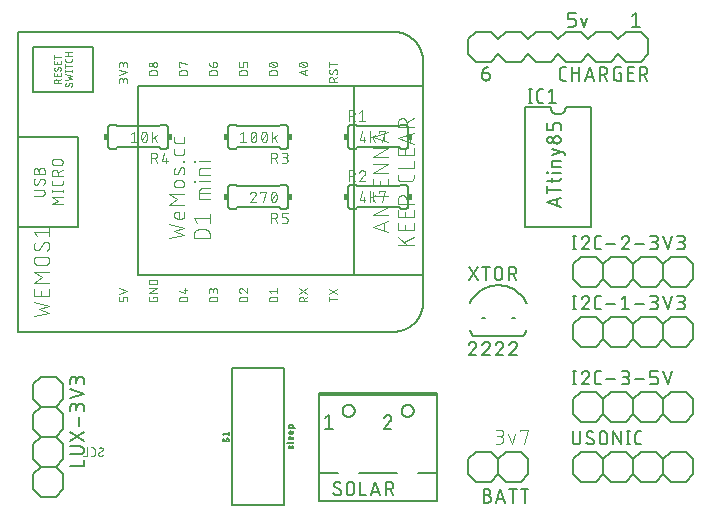
<source format=gbr>
G04 EAGLE Gerber X2 export*
%TF.Part,Single*%
%TF.FileFunction,Legend,Top,1*%
%TF.FilePolarity,Positive*%
%TF.GenerationSoftware,Autodesk,EAGLE,9.1.0*%
%TF.CreationDate,2018-07-07T09:38:12Z*%
G75*
%MOMM*%
%FSLAX34Y34*%
%LPD*%
%AMOC8*
5,1,8,0,0,1.08239X$1,22.5*%
G01*
%ADD10C,0.076200*%
%ADD11C,0.152400*%
%ADD12C,0.127000*%
%ADD13C,0.101600*%
%ADD14C,0.050800*%
%ADD15C,0.203200*%
%ADD16R,0.381000X0.508000*%


D10*
X80458Y61454D02*
X80460Y61376D01*
X80465Y61298D01*
X80475Y61221D01*
X80488Y61144D01*
X80504Y61068D01*
X80524Y60993D01*
X80548Y60919D01*
X80575Y60846D01*
X80606Y60774D01*
X80640Y60704D01*
X80677Y60635D01*
X80718Y60569D01*
X80762Y60504D01*
X80808Y60442D01*
X80858Y60382D01*
X80910Y60324D01*
X80965Y60269D01*
X81023Y60217D01*
X81083Y60167D01*
X81145Y60121D01*
X81210Y60077D01*
X81277Y60036D01*
X81345Y59999D01*
X81415Y59965D01*
X81487Y59934D01*
X81560Y59907D01*
X81634Y59883D01*
X81709Y59863D01*
X81785Y59847D01*
X81862Y59834D01*
X81939Y59824D01*
X82017Y59819D01*
X82095Y59817D01*
X82209Y59819D01*
X82322Y59824D01*
X82436Y59834D01*
X82549Y59847D01*
X82661Y59864D01*
X82773Y59884D01*
X82884Y59908D01*
X82995Y59936D01*
X83104Y59967D01*
X83212Y60002D01*
X83319Y60041D01*
X83425Y60083D01*
X83529Y60128D01*
X83632Y60177D01*
X83733Y60230D01*
X83832Y60285D01*
X83930Y60344D01*
X84025Y60406D01*
X84118Y60471D01*
X84210Y60539D01*
X84298Y60610D01*
X84385Y60684D01*
X84469Y60761D01*
X84550Y60840D01*
X84346Y65546D02*
X84344Y65624D01*
X84339Y65702D01*
X84329Y65779D01*
X84316Y65856D01*
X84300Y65932D01*
X84280Y66007D01*
X84256Y66081D01*
X84229Y66154D01*
X84198Y66226D01*
X84164Y66296D01*
X84127Y66365D01*
X84086Y66431D01*
X84042Y66496D01*
X83996Y66558D01*
X83946Y66618D01*
X83894Y66676D01*
X83839Y66731D01*
X83781Y66783D01*
X83721Y66833D01*
X83659Y66879D01*
X83594Y66923D01*
X83528Y66964D01*
X83459Y67001D01*
X83389Y67035D01*
X83317Y67066D01*
X83244Y67093D01*
X83170Y67117D01*
X83095Y67137D01*
X83019Y67153D01*
X82942Y67166D01*
X82865Y67176D01*
X82787Y67181D01*
X82709Y67183D01*
X82599Y67181D01*
X82490Y67175D01*
X82380Y67165D01*
X82272Y67152D01*
X82163Y67134D01*
X82056Y67113D01*
X81949Y67087D01*
X81843Y67058D01*
X81738Y67026D01*
X81635Y66989D01*
X81533Y66949D01*
X81432Y66905D01*
X81333Y66857D01*
X81236Y66807D01*
X81141Y66752D01*
X81048Y66694D01*
X80957Y66633D01*
X80868Y66569D01*
X83527Y64113D02*
X83594Y64155D01*
X83659Y64199D01*
X83721Y64247D01*
X83781Y64297D01*
X83839Y64350D01*
X83894Y64406D01*
X83946Y64465D01*
X83996Y64525D01*
X84043Y64589D01*
X84086Y64654D01*
X84127Y64721D01*
X84164Y64790D01*
X84198Y64861D01*
X84229Y64933D01*
X84256Y65007D01*
X84280Y65081D01*
X84300Y65157D01*
X84316Y65234D01*
X84329Y65311D01*
X84339Y65389D01*
X84344Y65468D01*
X84346Y65546D01*
X81277Y62886D02*
X81211Y62845D01*
X81146Y62800D01*
X81084Y62753D01*
X81024Y62702D01*
X80966Y62649D01*
X80911Y62593D01*
X80858Y62535D01*
X80809Y62474D01*
X80762Y62411D01*
X80719Y62346D01*
X80678Y62279D01*
X80641Y62210D01*
X80607Y62139D01*
X80576Y62067D01*
X80549Y61993D01*
X80525Y61918D01*
X80505Y61843D01*
X80489Y61766D01*
X80476Y61689D01*
X80466Y61611D01*
X80461Y61532D01*
X80459Y61454D01*
X81277Y62886D02*
X83527Y64114D01*
X75865Y59817D02*
X74228Y59817D01*
X75865Y59817D02*
X75943Y59819D01*
X76021Y59824D01*
X76098Y59834D01*
X76175Y59847D01*
X76251Y59863D01*
X76326Y59883D01*
X76400Y59907D01*
X76473Y59934D01*
X76545Y59965D01*
X76615Y59999D01*
X76684Y60036D01*
X76750Y60077D01*
X76815Y60121D01*
X76877Y60167D01*
X76937Y60217D01*
X76995Y60269D01*
X77050Y60324D01*
X77102Y60382D01*
X77152Y60442D01*
X77198Y60504D01*
X77242Y60569D01*
X77283Y60636D01*
X77320Y60704D01*
X77354Y60774D01*
X77385Y60846D01*
X77412Y60919D01*
X77436Y60993D01*
X77456Y61068D01*
X77472Y61144D01*
X77485Y61221D01*
X77495Y61298D01*
X77500Y61376D01*
X77502Y61454D01*
X77502Y65546D01*
X77500Y65624D01*
X77495Y65702D01*
X77485Y65779D01*
X77472Y65856D01*
X77456Y65932D01*
X77436Y66007D01*
X77412Y66081D01*
X77385Y66154D01*
X77354Y66226D01*
X77320Y66296D01*
X77283Y66365D01*
X77242Y66431D01*
X77198Y66496D01*
X77152Y66558D01*
X77102Y66618D01*
X77050Y66676D01*
X76995Y66731D01*
X76937Y66783D01*
X76877Y66833D01*
X76815Y66879D01*
X76750Y66923D01*
X76684Y66964D01*
X76615Y67001D01*
X76545Y67035D01*
X76473Y67066D01*
X76400Y67093D01*
X76326Y67117D01*
X76251Y67137D01*
X76175Y67153D01*
X76098Y67166D01*
X76021Y67176D01*
X75943Y67181D01*
X75865Y67183D01*
X74228Y67183D01*
X71123Y67183D02*
X71123Y59817D01*
X67850Y59817D01*
D11*
X527050Y393700D02*
X539750Y393700D01*
X527050Y393700D02*
X520700Y400050D01*
X520700Y412750D02*
X527050Y419100D01*
X520700Y400050D02*
X514350Y393700D01*
X501650Y393700D01*
X495300Y400050D01*
X495300Y412750D02*
X501650Y419100D01*
X514350Y419100D01*
X520700Y412750D01*
X546100Y412750D02*
X546100Y400050D01*
X539750Y393700D01*
X546100Y412750D02*
X539750Y419100D01*
X527050Y419100D01*
X495300Y400050D02*
X488950Y393700D01*
X476250Y393700D01*
X469900Y400050D01*
X469900Y412750D02*
X476250Y419100D01*
X488950Y419100D01*
X495300Y412750D01*
X463550Y393700D02*
X450850Y393700D01*
X444500Y400050D01*
X444500Y412750D02*
X450850Y419100D01*
X444500Y400050D02*
X438150Y393700D01*
X425450Y393700D01*
X419100Y400050D01*
X419100Y412750D02*
X425450Y419100D01*
X438150Y419100D01*
X444500Y412750D01*
X463550Y393700D02*
X469900Y400050D01*
X469900Y412750D02*
X463550Y419100D01*
X450850Y419100D01*
X419100Y400050D02*
X412750Y393700D01*
X400050Y393700D01*
X393700Y400050D01*
X393700Y412750D02*
X400050Y419100D01*
X412750Y419100D01*
X419100Y412750D01*
X393700Y412750D02*
X393700Y400050D01*
D12*
X474098Y377825D02*
X476638Y377825D01*
X474098Y377825D02*
X473998Y377827D01*
X473899Y377833D01*
X473799Y377843D01*
X473701Y377856D01*
X473602Y377874D01*
X473505Y377895D01*
X473409Y377920D01*
X473313Y377949D01*
X473219Y377982D01*
X473126Y378018D01*
X473035Y378058D01*
X472945Y378102D01*
X472857Y378149D01*
X472771Y378199D01*
X472687Y378253D01*
X472605Y378310D01*
X472526Y378370D01*
X472448Y378434D01*
X472374Y378500D01*
X472302Y378569D01*
X472233Y378641D01*
X472167Y378715D01*
X472103Y378793D01*
X472043Y378872D01*
X471986Y378954D01*
X471932Y379038D01*
X471882Y379124D01*
X471835Y379212D01*
X471791Y379302D01*
X471751Y379393D01*
X471715Y379486D01*
X471682Y379580D01*
X471653Y379676D01*
X471628Y379772D01*
X471607Y379869D01*
X471589Y379968D01*
X471576Y380066D01*
X471566Y380166D01*
X471560Y380265D01*
X471558Y380365D01*
X471558Y386715D01*
X471560Y386815D01*
X471566Y386914D01*
X471576Y387014D01*
X471589Y387112D01*
X471607Y387211D01*
X471628Y387308D01*
X471653Y387404D01*
X471682Y387500D01*
X471715Y387594D01*
X471751Y387687D01*
X471791Y387778D01*
X471835Y387868D01*
X471882Y387956D01*
X471932Y388042D01*
X471986Y388126D01*
X472043Y388208D01*
X472103Y388287D01*
X472167Y388365D01*
X472233Y388439D01*
X472302Y388511D01*
X472374Y388580D01*
X472448Y388646D01*
X472526Y388710D01*
X472605Y388770D01*
X472687Y388827D01*
X472771Y388881D01*
X472857Y388931D01*
X472945Y388978D01*
X473035Y389022D01*
X473126Y389062D01*
X473219Y389098D01*
X473313Y389131D01*
X473409Y389160D01*
X473505Y389185D01*
X473602Y389206D01*
X473701Y389224D01*
X473799Y389237D01*
X473899Y389247D01*
X473998Y389253D01*
X474098Y389255D01*
X476638Y389255D01*
X481501Y389255D02*
X481501Y377825D01*
X481501Y384175D02*
X487851Y384175D01*
X487851Y389255D02*
X487851Y377825D01*
X492677Y377825D02*
X496487Y389255D01*
X500297Y377825D01*
X499345Y380683D02*
X493630Y380683D01*
X505206Y377825D02*
X505206Y389255D01*
X508381Y389255D01*
X508492Y389253D01*
X508602Y389247D01*
X508713Y389238D01*
X508823Y389224D01*
X508932Y389207D01*
X509041Y389186D01*
X509149Y389161D01*
X509256Y389132D01*
X509362Y389100D01*
X509467Y389064D01*
X509570Y389024D01*
X509672Y388981D01*
X509773Y388934D01*
X509872Y388883D01*
X509969Y388830D01*
X510063Y388773D01*
X510156Y388712D01*
X510247Y388649D01*
X510336Y388582D01*
X510422Y388512D01*
X510505Y388439D01*
X510587Y388364D01*
X510665Y388286D01*
X510740Y388204D01*
X510813Y388121D01*
X510883Y388035D01*
X510950Y387946D01*
X511013Y387855D01*
X511074Y387762D01*
X511131Y387667D01*
X511184Y387571D01*
X511235Y387472D01*
X511282Y387371D01*
X511325Y387269D01*
X511365Y387166D01*
X511401Y387061D01*
X511433Y386955D01*
X511462Y386848D01*
X511487Y386740D01*
X511508Y386631D01*
X511525Y386522D01*
X511539Y386412D01*
X511548Y386301D01*
X511554Y386191D01*
X511556Y386080D01*
X511554Y385969D01*
X511548Y385859D01*
X511539Y385748D01*
X511525Y385638D01*
X511508Y385529D01*
X511487Y385420D01*
X511462Y385312D01*
X511433Y385205D01*
X511401Y385099D01*
X511365Y384994D01*
X511325Y384891D01*
X511282Y384789D01*
X511235Y384688D01*
X511184Y384589D01*
X511131Y384492D01*
X511074Y384398D01*
X511013Y384305D01*
X510950Y384214D01*
X510883Y384125D01*
X510813Y384039D01*
X510740Y383956D01*
X510665Y383874D01*
X510587Y383796D01*
X510505Y383721D01*
X510422Y383648D01*
X510336Y383578D01*
X510247Y383511D01*
X510156Y383448D01*
X510063Y383387D01*
X509969Y383330D01*
X509872Y383277D01*
X509773Y383226D01*
X509672Y383179D01*
X509570Y383136D01*
X509467Y383096D01*
X509362Y383060D01*
X509256Y383028D01*
X509149Y382999D01*
X509041Y382974D01*
X508932Y382953D01*
X508823Y382936D01*
X508713Y382922D01*
X508602Y382913D01*
X508492Y382907D01*
X508381Y382905D01*
X505206Y382905D01*
X509016Y382905D02*
X511556Y377825D01*
X521379Y384175D02*
X523284Y384175D01*
X523284Y377825D01*
X519474Y377825D01*
X519374Y377827D01*
X519275Y377833D01*
X519175Y377843D01*
X519077Y377856D01*
X518978Y377874D01*
X518881Y377895D01*
X518785Y377920D01*
X518689Y377949D01*
X518595Y377982D01*
X518502Y378018D01*
X518411Y378058D01*
X518321Y378102D01*
X518233Y378149D01*
X518147Y378199D01*
X518063Y378253D01*
X517981Y378310D01*
X517902Y378370D01*
X517824Y378434D01*
X517750Y378500D01*
X517678Y378569D01*
X517609Y378641D01*
X517543Y378715D01*
X517479Y378793D01*
X517419Y378872D01*
X517362Y378954D01*
X517308Y379038D01*
X517258Y379124D01*
X517211Y379212D01*
X517167Y379302D01*
X517127Y379393D01*
X517091Y379486D01*
X517058Y379580D01*
X517029Y379676D01*
X517004Y379772D01*
X516983Y379869D01*
X516965Y379968D01*
X516952Y380066D01*
X516942Y380166D01*
X516936Y380265D01*
X516934Y380365D01*
X516934Y386715D01*
X516936Y386815D01*
X516942Y386914D01*
X516952Y387014D01*
X516965Y387112D01*
X516983Y387211D01*
X517004Y387308D01*
X517029Y387404D01*
X517058Y387500D01*
X517091Y387594D01*
X517127Y387687D01*
X517167Y387778D01*
X517211Y387868D01*
X517258Y387956D01*
X517308Y388042D01*
X517362Y388126D01*
X517419Y388208D01*
X517479Y388287D01*
X517543Y388365D01*
X517609Y388439D01*
X517678Y388511D01*
X517750Y388580D01*
X517824Y388646D01*
X517902Y388710D01*
X517981Y388770D01*
X518063Y388827D01*
X518147Y388881D01*
X518233Y388931D01*
X518321Y388978D01*
X518411Y389022D01*
X518502Y389062D01*
X518595Y389098D01*
X518689Y389131D01*
X518785Y389160D01*
X518881Y389185D01*
X518978Y389206D01*
X519077Y389224D01*
X519175Y389237D01*
X519275Y389247D01*
X519374Y389253D01*
X519474Y389255D01*
X523284Y389255D01*
X529152Y377825D02*
X534232Y377825D01*
X529152Y377825D02*
X529152Y389255D01*
X534232Y389255D01*
X532962Y384175D02*
X529152Y384175D01*
X539115Y389255D02*
X539115Y377825D01*
X539115Y389255D02*
X542290Y389255D01*
X542401Y389253D01*
X542511Y389247D01*
X542622Y389238D01*
X542732Y389224D01*
X542841Y389207D01*
X542950Y389186D01*
X543058Y389161D01*
X543165Y389132D01*
X543271Y389100D01*
X543376Y389064D01*
X543479Y389024D01*
X543581Y388981D01*
X543682Y388934D01*
X543781Y388883D01*
X543878Y388830D01*
X543972Y388773D01*
X544065Y388712D01*
X544156Y388649D01*
X544245Y388582D01*
X544331Y388512D01*
X544414Y388439D01*
X544496Y388364D01*
X544574Y388286D01*
X544649Y388204D01*
X544722Y388121D01*
X544792Y388035D01*
X544859Y387946D01*
X544922Y387855D01*
X544983Y387762D01*
X545040Y387667D01*
X545093Y387571D01*
X545144Y387472D01*
X545191Y387371D01*
X545234Y387269D01*
X545274Y387166D01*
X545310Y387061D01*
X545342Y386955D01*
X545371Y386848D01*
X545396Y386740D01*
X545417Y386631D01*
X545434Y386522D01*
X545448Y386412D01*
X545457Y386301D01*
X545463Y386191D01*
X545465Y386080D01*
X545463Y385969D01*
X545457Y385859D01*
X545448Y385748D01*
X545434Y385638D01*
X545417Y385529D01*
X545396Y385420D01*
X545371Y385312D01*
X545342Y385205D01*
X545310Y385099D01*
X545274Y384994D01*
X545234Y384891D01*
X545191Y384789D01*
X545144Y384688D01*
X545093Y384589D01*
X545040Y384492D01*
X544983Y384398D01*
X544922Y384305D01*
X544859Y384214D01*
X544792Y384125D01*
X544722Y384039D01*
X544649Y383956D01*
X544574Y383874D01*
X544496Y383796D01*
X544414Y383721D01*
X544331Y383648D01*
X544245Y383578D01*
X544156Y383511D01*
X544065Y383448D01*
X543972Y383387D01*
X543878Y383330D01*
X543781Y383277D01*
X543682Y383226D01*
X543581Y383179D01*
X543479Y383136D01*
X543376Y383096D01*
X543271Y383060D01*
X543165Y383028D01*
X543058Y382999D01*
X542950Y382974D01*
X542841Y382953D01*
X542732Y382936D01*
X542622Y382922D01*
X542511Y382913D01*
X542401Y382907D01*
X542290Y382905D01*
X539115Y382905D01*
X542925Y382905D02*
X545465Y377825D01*
X532765Y432435D02*
X535940Y434975D01*
X535940Y423545D01*
X532765Y423545D02*
X539115Y423545D01*
X409575Y384175D02*
X405765Y384175D01*
X409575Y384175D02*
X409675Y384173D01*
X409774Y384167D01*
X409874Y384157D01*
X409972Y384144D01*
X410071Y384126D01*
X410168Y384105D01*
X410264Y384080D01*
X410360Y384051D01*
X410454Y384018D01*
X410547Y383982D01*
X410638Y383942D01*
X410728Y383898D01*
X410816Y383851D01*
X410902Y383801D01*
X410986Y383747D01*
X411068Y383690D01*
X411147Y383630D01*
X411225Y383566D01*
X411299Y383500D01*
X411371Y383431D01*
X411440Y383359D01*
X411506Y383285D01*
X411570Y383207D01*
X411630Y383128D01*
X411687Y383046D01*
X411741Y382962D01*
X411791Y382876D01*
X411838Y382788D01*
X411882Y382698D01*
X411922Y382607D01*
X411958Y382514D01*
X411991Y382420D01*
X412020Y382324D01*
X412045Y382228D01*
X412066Y382131D01*
X412084Y382032D01*
X412097Y381934D01*
X412107Y381834D01*
X412113Y381735D01*
X412115Y381635D01*
X412115Y381000D01*
X412113Y380889D01*
X412107Y380779D01*
X412098Y380668D01*
X412084Y380558D01*
X412067Y380449D01*
X412046Y380340D01*
X412021Y380232D01*
X411992Y380125D01*
X411960Y380019D01*
X411924Y379914D01*
X411884Y379811D01*
X411841Y379709D01*
X411794Y379608D01*
X411743Y379509D01*
X411690Y379412D01*
X411633Y379318D01*
X411572Y379225D01*
X411509Y379134D01*
X411442Y379045D01*
X411372Y378959D01*
X411299Y378876D01*
X411224Y378794D01*
X411146Y378716D01*
X411064Y378641D01*
X410981Y378568D01*
X410895Y378498D01*
X410806Y378431D01*
X410715Y378368D01*
X410622Y378307D01*
X410527Y378250D01*
X410431Y378197D01*
X410332Y378146D01*
X410231Y378099D01*
X410129Y378056D01*
X410026Y378016D01*
X409921Y377980D01*
X409815Y377948D01*
X409708Y377919D01*
X409600Y377894D01*
X409491Y377873D01*
X409382Y377856D01*
X409272Y377842D01*
X409161Y377833D01*
X409051Y377827D01*
X408940Y377825D01*
X408829Y377827D01*
X408719Y377833D01*
X408608Y377842D01*
X408498Y377856D01*
X408389Y377873D01*
X408280Y377894D01*
X408172Y377919D01*
X408065Y377948D01*
X407959Y377980D01*
X407854Y378016D01*
X407751Y378056D01*
X407649Y378099D01*
X407548Y378146D01*
X407449Y378197D01*
X407353Y378250D01*
X407258Y378307D01*
X407165Y378368D01*
X407074Y378431D01*
X406985Y378498D01*
X406899Y378568D01*
X406816Y378641D01*
X406734Y378716D01*
X406656Y378794D01*
X406581Y378876D01*
X406508Y378959D01*
X406438Y379045D01*
X406371Y379134D01*
X406308Y379225D01*
X406247Y379318D01*
X406190Y379413D01*
X406137Y379509D01*
X406086Y379608D01*
X406039Y379709D01*
X405996Y379811D01*
X405956Y379914D01*
X405920Y380019D01*
X405888Y380125D01*
X405859Y380232D01*
X405834Y380340D01*
X405813Y380449D01*
X405796Y380558D01*
X405782Y380668D01*
X405773Y380779D01*
X405767Y380889D01*
X405765Y381000D01*
X405765Y384175D01*
X405767Y384315D01*
X405773Y384455D01*
X405782Y384595D01*
X405796Y384734D01*
X405813Y384873D01*
X405834Y385011D01*
X405859Y385149D01*
X405888Y385286D01*
X405920Y385422D01*
X405957Y385557D01*
X405997Y385691D01*
X406040Y385824D01*
X406088Y385956D01*
X406138Y386087D01*
X406193Y386216D01*
X406251Y386343D01*
X406312Y386469D01*
X406377Y386593D01*
X406446Y386715D01*
X406517Y386835D01*
X406592Y386953D01*
X406670Y387070D01*
X406752Y387184D01*
X406836Y387295D01*
X406924Y387404D01*
X407014Y387511D01*
X407108Y387616D01*
X407204Y387717D01*
X407303Y387816D01*
X407404Y387912D01*
X407509Y388006D01*
X407616Y388096D01*
X407725Y388184D01*
X407836Y388268D01*
X407950Y388350D01*
X408067Y388428D01*
X408185Y388503D01*
X408305Y388574D01*
X408427Y388643D01*
X408551Y388708D01*
X408677Y388769D01*
X408804Y388827D01*
X408933Y388882D01*
X409064Y388932D01*
X409196Y388980D01*
X409329Y389023D01*
X409463Y389063D01*
X409598Y389100D01*
X409734Y389132D01*
X409871Y389161D01*
X410009Y389186D01*
X410147Y389207D01*
X410286Y389224D01*
X410425Y389238D01*
X410565Y389247D01*
X410705Y389253D01*
X410845Y389255D01*
X478663Y423545D02*
X482473Y423545D01*
X482573Y423547D01*
X482672Y423553D01*
X482772Y423563D01*
X482870Y423576D01*
X482969Y423594D01*
X483066Y423615D01*
X483162Y423640D01*
X483258Y423669D01*
X483352Y423702D01*
X483445Y423738D01*
X483536Y423778D01*
X483626Y423822D01*
X483714Y423869D01*
X483800Y423919D01*
X483884Y423973D01*
X483966Y424030D01*
X484045Y424090D01*
X484123Y424154D01*
X484197Y424220D01*
X484269Y424289D01*
X484338Y424361D01*
X484404Y424435D01*
X484468Y424513D01*
X484528Y424592D01*
X484585Y424674D01*
X484639Y424758D01*
X484689Y424844D01*
X484736Y424932D01*
X484780Y425022D01*
X484820Y425113D01*
X484856Y425206D01*
X484889Y425300D01*
X484918Y425396D01*
X484943Y425492D01*
X484964Y425589D01*
X484982Y425688D01*
X484995Y425786D01*
X485005Y425886D01*
X485011Y425985D01*
X485013Y426085D01*
X485013Y427355D01*
X485011Y427455D01*
X485005Y427554D01*
X484995Y427654D01*
X484982Y427752D01*
X484964Y427851D01*
X484943Y427948D01*
X484918Y428044D01*
X484889Y428140D01*
X484856Y428234D01*
X484820Y428327D01*
X484780Y428418D01*
X484736Y428508D01*
X484689Y428596D01*
X484639Y428682D01*
X484585Y428766D01*
X484528Y428848D01*
X484468Y428927D01*
X484404Y429005D01*
X484338Y429079D01*
X484269Y429151D01*
X484197Y429220D01*
X484123Y429286D01*
X484045Y429350D01*
X483966Y429410D01*
X483884Y429467D01*
X483800Y429521D01*
X483714Y429571D01*
X483626Y429618D01*
X483536Y429662D01*
X483445Y429702D01*
X483352Y429738D01*
X483258Y429771D01*
X483162Y429800D01*
X483066Y429825D01*
X482969Y429846D01*
X482870Y429864D01*
X482772Y429877D01*
X482672Y429887D01*
X482573Y429893D01*
X482473Y429895D01*
X478663Y429895D01*
X478663Y434975D01*
X485013Y434975D01*
X489585Y431165D02*
X492125Y423545D01*
X494665Y431165D01*
D11*
X367430Y21590D02*
X267610Y21590D01*
X367430Y111510D02*
X367430Y113540D01*
X267610Y113540D01*
X267610Y45470D02*
X267610Y21590D01*
X267610Y45470D02*
X283610Y45470D01*
X301390Y45470D02*
X333650Y45470D01*
X351430Y45470D02*
X367430Y45470D01*
X267610Y45470D02*
X267610Y111510D01*
X367430Y45470D02*
X367430Y21590D01*
X367430Y111510D02*
X267610Y111510D01*
X267610Y113540D01*
X367430Y111510D02*
X367430Y45470D01*
X287420Y98298D02*
X287422Y98440D01*
X287428Y98583D01*
X287438Y98725D01*
X287452Y98867D01*
X287470Y99008D01*
X287492Y99149D01*
X287518Y99289D01*
X287547Y99428D01*
X287581Y99567D01*
X287619Y99704D01*
X287660Y99841D01*
X287705Y99976D01*
X287754Y100110D01*
X287807Y100242D01*
X287863Y100373D01*
X287923Y100502D01*
X287987Y100630D01*
X288054Y100755D01*
X288125Y100879D01*
X288199Y101001D01*
X288276Y101120D01*
X288357Y101238D01*
X288441Y101353D01*
X288528Y101465D01*
X288619Y101575D01*
X288712Y101683D01*
X288809Y101788D01*
X288908Y101890D01*
X289010Y101989D01*
X289115Y102086D01*
X289223Y102179D01*
X289333Y102270D01*
X289445Y102357D01*
X289560Y102441D01*
X289678Y102522D01*
X289797Y102599D01*
X289919Y102673D01*
X290043Y102744D01*
X290168Y102811D01*
X290296Y102875D01*
X290425Y102935D01*
X290556Y102991D01*
X290688Y103044D01*
X290822Y103093D01*
X290957Y103138D01*
X291094Y103179D01*
X291231Y103217D01*
X291370Y103251D01*
X291509Y103280D01*
X291649Y103306D01*
X291790Y103328D01*
X291931Y103346D01*
X292073Y103360D01*
X292215Y103370D01*
X292358Y103376D01*
X292500Y103378D01*
X292642Y103376D01*
X292785Y103370D01*
X292927Y103360D01*
X293069Y103346D01*
X293210Y103328D01*
X293351Y103306D01*
X293491Y103280D01*
X293630Y103251D01*
X293769Y103217D01*
X293906Y103179D01*
X294043Y103138D01*
X294178Y103093D01*
X294312Y103044D01*
X294444Y102991D01*
X294575Y102935D01*
X294704Y102875D01*
X294832Y102811D01*
X294957Y102744D01*
X295081Y102673D01*
X295203Y102599D01*
X295322Y102522D01*
X295440Y102441D01*
X295555Y102357D01*
X295667Y102270D01*
X295777Y102179D01*
X295885Y102086D01*
X295990Y101989D01*
X296092Y101890D01*
X296191Y101788D01*
X296288Y101683D01*
X296381Y101575D01*
X296472Y101465D01*
X296559Y101353D01*
X296643Y101238D01*
X296724Y101120D01*
X296801Y101001D01*
X296875Y100879D01*
X296946Y100755D01*
X297013Y100630D01*
X297077Y100502D01*
X297137Y100373D01*
X297193Y100242D01*
X297246Y100110D01*
X297295Y99976D01*
X297340Y99841D01*
X297381Y99704D01*
X297419Y99567D01*
X297453Y99428D01*
X297482Y99289D01*
X297508Y99149D01*
X297530Y99008D01*
X297548Y98867D01*
X297562Y98725D01*
X297572Y98583D01*
X297578Y98440D01*
X297580Y98298D01*
X297578Y98156D01*
X297572Y98013D01*
X297562Y97871D01*
X297548Y97729D01*
X297530Y97588D01*
X297508Y97447D01*
X297482Y97307D01*
X297453Y97168D01*
X297419Y97029D01*
X297381Y96892D01*
X297340Y96755D01*
X297295Y96620D01*
X297246Y96486D01*
X297193Y96354D01*
X297137Y96223D01*
X297077Y96094D01*
X297013Y95966D01*
X296946Y95841D01*
X296875Y95717D01*
X296801Y95595D01*
X296724Y95476D01*
X296643Y95358D01*
X296559Y95243D01*
X296472Y95131D01*
X296381Y95021D01*
X296288Y94913D01*
X296191Y94808D01*
X296092Y94706D01*
X295990Y94607D01*
X295885Y94510D01*
X295777Y94417D01*
X295667Y94326D01*
X295555Y94239D01*
X295440Y94155D01*
X295322Y94074D01*
X295203Y93997D01*
X295081Y93923D01*
X294957Y93852D01*
X294832Y93785D01*
X294704Y93721D01*
X294575Y93661D01*
X294444Y93605D01*
X294312Y93552D01*
X294178Y93503D01*
X294043Y93458D01*
X293906Y93417D01*
X293769Y93379D01*
X293630Y93345D01*
X293491Y93316D01*
X293351Y93290D01*
X293210Y93268D01*
X293069Y93250D01*
X292927Y93236D01*
X292785Y93226D01*
X292642Y93220D01*
X292500Y93218D01*
X292358Y93220D01*
X292215Y93226D01*
X292073Y93236D01*
X291931Y93250D01*
X291790Y93268D01*
X291649Y93290D01*
X291509Y93316D01*
X291370Y93345D01*
X291231Y93379D01*
X291094Y93417D01*
X290957Y93458D01*
X290822Y93503D01*
X290688Y93552D01*
X290556Y93605D01*
X290425Y93661D01*
X290296Y93721D01*
X290168Y93785D01*
X290043Y93852D01*
X289919Y93923D01*
X289797Y93997D01*
X289678Y94074D01*
X289560Y94155D01*
X289445Y94239D01*
X289333Y94326D01*
X289223Y94417D01*
X289115Y94510D01*
X289010Y94607D01*
X288908Y94706D01*
X288809Y94808D01*
X288712Y94913D01*
X288619Y95021D01*
X288528Y95131D01*
X288441Y95243D01*
X288357Y95358D01*
X288276Y95476D01*
X288199Y95595D01*
X288125Y95717D01*
X288054Y95841D01*
X287987Y95966D01*
X287923Y96094D01*
X287863Y96223D01*
X287807Y96354D01*
X287754Y96486D01*
X287705Y96620D01*
X287660Y96755D01*
X287619Y96892D01*
X287581Y97029D01*
X287547Y97168D01*
X287518Y97307D01*
X287492Y97447D01*
X287470Y97588D01*
X287452Y97729D01*
X287438Y97871D01*
X287428Y98013D01*
X287422Y98156D01*
X287420Y98298D01*
X337458Y98298D02*
X337460Y98440D01*
X337466Y98583D01*
X337476Y98725D01*
X337490Y98867D01*
X337508Y99008D01*
X337530Y99149D01*
X337556Y99289D01*
X337585Y99428D01*
X337619Y99567D01*
X337657Y99704D01*
X337698Y99841D01*
X337743Y99976D01*
X337792Y100110D01*
X337845Y100242D01*
X337901Y100373D01*
X337961Y100502D01*
X338025Y100630D01*
X338092Y100755D01*
X338163Y100879D01*
X338237Y101001D01*
X338314Y101120D01*
X338395Y101238D01*
X338479Y101353D01*
X338566Y101465D01*
X338657Y101575D01*
X338750Y101683D01*
X338847Y101788D01*
X338946Y101890D01*
X339048Y101989D01*
X339153Y102086D01*
X339261Y102179D01*
X339371Y102270D01*
X339483Y102357D01*
X339598Y102441D01*
X339716Y102522D01*
X339835Y102599D01*
X339957Y102673D01*
X340081Y102744D01*
X340206Y102811D01*
X340334Y102875D01*
X340463Y102935D01*
X340594Y102991D01*
X340726Y103044D01*
X340860Y103093D01*
X340995Y103138D01*
X341132Y103179D01*
X341269Y103217D01*
X341408Y103251D01*
X341547Y103280D01*
X341687Y103306D01*
X341828Y103328D01*
X341969Y103346D01*
X342111Y103360D01*
X342253Y103370D01*
X342396Y103376D01*
X342538Y103378D01*
X342680Y103376D01*
X342823Y103370D01*
X342965Y103360D01*
X343107Y103346D01*
X343248Y103328D01*
X343389Y103306D01*
X343529Y103280D01*
X343668Y103251D01*
X343807Y103217D01*
X343944Y103179D01*
X344081Y103138D01*
X344216Y103093D01*
X344350Y103044D01*
X344482Y102991D01*
X344613Y102935D01*
X344742Y102875D01*
X344870Y102811D01*
X344995Y102744D01*
X345119Y102673D01*
X345241Y102599D01*
X345360Y102522D01*
X345478Y102441D01*
X345593Y102357D01*
X345705Y102270D01*
X345815Y102179D01*
X345923Y102086D01*
X346028Y101989D01*
X346130Y101890D01*
X346229Y101788D01*
X346326Y101683D01*
X346419Y101575D01*
X346510Y101465D01*
X346597Y101353D01*
X346681Y101238D01*
X346762Y101120D01*
X346839Y101001D01*
X346913Y100879D01*
X346984Y100755D01*
X347051Y100630D01*
X347115Y100502D01*
X347175Y100373D01*
X347231Y100242D01*
X347284Y100110D01*
X347333Y99976D01*
X347378Y99841D01*
X347419Y99704D01*
X347457Y99567D01*
X347491Y99428D01*
X347520Y99289D01*
X347546Y99149D01*
X347568Y99008D01*
X347586Y98867D01*
X347600Y98725D01*
X347610Y98583D01*
X347616Y98440D01*
X347618Y98298D01*
X347616Y98156D01*
X347610Y98013D01*
X347600Y97871D01*
X347586Y97729D01*
X347568Y97588D01*
X347546Y97447D01*
X347520Y97307D01*
X347491Y97168D01*
X347457Y97029D01*
X347419Y96892D01*
X347378Y96755D01*
X347333Y96620D01*
X347284Y96486D01*
X347231Y96354D01*
X347175Y96223D01*
X347115Y96094D01*
X347051Y95966D01*
X346984Y95841D01*
X346913Y95717D01*
X346839Y95595D01*
X346762Y95476D01*
X346681Y95358D01*
X346597Y95243D01*
X346510Y95131D01*
X346419Y95021D01*
X346326Y94913D01*
X346229Y94808D01*
X346130Y94706D01*
X346028Y94607D01*
X345923Y94510D01*
X345815Y94417D01*
X345705Y94326D01*
X345593Y94239D01*
X345478Y94155D01*
X345360Y94074D01*
X345241Y93997D01*
X345119Y93923D01*
X344995Y93852D01*
X344870Y93785D01*
X344742Y93721D01*
X344613Y93661D01*
X344482Y93605D01*
X344350Y93552D01*
X344216Y93503D01*
X344081Y93458D01*
X343944Y93417D01*
X343807Y93379D01*
X343668Y93345D01*
X343529Y93316D01*
X343389Y93290D01*
X343248Y93268D01*
X343107Y93250D01*
X342965Y93236D01*
X342823Y93226D01*
X342680Y93220D01*
X342538Y93218D01*
X342396Y93220D01*
X342253Y93226D01*
X342111Y93236D01*
X341969Y93250D01*
X341828Y93268D01*
X341687Y93290D01*
X341547Y93316D01*
X341408Y93345D01*
X341269Y93379D01*
X341132Y93417D01*
X340995Y93458D01*
X340860Y93503D01*
X340726Y93552D01*
X340594Y93605D01*
X340463Y93661D01*
X340334Y93721D01*
X340206Y93785D01*
X340081Y93852D01*
X339957Y93923D01*
X339835Y93997D01*
X339716Y94074D01*
X339598Y94155D01*
X339483Y94239D01*
X339371Y94326D01*
X339261Y94417D01*
X339153Y94510D01*
X339048Y94607D01*
X338946Y94706D01*
X338847Y94808D01*
X338750Y94913D01*
X338657Y95021D01*
X338566Y95131D01*
X338479Y95243D01*
X338395Y95358D01*
X338314Y95476D01*
X338237Y95595D01*
X338163Y95717D01*
X338092Y95841D01*
X338025Y95966D01*
X337961Y96094D01*
X337901Y96223D01*
X337845Y96354D01*
X337792Y96486D01*
X337743Y96620D01*
X337698Y96755D01*
X337657Y96892D01*
X337619Y97029D01*
X337585Y97168D01*
X337556Y97307D01*
X337530Y97447D01*
X337508Y97588D01*
X337490Y97729D01*
X337476Y97871D01*
X337466Y98013D01*
X337460Y98156D01*
X337458Y98298D01*
D12*
X286023Y29337D02*
X286021Y29237D01*
X286015Y29138D01*
X286005Y29038D01*
X285992Y28940D01*
X285974Y28841D01*
X285953Y28744D01*
X285928Y28648D01*
X285899Y28552D01*
X285866Y28458D01*
X285830Y28365D01*
X285790Y28274D01*
X285746Y28184D01*
X285699Y28096D01*
X285649Y28010D01*
X285595Y27926D01*
X285538Y27844D01*
X285478Y27765D01*
X285414Y27687D01*
X285348Y27613D01*
X285279Y27541D01*
X285207Y27472D01*
X285133Y27406D01*
X285055Y27342D01*
X284976Y27282D01*
X284894Y27225D01*
X284810Y27171D01*
X284724Y27121D01*
X284636Y27074D01*
X284546Y27030D01*
X284455Y26990D01*
X284362Y26954D01*
X284268Y26921D01*
X284172Y26892D01*
X284076Y26867D01*
X283979Y26846D01*
X283880Y26828D01*
X283782Y26815D01*
X283682Y26805D01*
X283583Y26799D01*
X283483Y26797D01*
X283342Y26799D01*
X283201Y26804D01*
X283060Y26814D01*
X282919Y26827D01*
X282779Y26843D01*
X282639Y26864D01*
X282500Y26888D01*
X282361Y26916D01*
X282224Y26947D01*
X282087Y26982D01*
X281951Y27020D01*
X281816Y27062D01*
X281683Y27108D01*
X281550Y27157D01*
X281419Y27210D01*
X281290Y27266D01*
X281161Y27325D01*
X281035Y27388D01*
X280910Y27454D01*
X280787Y27523D01*
X280666Y27596D01*
X280547Y27672D01*
X280429Y27751D01*
X280314Y27832D01*
X280202Y27917D01*
X280091Y28005D01*
X279983Y28096D01*
X279877Y28189D01*
X279774Y28286D01*
X279673Y28385D01*
X279991Y35687D02*
X279993Y35787D01*
X279999Y35886D01*
X280009Y35986D01*
X280022Y36084D01*
X280040Y36183D01*
X280061Y36280D01*
X280086Y36376D01*
X280115Y36472D01*
X280148Y36566D01*
X280184Y36659D01*
X280224Y36750D01*
X280268Y36840D01*
X280315Y36928D01*
X280365Y37014D01*
X280419Y37098D01*
X280476Y37180D01*
X280536Y37259D01*
X280600Y37337D01*
X280666Y37411D01*
X280735Y37483D01*
X280807Y37552D01*
X280881Y37618D01*
X280959Y37682D01*
X281038Y37742D01*
X281120Y37799D01*
X281204Y37853D01*
X281290Y37903D01*
X281378Y37950D01*
X281468Y37994D01*
X281559Y38034D01*
X281652Y38070D01*
X281746Y38103D01*
X281842Y38132D01*
X281938Y38157D01*
X282035Y38178D01*
X282134Y38196D01*
X282232Y38209D01*
X282332Y38219D01*
X282431Y38225D01*
X282531Y38227D01*
X282531Y38228D02*
X282664Y38226D01*
X282797Y38221D01*
X282930Y38211D01*
X283063Y38198D01*
X283195Y38181D01*
X283327Y38161D01*
X283458Y38137D01*
X283588Y38109D01*
X283718Y38078D01*
X283846Y38043D01*
X283974Y38004D01*
X284100Y37962D01*
X284225Y37916D01*
X284349Y37867D01*
X284472Y37815D01*
X284593Y37759D01*
X284712Y37699D01*
X284830Y37637D01*
X284945Y37571D01*
X285059Y37502D01*
X285171Y37429D01*
X285281Y37354D01*
X285389Y37275D01*
X281260Y33464D02*
X281176Y33516D01*
X281093Y33571D01*
X281013Y33630D01*
X280935Y33691D01*
X280860Y33755D01*
X280787Y33823D01*
X280716Y33893D01*
X280649Y33965D01*
X280584Y34040D01*
X280522Y34118D01*
X280463Y34198D01*
X280407Y34280D01*
X280355Y34364D01*
X280306Y34450D01*
X280260Y34538D01*
X280217Y34628D01*
X280178Y34719D01*
X280143Y34812D01*
X280111Y34906D01*
X280083Y35001D01*
X280058Y35097D01*
X280038Y35194D01*
X280020Y35292D01*
X280007Y35390D01*
X279998Y35489D01*
X279992Y35588D01*
X279990Y35687D01*
X284753Y31560D02*
X284837Y31508D01*
X284920Y31453D01*
X285000Y31394D01*
X285078Y31333D01*
X285153Y31269D01*
X285226Y31201D01*
X285297Y31131D01*
X285364Y31059D01*
X285429Y30984D01*
X285491Y30906D01*
X285550Y30826D01*
X285606Y30744D01*
X285658Y30660D01*
X285707Y30574D01*
X285753Y30486D01*
X285796Y30396D01*
X285835Y30305D01*
X285870Y30212D01*
X285902Y30118D01*
X285930Y30023D01*
X285955Y29927D01*
X285975Y29830D01*
X285993Y29732D01*
X286006Y29634D01*
X286015Y29535D01*
X286021Y29436D01*
X286023Y29337D01*
X284753Y31560D02*
X281261Y33465D01*
X290722Y35052D02*
X290722Y29972D01*
X290722Y35052D02*
X290724Y35163D01*
X290730Y35273D01*
X290739Y35384D01*
X290753Y35494D01*
X290770Y35603D01*
X290791Y35712D01*
X290816Y35820D01*
X290845Y35927D01*
X290877Y36033D01*
X290913Y36138D01*
X290953Y36241D01*
X290996Y36343D01*
X291043Y36444D01*
X291094Y36543D01*
X291147Y36639D01*
X291204Y36734D01*
X291265Y36827D01*
X291328Y36918D01*
X291395Y37007D01*
X291465Y37093D01*
X291538Y37176D01*
X291613Y37258D01*
X291691Y37336D01*
X291773Y37411D01*
X291856Y37484D01*
X291942Y37554D01*
X292031Y37621D01*
X292122Y37684D01*
X292215Y37745D01*
X292310Y37802D01*
X292406Y37855D01*
X292505Y37906D01*
X292606Y37953D01*
X292708Y37996D01*
X292811Y38036D01*
X292916Y38072D01*
X293022Y38104D01*
X293129Y38133D01*
X293237Y38158D01*
X293346Y38179D01*
X293455Y38196D01*
X293565Y38210D01*
X293676Y38219D01*
X293786Y38225D01*
X293897Y38227D01*
X294008Y38225D01*
X294118Y38219D01*
X294229Y38210D01*
X294339Y38196D01*
X294448Y38179D01*
X294557Y38158D01*
X294665Y38133D01*
X294772Y38104D01*
X294878Y38072D01*
X294983Y38036D01*
X295086Y37996D01*
X295188Y37953D01*
X295289Y37906D01*
X295388Y37855D01*
X295485Y37802D01*
X295579Y37745D01*
X295672Y37684D01*
X295763Y37621D01*
X295852Y37554D01*
X295938Y37484D01*
X296021Y37411D01*
X296103Y37336D01*
X296181Y37258D01*
X296256Y37176D01*
X296329Y37093D01*
X296399Y37007D01*
X296466Y36918D01*
X296529Y36827D01*
X296590Y36734D01*
X296647Y36640D01*
X296700Y36543D01*
X296751Y36444D01*
X296798Y36343D01*
X296841Y36241D01*
X296881Y36138D01*
X296917Y36033D01*
X296949Y35927D01*
X296978Y35820D01*
X297003Y35712D01*
X297024Y35603D01*
X297041Y35494D01*
X297055Y35384D01*
X297064Y35273D01*
X297070Y35163D01*
X297072Y35052D01*
X297072Y29972D01*
X297070Y29861D01*
X297064Y29751D01*
X297055Y29640D01*
X297041Y29530D01*
X297024Y29421D01*
X297003Y29312D01*
X296978Y29204D01*
X296949Y29097D01*
X296917Y28991D01*
X296881Y28886D01*
X296841Y28783D01*
X296798Y28681D01*
X296751Y28580D01*
X296700Y28481D01*
X296647Y28384D01*
X296590Y28290D01*
X296529Y28197D01*
X296466Y28106D01*
X296399Y28017D01*
X296329Y27931D01*
X296256Y27848D01*
X296181Y27766D01*
X296103Y27688D01*
X296021Y27613D01*
X295938Y27540D01*
X295852Y27470D01*
X295763Y27403D01*
X295672Y27340D01*
X295579Y27279D01*
X295484Y27222D01*
X295388Y27169D01*
X295289Y27118D01*
X295188Y27071D01*
X295086Y27028D01*
X294983Y26988D01*
X294878Y26952D01*
X294772Y26920D01*
X294665Y26891D01*
X294557Y26866D01*
X294448Y26845D01*
X294339Y26828D01*
X294229Y26814D01*
X294118Y26805D01*
X294008Y26799D01*
X293897Y26797D01*
X293786Y26799D01*
X293676Y26805D01*
X293565Y26814D01*
X293455Y26828D01*
X293346Y26845D01*
X293237Y26866D01*
X293129Y26891D01*
X293022Y26920D01*
X292916Y26952D01*
X292811Y26988D01*
X292708Y27028D01*
X292606Y27071D01*
X292505Y27118D01*
X292406Y27169D01*
X292310Y27222D01*
X292215Y27279D01*
X292122Y27340D01*
X292031Y27403D01*
X291942Y27470D01*
X291856Y27540D01*
X291773Y27613D01*
X291691Y27688D01*
X291613Y27766D01*
X291538Y27848D01*
X291465Y27931D01*
X291395Y28017D01*
X291328Y28106D01*
X291265Y28197D01*
X291204Y28290D01*
X291147Y28385D01*
X291094Y28481D01*
X291043Y28580D01*
X290996Y28681D01*
X290953Y28783D01*
X290913Y28886D01*
X290877Y28991D01*
X290845Y29097D01*
X290816Y29204D01*
X290791Y29312D01*
X290770Y29421D01*
X290753Y29530D01*
X290739Y29640D01*
X290730Y29751D01*
X290724Y29861D01*
X290722Y29972D01*
X302558Y26797D02*
X302558Y38227D01*
X302558Y26797D02*
X307638Y26797D01*
X311423Y26797D02*
X315233Y38227D01*
X319043Y26797D01*
X318090Y29655D02*
X312375Y29655D01*
X323952Y26797D02*
X323952Y38227D01*
X327127Y38227D01*
X327238Y38225D01*
X327348Y38219D01*
X327459Y38210D01*
X327569Y38196D01*
X327678Y38179D01*
X327787Y38158D01*
X327895Y38133D01*
X328002Y38104D01*
X328108Y38072D01*
X328213Y38036D01*
X328316Y37996D01*
X328418Y37953D01*
X328519Y37906D01*
X328618Y37855D01*
X328715Y37802D01*
X328809Y37745D01*
X328902Y37684D01*
X328993Y37621D01*
X329082Y37554D01*
X329168Y37484D01*
X329251Y37411D01*
X329333Y37336D01*
X329411Y37258D01*
X329486Y37176D01*
X329559Y37093D01*
X329629Y37007D01*
X329696Y36918D01*
X329759Y36827D01*
X329820Y36734D01*
X329877Y36639D01*
X329930Y36543D01*
X329981Y36444D01*
X330028Y36343D01*
X330071Y36241D01*
X330111Y36138D01*
X330147Y36033D01*
X330179Y35927D01*
X330208Y35820D01*
X330233Y35712D01*
X330254Y35603D01*
X330271Y35494D01*
X330285Y35384D01*
X330294Y35273D01*
X330300Y35163D01*
X330302Y35052D01*
X330300Y34941D01*
X330294Y34831D01*
X330285Y34720D01*
X330271Y34610D01*
X330254Y34501D01*
X330233Y34392D01*
X330208Y34284D01*
X330179Y34177D01*
X330147Y34071D01*
X330111Y33966D01*
X330071Y33863D01*
X330028Y33761D01*
X329981Y33660D01*
X329930Y33561D01*
X329877Y33464D01*
X329820Y33370D01*
X329759Y33277D01*
X329696Y33186D01*
X329629Y33097D01*
X329559Y33011D01*
X329486Y32928D01*
X329411Y32846D01*
X329333Y32768D01*
X329251Y32693D01*
X329168Y32620D01*
X329082Y32550D01*
X328993Y32483D01*
X328902Y32420D01*
X328809Y32359D01*
X328715Y32302D01*
X328618Y32249D01*
X328519Y32198D01*
X328418Y32151D01*
X328316Y32108D01*
X328213Y32068D01*
X328108Y32032D01*
X328002Y32000D01*
X327895Y31971D01*
X327787Y31946D01*
X327678Y31925D01*
X327569Y31908D01*
X327459Y31894D01*
X327348Y31885D01*
X327238Y31879D01*
X327127Y31877D01*
X323952Y31877D01*
X327762Y31877D02*
X330302Y26797D01*
X275990Y94615D02*
X272815Y92075D01*
X275990Y94615D02*
X275990Y83185D01*
X272815Y83185D02*
X279165Y83185D01*
X325838Y94616D02*
X325942Y94614D01*
X326047Y94608D01*
X326151Y94599D01*
X326254Y94586D01*
X326357Y94568D01*
X326459Y94548D01*
X326561Y94523D01*
X326661Y94495D01*
X326761Y94463D01*
X326859Y94427D01*
X326956Y94388D01*
X327051Y94346D01*
X327145Y94300D01*
X327237Y94250D01*
X327327Y94198D01*
X327415Y94142D01*
X327501Y94082D01*
X327585Y94020D01*
X327666Y93955D01*
X327745Y93887D01*
X327822Y93815D01*
X327895Y93742D01*
X327967Y93665D01*
X328035Y93586D01*
X328100Y93505D01*
X328162Y93421D01*
X328222Y93335D01*
X328278Y93247D01*
X328330Y93157D01*
X328380Y93065D01*
X328426Y92971D01*
X328468Y92876D01*
X328507Y92779D01*
X328543Y92681D01*
X328575Y92581D01*
X328603Y92481D01*
X328628Y92379D01*
X328648Y92277D01*
X328666Y92174D01*
X328679Y92071D01*
X328688Y91967D01*
X328694Y91862D01*
X328696Y91758D01*
X325838Y94615D02*
X325720Y94613D01*
X325601Y94607D01*
X325483Y94598D01*
X325366Y94585D01*
X325249Y94567D01*
X325132Y94547D01*
X325016Y94522D01*
X324901Y94494D01*
X324788Y94461D01*
X324675Y94426D01*
X324563Y94386D01*
X324453Y94344D01*
X324344Y94297D01*
X324236Y94247D01*
X324131Y94194D01*
X324027Y94137D01*
X323925Y94077D01*
X323825Y94014D01*
X323727Y93947D01*
X323631Y93878D01*
X323538Y93805D01*
X323447Y93729D01*
X323358Y93651D01*
X323272Y93569D01*
X323189Y93485D01*
X323108Y93399D01*
X323031Y93309D01*
X322956Y93218D01*
X322884Y93124D01*
X322815Y93027D01*
X322750Y92929D01*
X322687Y92828D01*
X322628Y92725D01*
X322572Y92621D01*
X322520Y92515D01*
X322471Y92407D01*
X322426Y92298D01*
X322384Y92187D01*
X322346Y92075D01*
X327743Y89536D02*
X327819Y89611D01*
X327894Y89690D01*
X327965Y89771D01*
X328034Y89855D01*
X328099Y89941D01*
X328161Y90029D01*
X328221Y90119D01*
X328277Y90211D01*
X328330Y90306D01*
X328379Y90402D01*
X328425Y90500D01*
X328468Y90599D01*
X328507Y90700D01*
X328542Y90802D01*
X328574Y90905D01*
X328602Y91009D01*
X328627Y91114D01*
X328648Y91221D01*
X328665Y91327D01*
X328678Y91434D01*
X328687Y91542D01*
X328693Y91650D01*
X328695Y91758D01*
X327743Y89535D02*
X322345Y83185D01*
X328695Y83185D01*
D11*
X425450Y38100D02*
X438150Y38100D01*
X425450Y38100D02*
X419100Y44450D01*
X419100Y57150D01*
X425450Y63500D01*
X444500Y57150D02*
X444500Y44450D01*
X438150Y38100D01*
X444500Y57150D02*
X438150Y63500D01*
X425450Y63500D01*
X419100Y44450D02*
X412750Y38100D01*
X400050Y38100D01*
X393700Y44450D01*
X393700Y57150D01*
X400050Y63500D01*
X412750Y63500D01*
X419100Y57150D01*
D12*
X410020Y26797D02*
X406845Y26797D01*
X410020Y26797D02*
X410131Y26795D01*
X410241Y26789D01*
X410352Y26780D01*
X410462Y26766D01*
X410571Y26749D01*
X410680Y26728D01*
X410788Y26703D01*
X410895Y26674D01*
X411001Y26642D01*
X411106Y26606D01*
X411209Y26566D01*
X411311Y26523D01*
X411412Y26476D01*
X411511Y26425D01*
X411608Y26372D01*
X411702Y26315D01*
X411795Y26254D01*
X411886Y26191D01*
X411975Y26124D01*
X412061Y26054D01*
X412144Y25981D01*
X412226Y25906D01*
X412304Y25828D01*
X412379Y25746D01*
X412452Y25663D01*
X412522Y25577D01*
X412589Y25488D01*
X412652Y25397D01*
X412713Y25304D01*
X412770Y25209D01*
X412823Y25113D01*
X412874Y25014D01*
X412921Y24913D01*
X412964Y24811D01*
X413004Y24708D01*
X413040Y24603D01*
X413072Y24497D01*
X413101Y24390D01*
X413126Y24282D01*
X413147Y24173D01*
X413164Y24064D01*
X413178Y23954D01*
X413187Y23843D01*
X413193Y23733D01*
X413195Y23622D01*
X413193Y23511D01*
X413187Y23401D01*
X413178Y23290D01*
X413164Y23180D01*
X413147Y23071D01*
X413126Y22962D01*
X413101Y22854D01*
X413072Y22747D01*
X413040Y22641D01*
X413004Y22536D01*
X412964Y22433D01*
X412921Y22331D01*
X412874Y22230D01*
X412823Y22131D01*
X412770Y22034D01*
X412713Y21940D01*
X412652Y21847D01*
X412589Y21756D01*
X412522Y21667D01*
X412452Y21581D01*
X412379Y21498D01*
X412304Y21416D01*
X412226Y21338D01*
X412144Y21263D01*
X412061Y21190D01*
X411975Y21120D01*
X411886Y21053D01*
X411795Y20990D01*
X411702Y20929D01*
X411608Y20872D01*
X411511Y20819D01*
X411412Y20768D01*
X411311Y20721D01*
X411209Y20678D01*
X411106Y20638D01*
X411001Y20602D01*
X410895Y20570D01*
X410788Y20541D01*
X410680Y20516D01*
X410571Y20495D01*
X410462Y20478D01*
X410352Y20464D01*
X410241Y20455D01*
X410131Y20449D01*
X410020Y20447D01*
X406845Y20447D01*
X406845Y31877D01*
X410020Y31877D01*
X410120Y31875D01*
X410219Y31869D01*
X410319Y31859D01*
X410417Y31846D01*
X410516Y31828D01*
X410613Y31807D01*
X410709Y31782D01*
X410805Y31753D01*
X410899Y31720D01*
X410992Y31684D01*
X411083Y31644D01*
X411173Y31600D01*
X411261Y31553D01*
X411347Y31503D01*
X411431Y31449D01*
X411513Y31392D01*
X411592Y31332D01*
X411670Y31268D01*
X411744Y31202D01*
X411816Y31133D01*
X411885Y31061D01*
X411951Y30987D01*
X412015Y30909D01*
X412075Y30830D01*
X412132Y30748D01*
X412186Y30664D01*
X412236Y30578D01*
X412283Y30490D01*
X412327Y30400D01*
X412367Y30309D01*
X412403Y30216D01*
X412436Y30122D01*
X412465Y30026D01*
X412490Y29930D01*
X412511Y29833D01*
X412529Y29734D01*
X412542Y29636D01*
X412552Y29536D01*
X412558Y29437D01*
X412560Y29337D01*
X412558Y29237D01*
X412552Y29138D01*
X412542Y29038D01*
X412529Y28940D01*
X412511Y28841D01*
X412490Y28744D01*
X412465Y28648D01*
X412436Y28552D01*
X412403Y28458D01*
X412367Y28365D01*
X412327Y28274D01*
X412283Y28184D01*
X412236Y28096D01*
X412186Y28010D01*
X412132Y27926D01*
X412075Y27844D01*
X412015Y27765D01*
X411951Y27687D01*
X411885Y27613D01*
X411816Y27541D01*
X411744Y27472D01*
X411670Y27406D01*
X411592Y27342D01*
X411513Y27282D01*
X411431Y27225D01*
X411347Y27171D01*
X411261Y27121D01*
X411173Y27074D01*
X411083Y27030D01*
X410992Y26990D01*
X410899Y26954D01*
X410805Y26921D01*
X410709Y26892D01*
X410613Y26867D01*
X410516Y26846D01*
X410417Y26828D01*
X410319Y26815D01*
X410219Y26805D01*
X410120Y26799D01*
X410020Y26797D01*
X417068Y20447D02*
X420878Y31877D01*
X424688Y20447D01*
X423736Y23305D02*
X418021Y23305D01*
X431546Y20447D02*
X431546Y31877D01*
X428371Y31877D02*
X434721Y31877D01*
X441452Y31877D02*
X441452Y20447D01*
X438277Y31877D02*
X444627Y31877D01*
D13*
X420172Y70358D02*
X416927Y70358D01*
X420172Y70358D02*
X420285Y70360D01*
X420398Y70366D01*
X420511Y70376D01*
X420624Y70390D01*
X420736Y70407D01*
X420847Y70429D01*
X420957Y70454D01*
X421067Y70484D01*
X421175Y70517D01*
X421282Y70554D01*
X421388Y70594D01*
X421492Y70639D01*
X421595Y70687D01*
X421696Y70738D01*
X421795Y70793D01*
X421892Y70851D01*
X421987Y70913D01*
X422080Y70978D01*
X422170Y71046D01*
X422258Y71117D01*
X422344Y71192D01*
X422427Y71269D01*
X422507Y71349D01*
X422584Y71432D01*
X422659Y71518D01*
X422730Y71606D01*
X422798Y71696D01*
X422863Y71789D01*
X422925Y71884D01*
X422983Y71981D01*
X423038Y72080D01*
X423089Y72181D01*
X423137Y72284D01*
X423182Y72388D01*
X423222Y72494D01*
X423259Y72601D01*
X423292Y72709D01*
X423322Y72819D01*
X423347Y72929D01*
X423369Y73040D01*
X423386Y73152D01*
X423400Y73265D01*
X423410Y73378D01*
X423416Y73491D01*
X423418Y73604D01*
X423416Y73717D01*
X423410Y73830D01*
X423400Y73943D01*
X423386Y74056D01*
X423369Y74168D01*
X423347Y74279D01*
X423322Y74389D01*
X423292Y74499D01*
X423259Y74607D01*
X423222Y74714D01*
X423182Y74820D01*
X423137Y74924D01*
X423089Y75027D01*
X423038Y75128D01*
X422983Y75227D01*
X422925Y75324D01*
X422863Y75419D01*
X422798Y75512D01*
X422730Y75602D01*
X422659Y75690D01*
X422584Y75776D01*
X422507Y75859D01*
X422427Y75939D01*
X422344Y76016D01*
X422258Y76091D01*
X422170Y76162D01*
X422080Y76230D01*
X421987Y76295D01*
X421892Y76357D01*
X421795Y76415D01*
X421696Y76470D01*
X421595Y76521D01*
X421492Y76569D01*
X421388Y76614D01*
X421282Y76654D01*
X421175Y76691D01*
X421067Y76724D01*
X420957Y76754D01*
X420847Y76779D01*
X420736Y76801D01*
X420624Y76818D01*
X420511Y76832D01*
X420398Y76842D01*
X420285Y76848D01*
X420172Y76850D01*
X420822Y82042D02*
X416927Y82042D01*
X420822Y82042D02*
X420923Y82040D01*
X421023Y82034D01*
X421123Y82024D01*
X421223Y82011D01*
X421322Y81993D01*
X421421Y81972D01*
X421518Y81947D01*
X421615Y81918D01*
X421710Y81885D01*
X421804Y81849D01*
X421896Y81809D01*
X421987Y81766D01*
X422076Y81719D01*
X422163Y81669D01*
X422249Y81615D01*
X422332Y81558D01*
X422412Y81498D01*
X422491Y81435D01*
X422567Y81368D01*
X422640Y81299D01*
X422710Y81227D01*
X422778Y81153D01*
X422843Y81076D01*
X422904Y80996D01*
X422963Y80914D01*
X423018Y80830D01*
X423070Y80744D01*
X423119Y80656D01*
X423164Y80566D01*
X423206Y80474D01*
X423244Y80381D01*
X423278Y80286D01*
X423309Y80191D01*
X423336Y80094D01*
X423359Y79996D01*
X423379Y79897D01*
X423394Y79797D01*
X423406Y79697D01*
X423414Y79597D01*
X423418Y79496D01*
X423418Y79396D01*
X423414Y79295D01*
X423406Y79195D01*
X423394Y79095D01*
X423379Y78995D01*
X423359Y78896D01*
X423336Y78798D01*
X423309Y78701D01*
X423278Y78606D01*
X423244Y78511D01*
X423206Y78418D01*
X423164Y78326D01*
X423119Y78236D01*
X423070Y78148D01*
X423018Y78062D01*
X422963Y77978D01*
X422904Y77896D01*
X422843Y77816D01*
X422778Y77739D01*
X422710Y77665D01*
X422640Y77593D01*
X422567Y77524D01*
X422491Y77457D01*
X422412Y77394D01*
X422332Y77334D01*
X422249Y77277D01*
X422163Y77223D01*
X422076Y77173D01*
X421987Y77126D01*
X421896Y77083D01*
X421804Y77043D01*
X421710Y77007D01*
X421615Y76974D01*
X421518Y76945D01*
X421421Y76920D01*
X421322Y76899D01*
X421223Y76881D01*
X421123Y76868D01*
X421023Y76858D01*
X420923Y76852D01*
X420822Y76850D01*
X420822Y76849D02*
X418225Y76849D01*
X427863Y78147D02*
X430459Y70358D01*
X433056Y78147D01*
X437501Y80744D02*
X437501Y82042D01*
X443992Y82042D01*
X440746Y70358D01*
D12*
X355360Y213100D02*
X297360Y213100D01*
X297360Y373100D02*
X355360Y373100D01*
X355360Y213100D01*
X297360Y213100D02*
X297360Y373100D01*
D13*
X153416Y247305D02*
X140208Y244370D01*
X144611Y250240D02*
X153416Y247305D01*
X153416Y253176D02*
X144611Y250240D01*
X140208Y256111D02*
X153416Y253176D01*
X153416Y263162D02*
X153416Y266831D01*
X153416Y263162D02*
X153414Y263071D01*
X153408Y262980D01*
X153399Y262890D01*
X153386Y262800D01*
X153369Y262710D01*
X153349Y262622D01*
X153324Y262534D01*
X153297Y262447D01*
X153265Y262362D01*
X153231Y262278D01*
X153192Y262195D01*
X153151Y262114D01*
X153106Y262035D01*
X153058Y261958D01*
X153006Y261883D01*
X152952Y261810D01*
X152895Y261739D01*
X152834Y261671D01*
X152771Y261606D01*
X152706Y261543D01*
X152638Y261482D01*
X152567Y261425D01*
X152494Y261371D01*
X152419Y261319D01*
X152342Y261271D01*
X152263Y261226D01*
X152182Y261185D01*
X152099Y261146D01*
X152015Y261112D01*
X151930Y261080D01*
X151843Y261053D01*
X151755Y261028D01*
X151667Y261008D01*
X151577Y260991D01*
X151487Y260978D01*
X151397Y260969D01*
X151306Y260963D01*
X151215Y260961D01*
X151215Y260960D02*
X147546Y260960D01*
X147439Y260962D01*
X147332Y260968D01*
X147225Y260978D01*
X147119Y260991D01*
X147013Y261009D01*
X146908Y261030D01*
X146804Y261055D01*
X146700Y261084D01*
X146598Y261117D01*
X146498Y261154D01*
X146398Y261194D01*
X146300Y261238D01*
X146204Y261285D01*
X146110Y261336D01*
X146017Y261390D01*
X145927Y261447D01*
X145838Y261508D01*
X145752Y261572D01*
X145669Y261639D01*
X145587Y261709D01*
X145509Y261782D01*
X145433Y261858D01*
X145360Y261936D01*
X145290Y262018D01*
X145223Y262101D01*
X145159Y262187D01*
X145098Y262276D01*
X145041Y262366D01*
X144987Y262459D01*
X144936Y262553D01*
X144889Y262649D01*
X144845Y262747D01*
X144805Y262847D01*
X144768Y262947D01*
X144735Y263049D01*
X144706Y263153D01*
X144681Y263257D01*
X144660Y263362D01*
X144642Y263468D01*
X144629Y263574D01*
X144619Y263681D01*
X144613Y263788D01*
X144611Y263895D01*
X144613Y264002D01*
X144619Y264109D01*
X144629Y264216D01*
X144642Y264322D01*
X144660Y264428D01*
X144681Y264533D01*
X144706Y264637D01*
X144735Y264741D01*
X144768Y264843D01*
X144805Y264943D01*
X144845Y265043D01*
X144889Y265141D01*
X144936Y265237D01*
X144987Y265331D01*
X145041Y265424D01*
X145098Y265514D01*
X145159Y265603D01*
X145223Y265689D01*
X145290Y265772D01*
X145360Y265854D01*
X145433Y265932D01*
X145509Y266008D01*
X145587Y266081D01*
X145669Y266151D01*
X145752Y266218D01*
X145838Y266282D01*
X145927Y266343D01*
X146017Y266400D01*
X146110Y266454D01*
X146204Y266505D01*
X146300Y266552D01*
X146398Y266596D01*
X146498Y266636D01*
X146598Y266673D01*
X146700Y266706D01*
X146804Y266735D01*
X146908Y266760D01*
X147013Y266781D01*
X147119Y266799D01*
X147225Y266812D01*
X147332Y266822D01*
X147439Y266828D01*
X147546Y266830D01*
X147546Y266831D02*
X149013Y266831D01*
X149013Y260960D01*
X153416Y272721D02*
X140208Y272721D01*
X147546Y277124D01*
X140208Y281526D01*
X153416Y281526D01*
X150481Y287417D02*
X147546Y287417D01*
X147439Y287419D01*
X147332Y287425D01*
X147225Y287435D01*
X147119Y287448D01*
X147013Y287466D01*
X146908Y287487D01*
X146804Y287512D01*
X146700Y287541D01*
X146598Y287574D01*
X146498Y287611D01*
X146398Y287651D01*
X146300Y287695D01*
X146204Y287742D01*
X146110Y287793D01*
X146017Y287847D01*
X145927Y287904D01*
X145838Y287965D01*
X145752Y288029D01*
X145669Y288096D01*
X145587Y288166D01*
X145509Y288239D01*
X145433Y288315D01*
X145360Y288393D01*
X145290Y288475D01*
X145223Y288558D01*
X145159Y288644D01*
X145098Y288733D01*
X145041Y288823D01*
X144987Y288916D01*
X144936Y289010D01*
X144889Y289106D01*
X144845Y289204D01*
X144805Y289304D01*
X144768Y289404D01*
X144735Y289506D01*
X144706Y289610D01*
X144681Y289714D01*
X144660Y289819D01*
X144642Y289925D01*
X144629Y290031D01*
X144619Y290138D01*
X144613Y290245D01*
X144611Y290352D01*
X144613Y290459D01*
X144619Y290566D01*
X144629Y290673D01*
X144642Y290779D01*
X144660Y290885D01*
X144681Y290990D01*
X144706Y291094D01*
X144735Y291198D01*
X144768Y291300D01*
X144805Y291400D01*
X144845Y291500D01*
X144889Y291598D01*
X144936Y291694D01*
X144987Y291788D01*
X145041Y291881D01*
X145098Y291971D01*
X145159Y292060D01*
X145223Y292146D01*
X145290Y292229D01*
X145360Y292311D01*
X145433Y292389D01*
X145509Y292465D01*
X145587Y292538D01*
X145669Y292608D01*
X145752Y292675D01*
X145838Y292739D01*
X145927Y292800D01*
X146017Y292857D01*
X146110Y292911D01*
X146204Y292962D01*
X146300Y293009D01*
X146398Y293053D01*
X146498Y293093D01*
X146598Y293130D01*
X146700Y293163D01*
X146804Y293192D01*
X146908Y293217D01*
X147013Y293238D01*
X147119Y293256D01*
X147225Y293269D01*
X147332Y293279D01*
X147439Y293285D01*
X147546Y293287D01*
X150481Y293287D01*
X150588Y293285D01*
X150695Y293279D01*
X150802Y293269D01*
X150908Y293256D01*
X151014Y293238D01*
X151119Y293217D01*
X151223Y293192D01*
X151327Y293163D01*
X151429Y293130D01*
X151529Y293093D01*
X151629Y293053D01*
X151727Y293009D01*
X151823Y292962D01*
X151917Y292911D01*
X152010Y292857D01*
X152100Y292800D01*
X152189Y292739D01*
X152275Y292675D01*
X152358Y292608D01*
X152440Y292538D01*
X152518Y292465D01*
X152594Y292389D01*
X152667Y292311D01*
X152737Y292229D01*
X152804Y292146D01*
X152868Y292060D01*
X152929Y291971D01*
X152986Y291881D01*
X153040Y291788D01*
X153091Y291694D01*
X153138Y291598D01*
X153182Y291500D01*
X153222Y291400D01*
X153259Y291300D01*
X153292Y291198D01*
X153321Y291094D01*
X153346Y290990D01*
X153367Y290885D01*
X153385Y290779D01*
X153398Y290673D01*
X153408Y290566D01*
X153414Y290459D01*
X153416Y290352D01*
X153414Y290245D01*
X153408Y290138D01*
X153398Y290031D01*
X153385Y289925D01*
X153367Y289819D01*
X153346Y289714D01*
X153321Y289610D01*
X153292Y289506D01*
X153259Y289404D01*
X153222Y289304D01*
X153182Y289204D01*
X153138Y289106D01*
X153091Y289010D01*
X153040Y288916D01*
X152986Y288823D01*
X152929Y288733D01*
X152868Y288644D01*
X152804Y288558D01*
X152737Y288475D01*
X152667Y288393D01*
X152594Y288315D01*
X152518Y288239D01*
X152440Y288166D01*
X152358Y288096D01*
X152275Y288029D01*
X152189Y287965D01*
X152100Y287904D01*
X152010Y287847D01*
X151917Y287793D01*
X151823Y287742D01*
X151727Y287695D01*
X151629Y287651D01*
X151529Y287611D01*
X151429Y287574D01*
X151327Y287541D01*
X151223Y287512D01*
X151119Y287487D01*
X151014Y287466D01*
X150908Y287448D01*
X150802Y287435D01*
X150695Y287425D01*
X150588Y287419D01*
X150481Y287417D01*
X148280Y299612D02*
X149747Y303281D01*
X148280Y299612D02*
X148246Y299533D01*
X148208Y299455D01*
X148167Y299378D01*
X148123Y299304D01*
X148075Y299232D01*
X148024Y299162D01*
X147970Y299095D01*
X147913Y299030D01*
X147852Y298967D01*
X147790Y298908D01*
X147724Y298851D01*
X147656Y298798D01*
X147586Y298747D01*
X147513Y298700D01*
X147438Y298656D01*
X147362Y298616D01*
X147283Y298579D01*
X147204Y298546D01*
X147122Y298516D01*
X147040Y298490D01*
X146956Y298468D01*
X146871Y298450D01*
X146786Y298436D01*
X146700Y298425D01*
X146614Y298419D01*
X146527Y298416D01*
X146440Y298417D01*
X146354Y298423D01*
X146268Y298432D01*
X146182Y298445D01*
X146097Y298462D01*
X146013Y298483D01*
X145930Y298507D01*
X145849Y298536D01*
X145768Y298568D01*
X145689Y298603D01*
X145612Y298643D01*
X145537Y298685D01*
X145464Y298732D01*
X145392Y298781D01*
X145324Y298833D01*
X145257Y298889D01*
X145194Y298948D01*
X145133Y299009D01*
X145074Y299073D01*
X145019Y299140D01*
X144967Y299209D01*
X144918Y299281D01*
X144873Y299354D01*
X144831Y299430D01*
X144792Y299507D01*
X144757Y299586D01*
X144725Y299667D01*
X144697Y299749D01*
X144673Y299832D01*
X144653Y299916D01*
X144637Y300001D01*
X144624Y300087D01*
X144616Y300173D01*
X144611Y300260D01*
X144610Y300346D01*
X144611Y300346D02*
X144616Y300546D01*
X144626Y300746D01*
X144641Y300946D01*
X144661Y301146D01*
X144685Y301345D01*
X144715Y301543D01*
X144749Y301740D01*
X144787Y301937D01*
X144831Y302132D01*
X144879Y302327D01*
X144932Y302520D01*
X144989Y302712D01*
X145051Y302903D01*
X145118Y303092D01*
X145189Y303279D01*
X145265Y303464D01*
X145345Y303648D01*
X149747Y303282D02*
X149781Y303361D01*
X149819Y303439D01*
X149860Y303516D01*
X149904Y303590D01*
X149952Y303662D01*
X150003Y303732D01*
X150057Y303799D01*
X150114Y303864D01*
X150175Y303927D01*
X150237Y303986D01*
X150303Y304043D01*
X150371Y304096D01*
X150441Y304147D01*
X150514Y304194D01*
X150589Y304238D01*
X150665Y304278D01*
X150744Y304315D01*
X150823Y304348D01*
X150905Y304378D01*
X150987Y304404D01*
X151071Y304426D01*
X151156Y304444D01*
X151241Y304458D01*
X151327Y304469D01*
X151413Y304475D01*
X151500Y304478D01*
X151587Y304477D01*
X151673Y304471D01*
X151759Y304462D01*
X151845Y304449D01*
X151930Y304432D01*
X152014Y304411D01*
X152097Y304387D01*
X152178Y304358D01*
X152259Y304326D01*
X152338Y304291D01*
X152415Y304251D01*
X152490Y304209D01*
X152563Y304162D01*
X152635Y304113D01*
X152703Y304061D01*
X152770Y304005D01*
X152833Y303946D01*
X152894Y303885D01*
X152953Y303821D01*
X153008Y303754D01*
X153060Y303685D01*
X153109Y303613D01*
X153154Y303540D01*
X153196Y303464D01*
X153235Y303387D01*
X153270Y303308D01*
X153302Y303227D01*
X153330Y303145D01*
X153354Y303062D01*
X153374Y302978D01*
X153390Y302893D01*
X153403Y302807D01*
X153411Y302721D01*
X153416Y302634D01*
X153417Y302548D01*
X153416Y302547D02*
X153408Y302253D01*
X153393Y301959D01*
X153372Y301665D01*
X153343Y301372D01*
X153308Y301080D01*
X153265Y300789D01*
X153216Y300499D01*
X153160Y300210D01*
X153097Y299922D01*
X153028Y299636D01*
X152951Y299352D01*
X152868Y299070D01*
X152778Y298790D01*
X152682Y298511D01*
X152682Y309188D02*
X153416Y309188D01*
X152682Y309188D02*
X152682Y309921D01*
X153416Y309921D01*
X153416Y309188D01*
X153416Y316942D02*
X153416Y319877D01*
X153416Y316942D02*
X153414Y316851D01*
X153408Y316760D01*
X153399Y316670D01*
X153386Y316580D01*
X153369Y316490D01*
X153349Y316402D01*
X153324Y316314D01*
X153297Y316227D01*
X153265Y316142D01*
X153231Y316058D01*
X153192Y315975D01*
X153151Y315894D01*
X153106Y315815D01*
X153058Y315738D01*
X153006Y315663D01*
X152952Y315590D01*
X152895Y315519D01*
X152834Y315451D01*
X152771Y315386D01*
X152706Y315323D01*
X152638Y315262D01*
X152567Y315205D01*
X152494Y315151D01*
X152419Y315099D01*
X152342Y315051D01*
X152263Y315006D01*
X152182Y314965D01*
X152099Y314926D01*
X152015Y314892D01*
X151930Y314860D01*
X151843Y314833D01*
X151755Y314808D01*
X151667Y314788D01*
X151577Y314771D01*
X151487Y314758D01*
X151397Y314749D01*
X151306Y314743D01*
X151215Y314741D01*
X146812Y314741D01*
X146721Y314743D01*
X146630Y314749D01*
X146540Y314758D01*
X146450Y314771D01*
X146360Y314788D01*
X146272Y314808D01*
X146184Y314833D01*
X146097Y314860D01*
X146012Y314892D01*
X145928Y314926D01*
X145845Y314965D01*
X145764Y315006D01*
X145685Y315051D01*
X145608Y315099D01*
X145533Y315151D01*
X145460Y315205D01*
X145389Y315262D01*
X145321Y315323D01*
X145256Y315386D01*
X145193Y315451D01*
X145132Y315519D01*
X145075Y315590D01*
X145021Y315663D01*
X144969Y315738D01*
X144921Y315815D01*
X144876Y315894D01*
X144835Y315975D01*
X144796Y316058D01*
X144762Y316142D01*
X144730Y316227D01*
X144703Y316314D01*
X144678Y316402D01*
X144658Y316490D01*
X144641Y316580D01*
X144628Y316670D01*
X144619Y316760D01*
X144613Y316851D01*
X144611Y316942D01*
X144611Y319877D01*
X153416Y326757D02*
X153416Y329692D01*
X153416Y326757D02*
X153414Y326666D01*
X153408Y326575D01*
X153399Y326485D01*
X153386Y326395D01*
X153369Y326305D01*
X153349Y326217D01*
X153324Y326129D01*
X153297Y326042D01*
X153265Y325957D01*
X153231Y325873D01*
X153192Y325790D01*
X153151Y325709D01*
X153106Y325630D01*
X153058Y325553D01*
X153006Y325478D01*
X152952Y325405D01*
X152895Y325334D01*
X152834Y325266D01*
X152771Y325201D01*
X152706Y325138D01*
X152638Y325077D01*
X152567Y325020D01*
X152494Y324966D01*
X152419Y324914D01*
X152342Y324866D01*
X152263Y324821D01*
X152182Y324780D01*
X152099Y324741D01*
X152015Y324707D01*
X151930Y324675D01*
X151843Y324648D01*
X151755Y324623D01*
X151667Y324603D01*
X151577Y324586D01*
X151487Y324573D01*
X151397Y324564D01*
X151306Y324558D01*
X151215Y324556D01*
X146812Y324556D01*
X146721Y324558D01*
X146630Y324564D01*
X146540Y324573D01*
X146450Y324586D01*
X146360Y324603D01*
X146272Y324623D01*
X146184Y324648D01*
X146097Y324675D01*
X146012Y324707D01*
X145928Y324741D01*
X145845Y324780D01*
X145764Y324821D01*
X145685Y324866D01*
X145608Y324914D01*
X145533Y324966D01*
X145460Y325020D01*
X145389Y325077D01*
X145321Y325138D01*
X145256Y325201D01*
X145193Y325266D01*
X145132Y325334D01*
X145075Y325405D01*
X145021Y325478D01*
X144969Y325553D01*
X144921Y325630D01*
X144876Y325709D01*
X144835Y325790D01*
X144796Y325873D01*
X144762Y325957D01*
X144730Y326042D01*
X144703Y326129D01*
X144678Y326217D01*
X144658Y326305D01*
X144641Y326395D01*
X144628Y326485D01*
X144619Y326575D01*
X144613Y326666D01*
X144611Y326757D01*
X144611Y329692D01*
X161544Y244370D02*
X174752Y244370D01*
X161544Y244370D02*
X161544Y248039D01*
X161546Y248159D01*
X161552Y248279D01*
X161562Y248399D01*
X161575Y248518D01*
X161593Y248637D01*
X161614Y248755D01*
X161640Y248872D01*
X161669Y248989D01*
X161702Y249104D01*
X161739Y249218D01*
X161779Y249331D01*
X161823Y249443D01*
X161871Y249553D01*
X161922Y249662D01*
X161977Y249769D01*
X162036Y249874D01*
X162097Y249976D01*
X162162Y250077D01*
X162231Y250176D01*
X162302Y250273D01*
X162377Y250367D01*
X162455Y250458D01*
X162535Y250547D01*
X162619Y250633D01*
X162705Y250717D01*
X162794Y250798D01*
X162885Y250875D01*
X162979Y250950D01*
X163076Y251021D01*
X163175Y251090D01*
X163276Y251155D01*
X163379Y251216D01*
X163483Y251275D01*
X163590Y251330D01*
X163699Y251381D01*
X163809Y251429D01*
X163921Y251473D01*
X164034Y251513D01*
X164148Y251550D01*
X164263Y251583D01*
X164380Y251612D01*
X164497Y251638D01*
X164615Y251659D01*
X164734Y251677D01*
X164853Y251690D01*
X164973Y251700D01*
X165093Y251706D01*
X165213Y251708D01*
X171083Y251708D01*
X171203Y251706D01*
X171323Y251700D01*
X171443Y251690D01*
X171562Y251677D01*
X171681Y251659D01*
X171799Y251638D01*
X171916Y251612D01*
X172033Y251583D01*
X172148Y251550D01*
X172262Y251513D01*
X172375Y251473D01*
X172487Y251429D01*
X172597Y251381D01*
X172706Y251330D01*
X172813Y251275D01*
X172918Y251216D01*
X173020Y251155D01*
X173121Y251090D01*
X173220Y251021D01*
X173317Y250950D01*
X173411Y250875D01*
X173502Y250798D01*
X173591Y250717D01*
X173677Y250633D01*
X173761Y250547D01*
X173842Y250458D01*
X173919Y250367D01*
X173994Y250273D01*
X174065Y250176D01*
X174134Y250077D01*
X174199Y249976D01*
X174260Y249874D01*
X174319Y249769D01*
X174374Y249662D01*
X174425Y249553D01*
X174473Y249443D01*
X174517Y249331D01*
X174557Y249218D01*
X174594Y249104D01*
X174627Y248989D01*
X174656Y248872D01*
X174682Y248755D01*
X174703Y248637D01*
X174721Y248518D01*
X174734Y248399D01*
X174744Y248279D01*
X174750Y248159D01*
X174752Y248039D01*
X174752Y244370D01*
X164479Y257598D02*
X161544Y261267D01*
X174752Y261267D01*
X174752Y257598D02*
X174752Y264936D01*
X174752Y277774D02*
X165947Y277774D01*
X165947Y284378D01*
X165949Y284469D01*
X165955Y284560D01*
X165964Y284650D01*
X165977Y284740D01*
X165994Y284830D01*
X166014Y284918D01*
X166039Y285006D01*
X166066Y285093D01*
X166098Y285178D01*
X166132Y285262D01*
X166171Y285345D01*
X166212Y285426D01*
X166257Y285505D01*
X166305Y285582D01*
X166357Y285657D01*
X166411Y285730D01*
X166468Y285801D01*
X166529Y285869D01*
X166592Y285934D01*
X166657Y285997D01*
X166725Y286058D01*
X166796Y286115D01*
X166869Y286169D01*
X166944Y286221D01*
X167021Y286269D01*
X167100Y286314D01*
X167181Y286355D01*
X167264Y286394D01*
X167348Y286428D01*
X167433Y286460D01*
X167520Y286487D01*
X167608Y286512D01*
X167696Y286532D01*
X167786Y286549D01*
X167876Y286562D01*
X167966Y286571D01*
X168057Y286577D01*
X168148Y286579D01*
X174752Y286579D01*
X174752Y282177D02*
X165947Y282177D01*
X165947Y292418D02*
X174752Y292418D01*
X162278Y292051D02*
X161544Y292051D01*
X161544Y292785D01*
X162278Y292785D01*
X162278Y292051D01*
X165947Y298017D02*
X174752Y298017D01*
X165947Y298017D02*
X165947Y301686D01*
X165949Y301779D01*
X165955Y301873D01*
X165965Y301966D01*
X165979Y302058D01*
X165996Y302150D01*
X166018Y302241D01*
X166043Y302330D01*
X166073Y302419D01*
X166106Y302507D01*
X166142Y302593D01*
X166183Y302677D01*
X166226Y302759D01*
X166274Y302840D01*
X166324Y302918D01*
X166378Y302995D01*
X166436Y303069D01*
X166496Y303140D01*
X166559Y303209D01*
X166625Y303275D01*
X166694Y303338D01*
X166765Y303398D01*
X166839Y303456D01*
X166915Y303510D01*
X166994Y303560D01*
X167075Y303607D01*
X167157Y303651D01*
X167241Y303692D01*
X167327Y303728D01*
X167415Y303761D01*
X167503Y303791D01*
X167593Y303816D01*
X167684Y303838D01*
X167776Y303855D01*
X167868Y303869D01*
X167961Y303879D01*
X168055Y303885D01*
X168148Y303887D01*
X174752Y303887D01*
X174752Y309487D02*
X165947Y309487D01*
X162278Y309120D02*
X161544Y309120D01*
X161544Y309854D01*
X162278Y309854D01*
X162278Y309120D01*
X39116Y181243D02*
X25908Y178308D01*
X30311Y184178D02*
X39116Y181243D01*
X39116Y187113D02*
X30311Y184178D01*
X25908Y190048D02*
X39116Y187113D01*
X39116Y195468D02*
X39116Y201339D01*
X39116Y195468D02*
X25908Y195468D01*
X25908Y201339D01*
X31778Y199871D02*
X31778Y195468D01*
X25908Y206659D02*
X39116Y206659D01*
X33246Y211062D02*
X25908Y206659D01*
X33246Y211062D02*
X25908Y215464D01*
X39116Y215464D01*
X35447Y221474D02*
X29577Y221474D01*
X29457Y221476D01*
X29337Y221482D01*
X29217Y221492D01*
X29098Y221505D01*
X28979Y221523D01*
X28861Y221544D01*
X28744Y221570D01*
X28627Y221599D01*
X28512Y221632D01*
X28398Y221669D01*
X28285Y221709D01*
X28173Y221753D01*
X28063Y221801D01*
X27954Y221852D01*
X27847Y221907D01*
X27743Y221966D01*
X27640Y222027D01*
X27539Y222092D01*
X27440Y222161D01*
X27343Y222232D01*
X27249Y222307D01*
X27158Y222384D01*
X27069Y222465D01*
X26983Y222549D01*
X26899Y222635D01*
X26818Y222724D01*
X26741Y222815D01*
X26666Y222909D01*
X26595Y223006D01*
X26526Y223105D01*
X26461Y223206D01*
X26400Y223308D01*
X26341Y223413D01*
X26286Y223520D01*
X26235Y223629D01*
X26187Y223739D01*
X26143Y223851D01*
X26103Y223964D01*
X26066Y224078D01*
X26033Y224193D01*
X26004Y224310D01*
X25978Y224427D01*
X25957Y224545D01*
X25939Y224664D01*
X25926Y224783D01*
X25916Y224903D01*
X25910Y225023D01*
X25908Y225143D01*
X25910Y225263D01*
X25916Y225383D01*
X25926Y225503D01*
X25939Y225622D01*
X25957Y225741D01*
X25978Y225859D01*
X26004Y225976D01*
X26033Y226093D01*
X26066Y226208D01*
X26103Y226322D01*
X26143Y226435D01*
X26187Y226547D01*
X26235Y226657D01*
X26286Y226766D01*
X26341Y226873D01*
X26400Y226978D01*
X26461Y227080D01*
X26526Y227181D01*
X26595Y227280D01*
X26666Y227377D01*
X26741Y227471D01*
X26818Y227562D01*
X26899Y227651D01*
X26983Y227737D01*
X27069Y227821D01*
X27158Y227902D01*
X27249Y227979D01*
X27343Y228054D01*
X27440Y228125D01*
X27539Y228194D01*
X27640Y228259D01*
X27743Y228320D01*
X27847Y228379D01*
X27954Y228434D01*
X28063Y228485D01*
X28173Y228533D01*
X28285Y228577D01*
X28398Y228617D01*
X28512Y228654D01*
X28627Y228687D01*
X28744Y228716D01*
X28861Y228742D01*
X28979Y228763D01*
X29098Y228781D01*
X29217Y228794D01*
X29337Y228804D01*
X29457Y228810D01*
X29577Y228812D01*
X35447Y228812D01*
X35567Y228810D01*
X35687Y228804D01*
X35807Y228794D01*
X35926Y228781D01*
X36045Y228763D01*
X36163Y228742D01*
X36280Y228716D01*
X36397Y228687D01*
X36512Y228654D01*
X36626Y228617D01*
X36739Y228577D01*
X36851Y228533D01*
X36961Y228485D01*
X37070Y228434D01*
X37177Y228379D01*
X37281Y228320D01*
X37384Y228259D01*
X37485Y228194D01*
X37584Y228125D01*
X37681Y228054D01*
X37775Y227979D01*
X37866Y227902D01*
X37955Y227821D01*
X38041Y227737D01*
X38125Y227651D01*
X38206Y227562D01*
X38283Y227471D01*
X38358Y227377D01*
X38429Y227280D01*
X38498Y227181D01*
X38563Y227080D01*
X38624Y226978D01*
X38683Y226873D01*
X38738Y226766D01*
X38789Y226657D01*
X38837Y226547D01*
X38881Y226435D01*
X38921Y226322D01*
X38958Y226208D01*
X38991Y226093D01*
X39020Y225976D01*
X39046Y225859D01*
X39067Y225741D01*
X39085Y225622D01*
X39098Y225503D01*
X39108Y225383D01*
X39114Y225263D01*
X39116Y225143D01*
X39114Y225023D01*
X39108Y224903D01*
X39098Y224783D01*
X39085Y224664D01*
X39067Y224545D01*
X39046Y224427D01*
X39020Y224310D01*
X38991Y224193D01*
X38958Y224078D01*
X38921Y223964D01*
X38881Y223851D01*
X38837Y223739D01*
X38789Y223629D01*
X38738Y223520D01*
X38683Y223413D01*
X38624Y223309D01*
X38563Y223206D01*
X38498Y223105D01*
X38429Y223006D01*
X38358Y222909D01*
X38283Y222815D01*
X38206Y222724D01*
X38125Y222635D01*
X38041Y222549D01*
X37955Y222465D01*
X37866Y222384D01*
X37775Y222307D01*
X37681Y222232D01*
X37584Y222161D01*
X37485Y222092D01*
X37384Y222027D01*
X37282Y221966D01*
X37177Y221907D01*
X37070Y221852D01*
X36961Y221801D01*
X36851Y221753D01*
X36739Y221709D01*
X36626Y221669D01*
X36512Y221632D01*
X36397Y221599D01*
X36280Y221570D01*
X36163Y221544D01*
X36045Y221523D01*
X35926Y221505D01*
X35807Y221492D01*
X35687Y221482D01*
X35567Y221476D01*
X35447Y221474D01*
X39116Y238252D02*
X39114Y238359D01*
X39108Y238466D01*
X39098Y238573D01*
X39085Y238679D01*
X39067Y238785D01*
X39046Y238890D01*
X39021Y238994D01*
X38992Y239098D01*
X38959Y239200D01*
X38922Y239300D01*
X38882Y239400D01*
X38838Y239498D01*
X38791Y239594D01*
X38740Y239688D01*
X38686Y239781D01*
X38629Y239871D01*
X38568Y239960D01*
X38504Y240046D01*
X38437Y240129D01*
X38367Y240211D01*
X38294Y240289D01*
X38218Y240365D01*
X38140Y240438D01*
X38058Y240508D01*
X37975Y240575D01*
X37889Y240639D01*
X37800Y240700D01*
X37710Y240757D01*
X37617Y240811D01*
X37523Y240862D01*
X37427Y240909D01*
X37329Y240953D01*
X37229Y240993D01*
X37129Y241030D01*
X37027Y241063D01*
X36923Y241092D01*
X36819Y241117D01*
X36714Y241138D01*
X36608Y241156D01*
X36502Y241169D01*
X36395Y241179D01*
X36288Y241185D01*
X36181Y241187D01*
X39116Y238252D02*
X39114Y238099D01*
X39108Y237946D01*
X39099Y237793D01*
X39086Y237641D01*
X39069Y237489D01*
X39048Y237337D01*
X39024Y237186D01*
X38996Y237036D01*
X38964Y236886D01*
X38928Y236738D01*
X38889Y236590D01*
X38846Y236443D01*
X38800Y236297D01*
X38750Y236153D01*
X38696Y236009D01*
X38639Y235867D01*
X38579Y235727D01*
X38514Y235588D01*
X38447Y235451D01*
X38376Y235315D01*
X38302Y235181D01*
X38225Y235049D01*
X38144Y234919D01*
X38060Y234791D01*
X37973Y234665D01*
X37883Y234542D01*
X37790Y234420D01*
X37694Y234301D01*
X37595Y234185D01*
X37494Y234070D01*
X37389Y233959D01*
X37282Y233850D01*
X28843Y234216D02*
X28736Y234218D01*
X28629Y234224D01*
X28522Y234234D01*
X28416Y234247D01*
X28310Y234265D01*
X28205Y234286D01*
X28101Y234311D01*
X27997Y234340D01*
X27895Y234373D01*
X27795Y234410D01*
X27695Y234450D01*
X27597Y234494D01*
X27501Y234541D01*
X27407Y234592D01*
X27314Y234646D01*
X27224Y234703D01*
X27135Y234764D01*
X27049Y234828D01*
X26966Y234895D01*
X26884Y234965D01*
X26806Y235038D01*
X26730Y235114D01*
X26657Y235192D01*
X26587Y235274D01*
X26520Y235357D01*
X26456Y235443D01*
X26395Y235532D01*
X26338Y235622D01*
X26284Y235715D01*
X26233Y235809D01*
X26186Y235905D01*
X26142Y236003D01*
X26102Y236103D01*
X26065Y236203D01*
X26032Y236305D01*
X26003Y236409D01*
X25978Y236513D01*
X25957Y236618D01*
X25939Y236724D01*
X25926Y236830D01*
X25916Y236937D01*
X25910Y237044D01*
X25908Y237151D01*
X25910Y237299D01*
X25916Y237446D01*
X25926Y237593D01*
X25940Y237740D01*
X25957Y237887D01*
X25979Y238032D01*
X26005Y238178D01*
X26034Y238322D01*
X26067Y238466D01*
X26105Y238609D01*
X26146Y238751D01*
X26190Y238891D01*
X26239Y239031D01*
X26291Y239169D01*
X26347Y239305D01*
X26407Y239440D01*
X26470Y239573D01*
X26537Y239705D01*
X26607Y239835D01*
X26680Y239963D01*
X26758Y240088D01*
X26838Y240212D01*
X26922Y240334D01*
X27009Y240453D01*
X31411Y235684D02*
X31355Y235593D01*
X31296Y235504D01*
X31234Y235417D01*
X31169Y235333D01*
X31101Y235250D01*
X31030Y235171D01*
X30956Y235094D01*
X30879Y235020D01*
X30800Y234948D01*
X30718Y234880D01*
X30634Y234814D01*
X30547Y234751D01*
X30459Y234692D01*
X30368Y234636D01*
X30275Y234583D01*
X30181Y234533D01*
X30085Y234487D01*
X29987Y234444D01*
X29888Y234405D01*
X29787Y234369D01*
X29685Y234337D01*
X29582Y234309D01*
X29478Y234285D01*
X29374Y234264D01*
X29268Y234247D01*
X29163Y234233D01*
X29056Y234224D01*
X28950Y234218D01*
X28843Y234216D01*
X33613Y239719D02*
X33669Y239810D01*
X33728Y239899D01*
X33790Y239986D01*
X33855Y240071D01*
X33923Y240153D01*
X33994Y240232D01*
X34068Y240309D01*
X34145Y240383D01*
X34224Y240455D01*
X34306Y240523D01*
X34390Y240589D01*
X34477Y240652D01*
X34565Y240711D01*
X34656Y240767D01*
X34749Y240820D01*
X34843Y240870D01*
X34939Y240916D01*
X35037Y240959D01*
X35136Y240998D01*
X35237Y241034D01*
X35339Y241066D01*
X35442Y241094D01*
X35546Y241118D01*
X35650Y241139D01*
X35756Y241156D01*
X35861Y241170D01*
X35968Y241179D01*
X36074Y241185D01*
X36181Y241187D01*
X33613Y239719D02*
X31411Y235684D01*
X28843Y246224D02*
X25908Y249893D01*
X39116Y249893D01*
X39116Y246224D02*
X39116Y253562D01*
D12*
X114300Y373126D02*
X297434Y373126D01*
X297434Y213360D02*
X297434Y213106D01*
X114300Y213106D01*
X12700Y165100D02*
X330200Y165100D01*
X355600Y190500D02*
X355600Y393700D01*
X355593Y394314D01*
X355570Y394927D01*
X355533Y395540D01*
X355481Y396151D01*
X355415Y396762D01*
X355333Y397370D01*
X355237Y397976D01*
X355127Y398580D01*
X355002Y399181D01*
X354862Y399779D01*
X354708Y400373D01*
X354539Y400963D01*
X354357Y401549D01*
X354160Y402130D01*
X353949Y402707D01*
X353725Y403278D01*
X353487Y403844D01*
X353235Y404404D01*
X352969Y404957D01*
X352691Y405504D01*
X352399Y406044D01*
X352094Y406577D01*
X351776Y407102D01*
X351446Y407620D01*
X351104Y408129D01*
X350749Y408630D01*
X350382Y409122D01*
X350004Y409605D01*
X349614Y410079D01*
X349212Y410543D01*
X348800Y410998D01*
X348376Y411442D01*
X347942Y411876D01*
X347498Y412300D01*
X347043Y412712D01*
X346579Y413114D01*
X346105Y413504D01*
X345622Y413882D01*
X345130Y414249D01*
X344629Y414604D01*
X344120Y414946D01*
X343602Y415276D01*
X343077Y415594D01*
X342544Y415899D01*
X342004Y416191D01*
X341457Y416469D01*
X340904Y416735D01*
X340344Y416987D01*
X339778Y417225D01*
X339207Y417449D01*
X338630Y417660D01*
X338049Y417857D01*
X337463Y418039D01*
X336873Y418208D01*
X336279Y418362D01*
X335681Y418502D01*
X335080Y418627D01*
X334476Y418737D01*
X333870Y418833D01*
X333262Y418915D01*
X332651Y418981D01*
X332040Y419033D01*
X331427Y419070D01*
X330814Y419093D01*
X330200Y419100D01*
X355600Y190500D02*
X355593Y189886D01*
X355570Y189273D01*
X355533Y188660D01*
X355481Y188049D01*
X355415Y187438D01*
X355333Y186830D01*
X355237Y186224D01*
X355127Y185620D01*
X355002Y185019D01*
X354862Y184421D01*
X354708Y183827D01*
X354539Y183237D01*
X354357Y182651D01*
X354160Y182070D01*
X353949Y181493D01*
X353725Y180922D01*
X353487Y180356D01*
X353235Y179796D01*
X352969Y179243D01*
X352691Y178696D01*
X352399Y178156D01*
X352094Y177623D01*
X351776Y177098D01*
X351446Y176580D01*
X351104Y176071D01*
X350749Y175570D01*
X350382Y175078D01*
X350004Y174595D01*
X349614Y174121D01*
X349212Y173657D01*
X348800Y173202D01*
X348376Y172758D01*
X347942Y172324D01*
X347498Y171900D01*
X347043Y171488D01*
X346579Y171086D01*
X346105Y170696D01*
X345622Y170318D01*
X345130Y169951D01*
X344629Y169596D01*
X344120Y169254D01*
X343602Y168924D01*
X343077Y168606D01*
X342544Y168301D01*
X342004Y168009D01*
X341457Y167731D01*
X340904Y167465D01*
X340344Y167213D01*
X339778Y166975D01*
X339207Y166751D01*
X338630Y166540D01*
X338049Y166343D01*
X337463Y166161D01*
X336873Y165992D01*
X336279Y165838D01*
X335681Y165698D01*
X335080Y165573D01*
X334476Y165463D01*
X333870Y165367D01*
X333262Y165285D01*
X332651Y165219D01*
X332040Y165167D01*
X331427Y165130D01*
X330814Y165107D01*
X330200Y165100D01*
X330200Y419100D02*
X12700Y419100D01*
X12700Y165100D01*
X114300Y213360D02*
X114300Y373126D01*
D14*
X275844Y376734D02*
X282956Y376734D01*
X275844Y376734D02*
X275844Y378709D01*
X275846Y378796D01*
X275852Y378884D01*
X275861Y378971D01*
X275875Y379057D01*
X275892Y379143D01*
X275913Y379227D01*
X275938Y379311D01*
X275967Y379394D01*
X275999Y379475D01*
X276034Y379555D01*
X276073Y379633D01*
X276116Y379710D01*
X276162Y379784D01*
X276211Y379856D01*
X276263Y379926D01*
X276319Y379994D01*
X276377Y380059D01*
X276438Y380122D01*
X276502Y380181D01*
X276569Y380238D01*
X276637Y380292D01*
X276709Y380343D01*
X276782Y380390D01*
X276857Y380435D01*
X276935Y380476D01*
X277014Y380513D01*
X277094Y380547D01*
X277176Y380577D01*
X277259Y380604D01*
X277344Y380627D01*
X277429Y380646D01*
X277515Y380661D01*
X277602Y380673D01*
X277689Y380681D01*
X277776Y380685D01*
X277864Y380685D01*
X277951Y380681D01*
X278038Y380673D01*
X278125Y380661D01*
X278211Y380646D01*
X278296Y380627D01*
X278381Y380604D01*
X278464Y380577D01*
X278546Y380547D01*
X278626Y380513D01*
X278705Y380476D01*
X278783Y380435D01*
X278858Y380390D01*
X278931Y380343D01*
X279003Y380292D01*
X279071Y380238D01*
X279138Y380181D01*
X279202Y380122D01*
X279263Y380059D01*
X279321Y379994D01*
X279377Y379926D01*
X279429Y379856D01*
X279478Y379784D01*
X279524Y379710D01*
X279567Y379633D01*
X279606Y379555D01*
X279641Y379475D01*
X279673Y379394D01*
X279702Y379311D01*
X279727Y379227D01*
X279748Y379143D01*
X279765Y379057D01*
X279779Y378971D01*
X279788Y378884D01*
X279794Y378796D01*
X279796Y378709D01*
X279795Y378709D02*
X279795Y376734D01*
X279795Y379105D02*
X282956Y380685D01*
X282956Y385693D02*
X282954Y385771D01*
X282948Y385848D01*
X282939Y385925D01*
X282926Y386001D01*
X282909Y386077D01*
X282888Y386152D01*
X282864Y386225D01*
X282836Y386298D01*
X282804Y386369D01*
X282769Y386438D01*
X282731Y386505D01*
X282690Y386571D01*
X282645Y386634D01*
X282597Y386695D01*
X282547Y386754D01*
X282493Y386810D01*
X282437Y386864D01*
X282378Y386914D01*
X282317Y386962D01*
X282254Y387007D01*
X282188Y387048D01*
X282121Y387086D01*
X282052Y387121D01*
X281981Y387153D01*
X281908Y387181D01*
X281835Y387205D01*
X281760Y387226D01*
X281684Y387243D01*
X281608Y387256D01*
X281531Y387265D01*
X281454Y387271D01*
X281376Y387273D01*
X282956Y385693D02*
X282954Y385578D01*
X282948Y385464D01*
X282938Y385350D01*
X282925Y385236D01*
X282907Y385123D01*
X282885Y385010D01*
X282860Y384898D01*
X282831Y384788D01*
X282798Y384678D01*
X282761Y384569D01*
X282721Y384462D01*
X282677Y384356D01*
X282629Y384252D01*
X282578Y384149D01*
X282523Y384049D01*
X282465Y383950D01*
X282403Y383853D01*
X282339Y383759D01*
X282271Y383666D01*
X282199Y383576D01*
X282125Y383489D01*
X282048Y383404D01*
X281968Y383322D01*
X277424Y383521D02*
X277346Y383523D01*
X277269Y383529D01*
X277192Y383538D01*
X277116Y383551D01*
X277040Y383568D01*
X276965Y383589D01*
X276892Y383613D01*
X276819Y383641D01*
X276748Y383673D01*
X276679Y383708D01*
X276612Y383746D01*
X276546Y383787D01*
X276483Y383832D01*
X276422Y383880D01*
X276363Y383930D01*
X276307Y383984D01*
X276253Y384040D01*
X276203Y384099D01*
X276155Y384160D01*
X276110Y384223D01*
X276069Y384289D01*
X276031Y384356D01*
X275996Y384425D01*
X275964Y384496D01*
X275936Y384569D01*
X275912Y384642D01*
X275891Y384717D01*
X275874Y384793D01*
X275861Y384869D01*
X275852Y384946D01*
X275846Y385023D01*
X275844Y385101D01*
X275846Y385207D01*
X275852Y385313D01*
X275861Y385418D01*
X275874Y385523D01*
X275891Y385628D01*
X275912Y385732D01*
X275936Y385835D01*
X275964Y385937D01*
X275996Y386038D01*
X276031Y386138D01*
X276070Y386236D01*
X276113Y386334D01*
X276158Y386429D01*
X276207Y386523D01*
X276260Y386615D01*
X276316Y386705D01*
X276375Y386793D01*
X276437Y386879D01*
X278807Y384310D02*
X278765Y384243D01*
X278720Y384178D01*
X278671Y384115D01*
X278620Y384054D01*
X278565Y383997D01*
X278508Y383942D01*
X278448Y383889D01*
X278386Y383840D01*
X278321Y383794D01*
X278255Y383752D01*
X278186Y383712D01*
X278115Y383676D01*
X278042Y383644D01*
X277968Y383615D01*
X277893Y383590D01*
X277817Y383569D01*
X277739Y383551D01*
X277661Y383538D01*
X277582Y383528D01*
X277503Y383522D01*
X277424Y383520D01*
X279993Y386484D02*
X280035Y386551D01*
X280080Y386616D01*
X280129Y386679D01*
X280180Y386740D01*
X280235Y386797D01*
X280292Y386852D01*
X280352Y386905D01*
X280414Y386954D01*
X280479Y387000D01*
X280545Y387042D01*
X280614Y387082D01*
X280685Y387118D01*
X280758Y387150D01*
X280832Y387179D01*
X280907Y387204D01*
X280983Y387225D01*
X281061Y387243D01*
X281139Y387256D01*
X281218Y387266D01*
X281297Y387272D01*
X281376Y387274D01*
X279993Y386484D02*
X278807Y384310D01*
X275844Y391470D02*
X282956Y391470D01*
X275844Y389495D02*
X275844Y393446D01*
X257556Y382242D02*
X250444Y384613D01*
X257556Y386983D01*
X255778Y386391D02*
X255778Y382835D01*
X254000Y389495D02*
X253852Y389497D01*
X253705Y389502D01*
X253557Y389512D01*
X253410Y389525D01*
X253263Y389541D01*
X253117Y389562D01*
X252972Y389586D01*
X252826Y389614D01*
X252682Y389645D01*
X252539Y389680D01*
X252396Y389719D01*
X252255Y389761D01*
X252114Y389807D01*
X251975Y389856D01*
X251837Y389909D01*
X251700Y389965D01*
X251565Y390025D01*
X251432Y390088D01*
X251432Y390087D02*
X251361Y390113D01*
X251292Y390143D01*
X251224Y390177D01*
X251158Y390214D01*
X251094Y390254D01*
X251032Y390298D01*
X250973Y390344D01*
X250916Y390394D01*
X250862Y390447D01*
X250810Y390502D01*
X250762Y390560D01*
X250716Y390620D01*
X250674Y390683D01*
X250635Y390748D01*
X250599Y390814D01*
X250567Y390883D01*
X250539Y390952D01*
X250514Y391024D01*
X250493Y391096D01*
X250475Y391170D01*
X250462Y391244D01*
X250452Y391319D01*
X250446Y391394D01*
X250444Y391470D01*
X250446Y391546D01*
X250452Y391621D01*
X250462Y391696D01*
X250475Y391770D01*
X250493Y391844D01*
X250514Y391916D01*
X250539Y391988D01*
X250567Y392057D01*
X250599Y392126D01*
X250635Y392192D01*
X250674Y392257D01*
X250716Y392320D01*
X250762Y392380D01*
X250810Y392438D01*
X250862Y392493D01*
X250916Y392546D01*
X250973Y392596D01*
X251032Y392642D01*
X251094Y392686D01*
X251158Y392726D01*
X251224Y392763D01*
X251292Y392797D01*
X251361Y392827D01*
X251432Y392853D01*
X251565Y392916D01*
X251700Y392976D01*
X251837Y393032D01*
X251975Y393085D01*
X252114Y393134D01*
X252255Y393180D01*
X252396Y393222D01*
X252539Y393261D01*
X252682Y393296D01*
X252826Y393327D01*
X252972Y393355D01*
X253117Y393379D01*
X253263Y393400D01*
X253410Y393416D01*
X253557Y393429D01*
X253705Y393439D01*
X253852Y393444D01*
X254000Y393446D01*
X254000Y389495D02*
X254148Y389497D01*
X254295Y389502D01*
X254443Y389512D01*
X254590Y389525D01*
X254737Y389541D01*
X254883Y389562D01*
X255028Y389586D01*
X255174Y389614D01*
X255318Y389645D01*
X255461Y389680D01*
X255604Y389719D01*
X255745Y389761D01*
X255886Y389807D01*
X256025Y389856D01*
X256163Y389909D01*
X256300Y389965D01*
X256435Y390025D01*
X256568Y390088D01*
X256568Y390087D02*
X256639Y390113D01*
X256708Y390143D01*
X256776Y390177D01*
X256842Y390214D01*
X256906Y390254D01*
X256968Y390298D01*
X257027Y390344D01*
X257084Y390394D01*
X257138Y390447D01*
X257190Y390502D01*
X257238Y390560D01*
X257284Y390620D01*
X257326Y390683D01*
X257365Y390748D01*
X257401Y390814D01*
X257433Y390883D01*
X257461Y390953D01*
X257486Y391024D01*
X257507Y391096D01*
X257525Y391170D01*
X257538Y391244D01*
X257548Y391319D01*
X257554Y391394D01*
X257556Y391470D01*
X256568Y392853D02*
X256435Y392916D01*
X256300Y392976D01*
X256163Y393032D01*
X256025Y393085D01*
X255886Y393134D01*
X255745Y393180D01*
X255604Y393222D01*
X255461Y393261D01*
X255318Y393296D01*
X255174Y393327D01*
X255028Y393355D01*
X254883Y393379D01*
X254737Y393400D01*
X254590Y393416D01*
X254443Y393429D01*
X254295Y393439D01*
X254148Y393444D01*
X254000Y393446D01*
X256568Y392853D02*
X256639Y392827D01*
X256708Y392797D01*
X256776Y392763D01*
X256842Y392726D01*
X256906Y392686D01*
X256968Y392642D01*
X257027Y392596D01*
X257084Y392546D01*
X257138Y392493D01*
X257190Y392438D01*
X257238Y392380D01*
X257284Y392320D01*
X257326Y392257D01*
X257365Y392192D01*
X257401Y392126D01*
X257433Y392057D01*
X257461Y391987D01*
X257486Y391916D01*
X257507Y391844D01*
X257525Y391770D01*
X257538Y391696D01*
X257548Y391621D01*
X257554Y391546D01*
X257556Y391470D01*
X255976Y389890D02*
X252024Y393051D01*
X232156Y382408D02*
X225044Y382408D01*
X225044Y384384D01*
X225046Y384470D01*
X225052Y384556D01*
X225061Y384642D01*
X225074Y384727D01*
X225091Y384812D01*
X225111Y384895D01*
X225135Y384978D01*
X225163Y385060D01*
X225194Y385140D01*
X225229Y385219D01*
X225267Y385296D01*
X225309Y385372D01*
X225353Y385446D01*
X225401Y385517D01*
X225452Y385587D01*
X225506Y385654D01*
X225563Y385719D01*
X225623Y385781D01*
X225685Y385841D01*
X225750Y385898D01*
X225817Y385952D01*
X225887Y386003D01*
X225958Y386051D01*
X226032Y386095D01*
X226108Y386137D01*
X226185Y386175D01*
X226264Y386210D01*
X226344Y386241D01*
X226426Y386269D01*
X226509Y386293D01*
X226592Y386313D01*
X226677Y386330D01*
X226762Y386343D01*
X226848Y386352D01*
X226934Y386358D01*
X227020Y386360D01*
X227020Y386359D02*
X230180Y386359D01*
X230180Y386360D02*
X230266Y386358D01*
X230352Y386352D01*
X230438Y386343D01*
X230523Y386330D01*
X230608Y386313D01*
X230691Y386293D01*
X230774Y386269D01*
X230856Y386241D01*
X230936Y386210D01*
X231015Y386175D01*
X231092Y386137D01*
X231168Y386095D01*
X231242Y386051D01*
X231313Y386003D01*
X231383Y385952D01*
X231450Y385898D01*
X231515Y385841D01*
X231577Y385781D01*
X231637Y385719D01*
X231694Y385654D01*
X231748Y385587D01*
X231799Y385517D01*
X231847Y385446D01*
X231891Y385372D01*
X231933Y385296D01*
X231971Y385219D01*
X232006Y385140D01*
X232037Y385060D01*
X232065Y384978D01*
X232089Y384895D01*
X232109Y384812D01*
X232126Y384727D01*
X232139Y384642D01*
X232148Y384556D01*
X232154Y384470D01*
X232156Y384384D01*
X232156Y382408D01*
X228600Y389495D02*
X228452Y389497D01*
X228305Y389502D01*
X228157Y389512D01*
X228010Y389525D01*
X227863Y389541D01*
X227717Y389562D01*
X227572Y389586D01*
X227426Y389614D01*
X227282Y389645D01*
X227139Y389680D01*
X226996Y389719D01*
X226855Y389761D01*
X226714Y389807D01*
X226575Y389856D01*
X226437Y389909D01*
X226300Y389965D01*
X226165Y390025D01*
X226032Y390088D01*
X226032Y390087D02*
X225961Y390113D01*
X225892Y390143D01*
X225824Y390177D01*
X225758Y390214D01*
X225694Y390254D01*
X225632Y390298D01*
X225573Y390344D01*
X225516Y390394D01*
X225462Y390447D01*
X225410Y390502D01*
X225362Y390560D01*
X225316Y390620D01*
X225274Y390683D01*
X225235Y390748D01*
X225199Y390814D01*
X225167Y390883D01*
X225139Y390952D01*
X225114Y391024D01*
X225093Y391096D01*
X225075Y391170D01*
X225062Y391244D01*
X225052Y391319D01*
X225046Y391394D01*
X225044Y391470D01*
X225046Y391546D01*
X225052Y391621D01*
X225062Y391696D01*
X225075Y391770D01*
X225093Y391844D01*
X225114Y391916D01*
X225139Y391988D01*
X225167Y392057D01*
X225199Y392126D01*
X225235Y392192D01*
X225274Y392257D01*
X225316Y392320D01*
X225362Y392380D01*
X225410Y392438D01*
X225462Y392493D01*
X225516Y392546D01*
X225573Y392596D01*
X225632Y392642D01*
X225694Y392686D01*
X225758Y392726D01*
X225824Y392763D01*
X225892Y392797D01*
X225961Y392827D01*
X226032Y392853D01*
X226165Y392916D01*
X226300Y392976D01*
X226437Y393032D01*
X226575Y393085D01*
X226714Y393134D01*
X226855Y393180D01*
X226996Y393222D01*
X227139Y393261D01*
X227282Y393296D01*
X227426Y393327D01*
X227572Y393355D01*
X227717Y393379D01*
X227863Y393400D01*
X228010Y393416D01*
X228157Y393429D01*
X228305Y393439D01*
X228452Y393444D01*
X228600Y393446D01*
X228600Y389495D02*
X228748Y389497D01*
X228895Y389502D01*
X229043Y389512D01*
X229190Y389525D01*
X229337Y389541D01*
X229483Y389562D01*
X229628Y389586D01*
X229774Y389614D01*
X229918Y389645D01*
X230061Y389680D01*
X230204Y389719D01*
X230345Y389761D01*
X230486Y389807D01*
X230625Y389856D01*
X230763Y389909D01*
X230900Y389965D01*
X231035Y390025D01*
X231168Y390088D01*
X231168Y390087D02*
X231239Y390113D01*
X231308Y390143D01*
X231376Y390177D01*
X231442Y390214D01*
X231506Y390254D01*
X231568Y390298D01*
X231627Y390344D01*
X231684Y390394D01*
X231738Y390447D01*
X231790Y390502D01*
X231838Y390560D01*
X231884Y390620D01*
X231926Y390683D01*
X231965Y390748D01*
X232001Y390814D01*
X232033Y390883D01*
X232061Y390953D01*
X232086Y391024D01*
X232107Y391096D01*
X232125Y391170D01*
X232138Y391244D01*
X232148Y391319D01*
X232154Y391394D01*
X232156Y391470D01*
X231168Y392853D02*
X231035Y392916D01*
X230900Y392976D01*
X230763Y393032D01*
X230625Y393085D01*
X230486Y393134D01*
X230345Y393180D01*
X230204Y393222D01*
X230061Y393261D01*
X229918Y393296D01*
X229774Y393327D01*
X229628Y393355D01*
X229483Y393379D01*
X229337Y393400D01*
X229190Y393416D01*
X229043Y393429D01*
X228895Y393439D01*
X228748Y393444D01*
X228600Y393446D01*
X231168Y392853D02*
X231239Y392827D01*
X231308Y392797D01*
X231376Y392763D01*
X231442Y392726D01*
X231506Y392686D01*
X231568Y392642D01*
X231627Y392596D01*
X231684Y392546D01*
X231738Y392493D01*
X231790Y392438D01*
X231838Y392380D01*
X231884Y392320D01*
X231926Y392257D01*
X231965Y392192D01*
X232001Y392126D01*
X232033Y392057D01*
X232061Y391987D01*
X232086Y391916D01*
X232107Y391844D01*
X232125Y391770D01*
X232138Y391696D01*
X232148Y391621D01*
X232154Y391546D01*
X232156Y391470D01*
X230576Y389890D02*
X226624Y393051D01*
X206756Y382408D02*
X199644Y382408D01*
X199644Y384384D01*
X199646Y384470D01*
X199652Y384556D01*
X199661Y384642D01*
X199674Y384727D01*
X199691Y384812D01*
X199711Y384895D01*
X199735Y384978D01*
X199763Y385060D01*
X199794Y385140D01*
X199829Y385219D01*
X199867Y385296D01*
X199909Y385372D01*
X199953Y385446D01*
X200001Y385517D01*
X200052Y385587D01*
X200106Y385654D01*
X200163Y385719D01*
X200223Y385781D01*
X200285Y385841D01*
X200350Y385898D01*
X200417Y385952D01*
X200487Y386003D01*
X200558Y386051D01*
X200632Y386095D01*
X200708Y386137D01*
X200785Y386175D01*
X200864Y386210D01*
X200944Y386241D01*
X201026Y386269D01*
X201109Y386293D01*
X201192Y386313D01*
X201277Y386330D01*
X201362Y386343D01*
X201448Y386352D01*
X201534Y386358D01*
X201620Y386360D01*
X201620Y386359D02*
X204780Y386359D01*
X204780Y386360D02*
X204866Y386358D01*
X204952Y386352D01*
X205038Y386343D01*
X205123Y386330D01*
X205208Y386313D01*
X205291Y386293D01*
X205374Y386269D01*
X205456Y386241D01*
X205536Y386210D01*
X205615Y386175D01*
X205692Y386137D01*
X205768Y386095D01*
X205842Y386051D01*
X205913Y386003D01*
X205983Y385952D01*
X206050Y385898D01*
X206115Y385841D01*
X206177Y385781D01*
X206237Y385719D01*
X206294Y385654D01*
X206348Y385587D01*
X206399Y385517D01*
X206447Y385446D01*
X206491Y385372D01*
X206533Y385296D01*
X206571Y385219D01*
X206606Y385140D01*
X206637Y385060D01*
X206665Y384978D01*
X206689Y384895D01*
X206709Y384812D01*
X206726Y384727D01*
X206739Y384642D01*
X206748Y384556D01*
X206754Y384470D01*
X206756Y384384D01*
X206756Y382408D01*
X206756Y389495D02*
X206756Y391866D01*
X206754Y391944D01*
X206748Y392021D01*
X206739Y392098D01*
X206726Y392174D01*
X206709Y392250D01*
X206688Y392325D01*
X206664Y392398D01*
X206636Y392471D01*
X206604Y392542D01*
X206569Y392611D01*
X206531Y392678D01*
X206490Y392744D01*
X206445Y392807D01*
X206397Y392868D01*
X206347Y392927D01*
X206293Y392983D01*
X206237Y393037D01*
X206178Y393087D01*
X206117Y393135D01*
X206054Y393180D01*
X205988Y393221D01*
X205921Y393259D01*
X205852Y393294D01*
X205781Y393326D01*
X205708Y393354D01*
X205635Y393378D01*
X205560Y393399D01*
X205484Y393416D01*
X205408Y393429D01*
X205331Y393438D01*
X205254Y393444D01*
X205176Y393446D01*
X204385Y393446D01*
X204307Y393444D01*
X204230Y393438D01*
X204153Y393429D01*
X204077Y393416D01*
X204001Y393399D01*
X203926Y393378D01*
X203853Y393354D01*
X203780Y393326D01*
X203709Y393294D01*
X203640Y393259D01*
X203573Y393221D01*
X203507Y393180D01*
X203444Y393135D01*
X203383Y393087D01*
X203324Y393037D01*
X203268Y392983D01*
X203214Y392927D01*
X203164Y392868D01*
X203116Y392807D01*
X203071Y392744D01*
X203030Y392678D01*
X202992Y392611D01*
X202957Y392542D01*
X202925Y392471D01*
X202897Y392398D01*
X202873Y392325D01*
X202852Y392250D01*
X202835Y392174D01*
X202822Y392098D01*
X202813Y392021D01*
X202807Y391944D01*
X202805Y391866D01*
X202805Y389495D01*
X199644Y389495D01*
X199644Y393446D01*
X181356Y382408D02*
X174244Y382408D01*
X174244Y384384D01*
X174246Y384470D01*
X174252Y384556D01*
X174261Y384642D01*
X174274Y384727D01*
X174291Y384812D01*
X174311Y384895D01*
X174335Y384978D01*
X174363Y385060D01*
X174394Y385140D01*
X174429Y385219D01*
X174467Y385296D01*
X174509Y385372D01*
X174553Y385446D01*
X174601Y385517D01*
X174652Y385587D01*
X174706Y385654D01*
X174763Y385719D01*
X174823Y385781D01*
X174885Y385841D01*
X174950Y385898D01*
X175017Y385952D01*
X175087Y386003D01*
X175158Y386051D01*
X175232Y386095D01*
X175308Y386137D01*
X175385Y386175D01*
X175464Y386210D01*
X175544Y386241D01*
X175626Y386269D01*
X175709Y386293D01*
X175792Y386313D01*
X175877Y386330D01*
X175962Y386343D01*
X176048Y386352D01*
X176134Y386358D01*
X176220Y386360D01*
X176220Y386359D02*
X179380Y386359D01*
X179380Y386360D02*
X179466Y386358D01*
X179552Y386352D01*
X179638Y386343D01*
X179723Y386330D01*
X179808Y386313D01*
X179891Y386293D01*
X179974Y386269D01*
X180056Y386241D01*
X180136Y386210D01*
X180215Y386175D01*
X180292Y386137D01*
X180368Y386095D01*
X180442Y386051D01*
X180513Y386003D01*
X180583Y385952D01*
X180650Y385898D01*
X180715Y385841D01*
X180777Y385781D01*
X180837Y385719D01*
X180894Y385654D01*
X180948Y385587D01*
X180999Y385517D01*
X181047Y385446D01*
X181091Y385372D01*
X181133Y385296D01*
X181171Y385219D01*
X181206Y385140D01*
X181237Y385060D01*
X181265Y384978D01*
X181289Y384895D01*
X181309Y384812D01*
X181326Y384727D01*
X181339Y384642D01*
X181348Y384556D01*
X181354Y384470D01*
X181356Y384384D01*
X181356Y382408D01*
X177405Y389495D02*
X177405Y391866D01*
X177407Y391944D01*
X177413Y392021D01*
X177422Y392098D01*
X177435Y392174D01*
X177452Y392250D01*
X177473Y392325D01*
X177497Y392398D01*
X177525Y392471D01*
X177557Y392542D01*
X177592Y392611D01*
X177630Y392678D01*
X177671Y392744D01*
X177716Y392807D01*
X177764Y392868D01*
X177814Y392927D01*
X177868Y392983D01*
X177924Y393037D01*
X177983Y393087D01*
X178044Y393135D01*
X178107Y393180D01*
X178173Y393221D01*
X178240Y393259D01*
X178309Y393294D01*
X178380Y393326D01*
X178453Y393354D01*
X178526Y393378D01*
X178601Y393399D01*
X178677Y393416D01*
X178753Y393429D01*
X178830Y393438D01*
X178907Y393444D01*
X178985Y393446D01*
X179380Y393446D01*
X179467Y393444D01*
X179555Y393438D01*
X179642Y393429D01*
X179728Y393415D01*
X179814Y393398D01*
X179898Y393377D01*
X179982Y393352D01*
X180065Y393323D01*
X180146Y393291D01*
X180226Y393256D01*
X180304Y393217D01*
X180381Y393174D01*
X180455Y393128D01*
X180527Y393079D01*
X180597Y393027D01*
X180665Y392971D01*
X180730Y392913D01*
X180793Y392852D01*
X180852Y392788D01*
X180909Y392721D01*
X180963Y392653D01*
X181014Y392581D01*
X181061Y392508D01*
X181106Y392433D01*
X181147Y392355D01*
X181184Y392276D01*
X181218Y392196D01*
X181248Y392114D01*
X181275Y392031D01*
X181298Y391946D01*
X181317Y391861D01*
X181332Y391775D01*
X181344Y391688D01*
X181352Y391601D01*
X181356Y391514D01*
X181356Y391426D01*
X181352Y391339D01*
X181344Y391252D01*
X181332Y391165D01*
X181317Y391079D01*
X181298Y390994D01*
X181275Y390909D01*
X181248Y390826D01*
X181218Y390744D01*
X181184Y390664D01*
X181147Y390585D01*
X181106Y390507D01*
X181061Y390432D01*
X181014Y390359D01*
X180963Y390287D01*
X180909Y390219D01*
X180852Y390152D01*
X180793Y390088D01*
X180730Y390027D01*
X180665Y389969D01*
X180597Y389913D01*
X180527Y389861D01*
X180455Y389812D01*
X180381Y389766D01*
X180304Y389723D01*
X180226Y389684D01*
X180146Y389649D01*
X180065Y389617D01*
X179982Y389588D01*
X179898Y389563D01*
X179814Y389542D01*
X179728Y389525D01*
X179642Y389511D01*
X179555Y389502D01*
X179467Y389496D01*
X179380Y389494D01*
X179380Y389495D02*
X177405Y389495D01*
X177295Y389497D01*
X177185Y389503D01*
X177075Y389512D01*
X176965Y389526D01*
X176856Y389543D01*
X176748Y389564D01*
X176640Y389589D01*
X176534Y389617D01*
X176428Y389650D01*
X176324Y389686D01*
X176221Y389725D01*
X176119Y389768D01*
X176019Y389815D01*
X175921Y389865D01*
X175825Y389918D01*
X175730Y389975D01*
X175637Y390035D01*
X175547Y390099D01*
X175459Y390165D01*
X175373Y390235D01*
X175290Y390307D01*
X175209Y390382D01*
X175131Y390460D01*
X175056Y390541D01*
X174984Y390624D01*
X174914Y390710D01*
X174848Y390798D01*
X174784Y390888D01*
X174724Y390981D01*
X174668Y391075D01*
X174614Y391172D01*
X174564Y391270D01*
X174517Y391370D01*
X174474Y391472D01*
X174435Y391575D01*
X174399Y391679D01*
X174366Y391785D01*
X174338Y391891D01*
X174313Y391999D01*
X174292Y392107D01*
X174275Y392216D01*
X174261Y392326D01*
X174252Y392435D01*
X174246Y392546D01*
X174244Y392656D01*
X155956Y382408D02*
X148844Y382408D01*
X148844Y384384D01*
X148846Y384470D01*
X148852Y384556D01*
X148861Y384642D01*
X148874Y384727D01*
X148891Y384812D01*
X148911Y384895D01*
X148935Y384978D01*
X148963Y385060D01*
X148994Y385140D01*
X149029Y385219D01*
X149067Y385296D01*
X149109Y385372D01*
X149153Y385446D01*
X149201Y385517D01*
X149252Y385587D01*
X149306Y385654D01*
X149363Y385719D01*
X149423Y385781D01*
X149485Y385841D01*
X149550Y385898D01*
X149617Y385952D01*
X149687Y386003D01*
X149758Y386051D01*
X149832Y386095D01*
X149908Y386137D01*
X149985Y386175D01*
X150064Y386210D01*
X150144Y386241D01*
X150226Y386269D01*
X150309Y386293D01*
X150392Y386313D01*
X150477Y386330D01*
X150562Y386343D01*
X150648Y386352D01*
X150734Y386358D01*
X150820Y386360D01*
X150820Y386359D02*
X153980Y386359D01*
X153980Y386360D02*
X154066Y386358D01*
X154152Y386352D01*
X154238Y386343D01*
X154323Y386330D01*
X154408Y386313D01*
X154491Y386293D01*
X154574Y386269D01*
X154656Y386241D01*
X154736Y386210D01*
X154815Y386175D01*
X154892Y386137D01*
X154968Y386095D01*
X155042Y386051D01*
X155113Y386003D01*
X155183Y385952D01*
X155250Y385898D01*
X155315Y385841D01*
X155377Y385781D01*
X155437Y385719D01*
X155494Y385654D01*
X155548Y385587D01*
X155599Y385517D01*
X155647Y385446D01*
X155691Y385372D01*
X155733Y385296D01*
X155771Y385219D01*
X155806Y385140D01*
X155837Y385060D01*
X155865Y384978D01*
X155889Y384895D01*
X155909Y384812D01*
X155926Y384727D01*
X155939Y384642D01*
X155948Y384556D01*
X155954Y384470D01*
X155956Y384384D01*
X155956Y382408D01*
X149634Y389495D02*
X148844Y389495D01*
X148844Y393446D01*
X155956Y391470D01*
X130556Y382408D02*
X123444Y382408D01*
X123444Y384384D01*
X123446Y384470D01*
X123452Y384556D01*
X123461Y384642D01*
X123474Y384727D01*
X123491Y384812D01*
X123511Y384895D01*
X123535Y384978D01*
X123563Y385060D01*
X123594Y385140D01*
X123629Y385219D01*
X123667Y385296D01*
X123709Y385372D01*
X123753Y385446D01*
X123801Y385517D01*
X123852Y385587D01*
X123906Y385654D01*
X123963Y385719D01*
X124023Y385781D01*
X124085Y385841D01*
X124150Y385898D01*
X124217Y385952D01*
X124287Y386003D01*
X124358Y386051D01*
X124432Y386095D01*
X124508Y386137D01*
X124585Y386175D01*
X124664Y386210D01*
X124744Y386241D01*
X124826Y386269D01*
X124909Y386293D01*
X124992Y386313D01*
X125077Y386330D01*
X125162Y386343D01*
X125248Y386352D01*
X125334Y386358D01*
X125420Y386360D01*
X125420Y386359D02*
X128580Y386359D01*
X128580Y386360D02*
X128666Y386358D01*
X128752Y386352D01*
X128838Y386343D01*
X128923Y386330D01*
X129008Y386313D01*
X129091Y386293D01*
X129174Y386269D01*
X129256Y386241D01*
X129336Y386210D01*
X129415Y386175D01*
X129492Y386137D01*
X129568Y386095D01*
X129642Y386051D01*
X129713Y386003D01*
X129783Y385952D01*
X129850Y385898D01*
X129915Y385841D01*
X129977Y385781D01*
X130037Y385719D01*
X130094Y385654D01*
X130148Y385587D01*
X130199Y385517D01*
X130247Y385446D01*
X130291Y385372D01*
X130333Y385296D01*
X130371Y385219D01*
X130406Y385140D01*
X130437Y385060D01*
X130465Y384978D01*
X130489Y384895D01*
X130509Y384812D01*
X130526Y384727D01*
X130539Y384642D01*
X130548Y384556D01*
X130554Y384470D01*
X130556Y384384D01*
X130556Y382408D01*
X128580Y389494D02*
X128493Y389496D01*
X128405Y389502D01*
X128318Y389511D01*
X128232Y389525D01*
X128146Y389542D01*
X128062Y389563D01*
X127978Y389588D01*
X127895Y389617D01*
X127814Y389649D01*
X127734Y389684D01*
X127656Y389723D01*
X127579Y389766D01*
X127505Y389812D01*
X127433Y389861D01*
X127363Y389913D01*
X127295Y389969D01*
X127230Y390027D01*
X127167Y390088D01*
X127108Y390152D01*
X127051Y390219D01*
X126997Y390287D01*
X126946Y390359D01*
X126899Y390432D01*
X126854Y390507D01*
X126813Y390585D01*
X126776Y390664D01*
X126742Y390744D01*
X126712Y390826D01*
X126685Y390909D01*
X126662Y390994D01*
X126643Y391079D01*
X126628Y391165D01*
X126616Y391252D01*
X126608Y391339D01*
X126604Y391426D01*
X126604Y391514D01*
X126608Y391601D01*
X126616Y391688D01*
X126628Y391775D01*
X126643Y391861D01*
X126662Y391946D01*
X126685Y392031D01*
X126712Y392114D01*
X126742Y392196D01*
X126776Y392276D01*
X126813Y392355D01*
X126854Y392433D01*
X126899Y392508D01*
X126946Y392581D01*
X126997Y392653D01*
X127051Y392721D01*
X127108Y392788D01*
X127167Y392852D01*
X127230Y392913D01*
X127295Y392971D01*
X127363Y393027D01*
X127433Y393079D01*
X127505Y393128D01*
X127579Y393174D01*
X127656Y393217D01*
X127734Y393256D01*
X127814Y393291D01*
X127895Y393323D01*
X127978Y393352D01*
X128062Y393377D01*
X128146Y393398D01*
X128232Y393415D01*
X128318Y393429D01*
X128405Y393438D01*
X128493Y393444D01*
X128580Y393446D01*
X128667Y393444D01*
X128755Y393438D01*
X128842Y393429D01*
X128928Y393415D01*
X129014Y393398D01*
X129098Y393377D01*
X129182Y393352D01*
X129265Y393323D01*
X129346Y393291D01*
X129426Y393256D01*
X129504Y393217D01*
X129581Y393174D01*
X129655Y393128D01*
X129727Y393079D01*
X129797Y393027D01*
X129865Y392971D01*
X129930Y392913D01*
X129993Y392852D01*
X130052Y392788D01*
X130109Y392721D01*
X130163Y392653D01*
X130214Y392581D01*
X130261Y392508D01*
X130306Y392433D01*
X130347Y392355D01*
X130384Y392276D01*
X130418Y392196D01*
X130448Y392114D01*
X130475Y392031D01*
X130498Y391946D01*
X130517Y391861D01*
X130532Y391775D01*
X130544Y391688D01*
X130552Y391601D01*
X130556Y391514D01*
X130556Y391426D01*
X130552Y391339D01*
X130544Y391252D01*
X130532Y391165D01*
X130517Y391079D01*
X130498Y390994D01*
X130475Y390909D01*
X130448Y390826D01*
X130418Y390744D01*
X130384Y390664D01*
X130347Y390585D01*
X130306Y390507D01*
X130261Y390432D01*
X130214Y390359D01*
X130163Y390287D01*
X130109Y390219D01*
X130052Y390152D01*
X129993Y390088D01*
X129930Y390027D01*
X129865Y389969D01*
X129797Y389913D01*
X129727Y389861D01*
X129655Y389812D01*
X129581Y389766D01*
X129504Y389723D01*
X129426Y389684D01*
X129346Y389649D01*
X129265Y389617D01*
X129182Y389588D01*
X129098Y389563D01*
X129014Y389542D01*
X128928Y389525D01*
X128842Y389511D01*
X128755Y389502D01*
X128667Y389496D01*
X128580Y389494D01*
X125024Y389890D02*
X124945Y389892D01*
X124867Y389898D01*
X124789Y389908D01*
X124711Y389921D01*
X124634Y389939D01*
X124558Y389960D01*
X124484Y389985D01*
X124410Y390014D01*
X124338Y390046D01*
X124268Y390082D01*
X124200Y390122D01*
X124134Y390165D01*
X124070Y390211D01*
X124008Y390260D01*
X123949Y390312D01*
X123893Y390367D01*
X123839Y390425D01*
X123789Y390485D01*
X123741Y390548D01*
X123697Y390613D01*
X123656Y390680D01*
X123618Y390749D01*
X123584Y390820D01*
X123553Y390893D01*
X123526Y390967D01*
X123503Y391042D01*
X123484Y391118D01*
X123468Y391196D01*
X123456Y391274D01*
X123448Y391352D01*
X123444Y391431D01*
X123444Y391509D01*
X123448Y391588D01*
X123456Y391666D01*
X123468Y391744D01*
X123484Y391822D01*
X123503Y391898D01*
X123526Y391973D01*
X123553Y392047D01*
X123584Y392120D01*
X123618Y392191D01*
X123656Y392260D01*
X123697Y392327D01*
X123741Y392392D01*
X123789Y392455D01*
X123839Y392515D01*
X123893Y392573D01*
X123949Y392628D01*
X124008Y392680D01*
X124070Y392729D01*
X124134Y392775D01*
X124200Y392818D01*
X124268Y392858D01*
X124338Y392894D01*
X124410Y392926D01*
X124484Y392955D01*
X124558Y392980D01*
X124634Y393001D01*
X124711Y393019D01*
X124789Y393032D01*
X124867Y393042D01*
X124945Y393048D01*
X125024Y393050D01*
X125103Y393048D01*
X125181Y393042D01*
X125259Y393032D01*
X125337Y393019D01*
X125414Y393001D01*
X125490Y392980D01*
X125564Y392955D01*
X125638Y392926D01*
X125710Y392894D01*
X125780Y392858D01*
X125848Y392818D01*
X125914Y392775D01*
X125978Y392729D01*
X126040Y392680D01*
X126099Y392628D01*
X126155Y392573D01*
X126209Y392515D01*
X126259Y392455D01*
X126307Y392392D01*
X126351Y392327D01*
X126392Y392260D01*
X126430Y392191D01*
X126464Y392120D01*
X126495Y392047D01*
X126522Y391973D01*
X126545Y391898D01*
X126564Y391822D01*
X126580Y391744D01*
X126592Y391666D01*
X126600Y391588D01*
X126604Y391509D01*
X126604Y391431D01*
X126600Y391352D01*
X126592Y391274D01*
X126580Y391196D01*
X126564Y391118D01*
X126545Y391042D01*
X126522Y390967D01*
X126495Y390893D01*
X126464Y390820D01*
X126430Y390749D01*
X126392Y390680D01*
X126351Y390613D01*
X126307Y390548D01*
X126259Y390485D01*
X126209Y390425D01*
X126155Y390367D01*
X126099Y390312D01*
X126040Y390260D01*
X125978Y390211D01*
X125914Y390165D01*
X125848Y390122D01*
X125780Y390082D01*
X125710Y390046D01*
X125638Y390014D01*
X125564Y389985D01*
X125490Y389960D01*
X125414Y389939D01*
X125337Y389921D01*
X125259Y389908D01*
X125181Y389898D01*
X125103Y389892D01*
X125024Y389890D01*
X105156Y377755D02*
X105156Y375779D01*
X105156Y377755D02*
X105154Y377842D01*
X105148Y377930D01*
X105139Y378017D01*
X105125Y378103D01*
X105108Y378189D01*
X105087Y378273D01*
X105062Y378357D01*
X105033Y378440D01*
X105001Y378521D01*
X104966Y378601D01*
X104927Y378679D01*
X104884Y378756D01*
X104838Y378830D01*
X104789Y378902D01*
X104737Y378972D01*
X104681Y379040D01*
X104623Y379105D01*
X104562Y379168D01*
X104498Y379227D01*
X104431Y379284D01*
X104363Y379338D01*
X104291Y379389D01*
X104218Y379436D01*
X104143Y379481D01*
X104065Y379522D01*
X103986Y379559D01*
X103906Y379593D01*
X103824Y379623D01*
X103741Y379650D01*
X103656Y379673D01*
X103571Y379692D01*
X103485Y379707D01*
X103398Y379719D01*
X103311Y379727D01*
X103224Y379731D01*
X103136Y379731D01*
X103049Y379727D01*
X102962Y379719D01*
X102875Y379707D01*
X102789Y379692D01*
X102704Y379673D01*
X102619Y379650D01*
X102536Y379623D01*
X102454Y379593D01*
X102374Y379559D01*
X102295Y379522D01*
X102217Y379481D01*
X102142Y379436D01*
X102069Y379389D01*
X101997Y379338D01*
X101929Y379284D01*
X101862Y379227D01*
X101798Y379168D01*
X101737Y379105D01*
X101679Y379040D01*
X101623Y378972D01*
X101571Y378902D01*
X101522Y378830D01*
X101476Y378756D01*
X101433Y378679D01*
X101394Y378601D01*
X101359Y378521D01*
X101327Y378440D01*
X101298Y378357D01*
X101273Y378273D01*
X101252Y378189D01*
X101235Y378103D01*
X101221Y378017D01*
X101212Y377930D01*
X101206Y377842D01*
X101204Y377755D01*
X98044Y378150D02*
X98044Y375779D01*
X98044Y378150D02*
X98046Y378229D01*
X98052Y378307D01*
X98062Y378385D01*
X98075Y378463D01*
X98093Y378540D01*
X98114Y378616D01*
X98139Y378690D01*
X98168Y378764D01*
X98200Y378836D01*
X98236Y378906D01*
X98276Y378974D01*
X98319Y379040D01*
X98365Y379104D01*
X98414Y379166D01*
X98466Y379225D01*
X98521Y379281D01*
X98579Y379335D01*
X98639Y379385D01*
X98702Y379433D01*
X98767Y379477D01*
X98834Y379518D01*
X98903Y379556D01*
X98974Y379590D01*
X99047Y379621D01*
X99121Y379648D01*
X99196Y379671D01*
X99272Y379690D01*
X99350Y379706D01*
X99428Y379718D01*
X99506Y379726D01*
X99585Y379730D01*
X99663Y379730D01*
X99742Y379726D01*
X99820Y379718D01*
X99898Y379706D01*
X99976Y379690D01*
X100052Y379671D01*
X100127Y379648D01*
X100201Y379621D01*
X100274Y379590D01*
X100345Y379556D01*
X100414Y379518D01*
X100481Y379477D01*
X100546Y379433D01*
X100609Y379385D01*
X100669Y379335D01*
X100727Y379281D01*
X100782Y379225D01*
X100834Y379166D01*
X100883Y379104D01*
X100929Y379040D01*
X100972Y378974D01*
X101012Y378906D01*
X101048Y378836D01*
X101080Y378764D01*
X101109Y378690D01*
X101134Y378616D01*
X101155Y378540D01*
X101173Y378463D01*
X101186Y378385D01*
X101196Y378307D01*
X101202Y378229D01*
X101204Y378150D01*
X101205Y378150D02*
X101205Y376569D01*
X98044Y382242D02*
X105156Y384613D01*
X98044Y386983D01*
X105156Y389495D02*
X105156Y391470D01*
X105154Y391557D01*
X105148Y391645D01*
X105139Y391732D01*
X105125Y391818D01*
X105108Y391904D01*
X105087Y391988D01*
X105062Y392072D01*
X105033Y392155D01*
X105001Y392236D01*
X104966Y392316D01*
X104927Y392394D01*
X104884Y392471D01*
X104838Y392545D01*
X104789Y392617D01*
X104737Y392687D01*
X104681Y392755D01*
X104623Y392820D01*
X104562Y392883D01*
X104498Y392942D01*
X104431Y392999D01*
X104363Y393053D01*
X104291Y393104D01*
X104218Y393151D01*
X104143Y393196D01*
X104065Y393237D01*
X103986Y393274D01*
X103906Y393308D01*
X103824Y393338D01*
X103741Y393365D01*
X103656Y393388D01*
X103571Y393407D01*
X103485Y393422D01*
X103398Y393434D01*
X103311Y393442D01*
X103224Y393446D01*
X103136Y393446D01*
X103049Y393442D01*
X102962Y393434D01*
X102875Y393422D01*
X102789Y393407D01*
X102704Y393388D01*
X102619Y393365D01*
X102536Y393338D01*
X102454Y393308D01*
X102374Y393274D01*
X102295Y393237D01*
X102217Y393196D01*
X102142Y393151D01*
X102069Y393104D01*
X101997Y393053D01*
X101929Y392999D01*
X101862Y392942D01*
X101798Y392883D01*
X101737Y392820D01*
X101679Y392755D01*
X101623Y392687D01*
X101571Y392617D01*
X101522Y392545D01*
X101476Y392471D01*
X101433Y392394D01*
X101394Y392316D01*
X101359Y392236D01*
X101327Y392155D01*
X101298Y392072D01*
X101273Y391988D01*
X101252Y391904D01*
X101235Y391818D01*
X101221Y391732D01*
X101212Y391645D01*
X101206Y391557D01*
X101204Y391470D01*
X98044Y391866D02*
X98044Y389495D01*
X98044Y391866D02*
X98046Y391945D01*
X98052Y392023D01*
X98062Y392101D01*
X98075Y392179D01*
X98093Y392256D01*
X98114Y392332D01*
X98139Y392406D01*
X98168Y392480D01*
X98200Y392552D01*
X98236Y392622D01*
X98276Y392690D01*
X98319Y392756D01*
X98365Y392820D01*
X98414Y392882D01*
X98466Y392941D01*
X98521Y392997D01*
X98579Y393051D01*
X98639Y393101D01*
X98702Y393149D01*
X98767Y393193D01*
X98834Y393234D01*
X98903Y393272D01*
X98974Y393306D01*
X99047Y393337D01*
X99121Y393364D01*
X99196Y393387D01*
X99272Y393406D01*
X99350Y393422D01*
X99428Y393434D01*
X99506Y393442D01*
X99585Y393446D01*
X99663Y393446D01*
X99742Y393442D01*
X99820Y393434D01*
X99898Y393422D01*
X99976Y393406D01*
X100052Y393387D01*
X100127Y393364D01*
X100201Y393337D01*
X100274Y393306D01*
X100345Y393272D01*
X100414Y393234D01*
X100481Y393193D01*
X100546Y393149D01*
X100609Y393101D01*
X100669Y393051D01*
X100727Y392997D01*
X100782Y392941D01*
X100834Y392882D01*
X100883Y392820D01*
X100929Y392756D01*
X100972Y392690D01*
X101012Y392622D01*
X101048Y392552D01*
X101080Y392480D01*
X101109Y392406D01*
X101134Y392332D01*
X101155Y392256D01*
X101173Y392179D01*
X101186Y392101D01*
X101196Y392023D01*
X101202Y391945D01*
X101204Y391866D01*
X101205Y391866D02*
X101205Y390285D01*
X105156Y193125D02*
X105156Y190754D01*
X105156Y193125D02*
X105154Y193203D01*
X105148Y193280D01*
X105139Y193357D01*
X105126Y193433D01*
X105109Y193509D01*
X105088Y193584D01*
X105064Y193657D01*
X105036Y193730D01*
X105004Y193801D01*
X104969Y193870D01*
X104931Y193937D01*
X104890Y194003D01*
X104845Y194066D01*
X104797Y194127D01*
X104747Y194186D01*
X104693Y194242D01*
X104637Y194296D01*
X104578Y194346D01*
X104517Y194394D01*
X104454Y194439D01*
X104388Y194480D01*
X104321Y194518D01*
X104252Y194553D01*
X104181Y194585D01*
X104108Y194613D01*
X104035Y194637D01*
X103960Y194658D01*
X103884Y194675D01*
X103808Y194688D01*
X103731Y194697D01*
X103654Y194703D01*
X103576Y194705D01*
X102785Y194705D01*
X102707Y194703D01*
X102630Y194697D01*
X102553Y194688D01*
X102477Y194675D01*
X102401Y194658D01*
X102326Y194637D01*
X102253Y194613D01*
X102180Y194585D01*
X102109Y194553D01*
X102040Y194518D01*
X101973Y194480D01*
X101907Y194439D01*
X101844Y194394D01*
X101783Y194346D01*
X101724Y194296D01*
X101668Y194242D01*
X101614Y194186D01*
X101564Y194127D01*
X101516Y194066D01*
X101471Y194003D01*
X101430Y193937D01*
X101392Y193870D01*
X101357Y193801D01*
X101325Y193730D01*
X101297Y193657D01*
X101273Y193584D01*
X101252Y193509D01*
X101235Y193433D01*
X101222Y193357D01*
X101213Y193280D01*
X101207Y193203D01*
X101205Y193125D01*
X101205Y190754D01*
X98044Y190754D01*
X98044Y194705D01*
X98044Y197217D02*
X105156Y199588D01*
X98044Y201958D01*
X126605Y194705D02*
X126605Y193520D01*
X126605Y194705D02*
X130556Y194705D01*
X130556Y192334D01*
X130554Y192256D01*
X130548Y192179D01*
X130539Y192102D01*
X130526Y192026D01*
X130509Y191950D01*
X130488Y191875D01*
X130464Y191802D01*
X130436Y191729D01*
X130404Y191658D01*
X130369Y191589D01*
X130331Y191522D01*
X130290Y191456D01*
X130245Y191393D01*
X130197Y191332D01*
X130147Y191273D01*
X130093Y191217D01*
X130037Y191163D01*
X129978Y191113D01*
X129917Y191065D01*
X129854Y191020D01*
X129788Y190979D01*
X129721Y190941D01*
X129652Y190906D01*
X129581Y190874D01*
X129508Y190846D01*
X129435Y190822D01*
X129360Y190801D01*
X129284Y190784D01*
X129208Y190771D01*
X129131Y190762D01*
X129054Y190756D01*
X128976Y190754D01*
X125024Y190754D01*
X124946Y190756D01*
X124869Y190762D01*
X124792Y190771D01*
X124716Y190784D01*
X124640Y190801D01*
X124565Y190822D01*
X124491Y190846D01*
X124419Y190874D01*
X124348Y190906D01*
X124279Y190941D01*
X124211Y190979D01*
X124146Y191020D01*
X124082Y191065D01*
X124021Y191113D01*
X123962Y191164D01*
X123906Y191217D01*
X123853Y191273D01*
X123802Y191332D01*
X123754Y191393D01*
X123709Y191457D01*
X123668Y191522D01*
X123630Y191590D01*
X123595Y191659D01*
X123563Y191730D01*
X123535Y191802D01*
X123511Y191876D01*
X123490Y191951D01*
X123473Y192027D01*
X123460Y192103D01*
X123451Y192180D01*
X123445Y192257D01*
X123443Y192335D01*
X123444Y192334D02*
X123444Y194705D01*
X123444Y198069D02*
X130556Y198069D01*
X130556Y202020D02*
X123444Y198069D01*
X123444Y202020D02*
X130556Y202020D01*
X130556Y205384D02*
X123444Y205384D01*
X123444Y207360D01*
X123446Y207446D01*
X123452Y207532D01*
X123461Y207618D01*
X123474Y207703D01*
X123491Y207788D01*
X123511Y207871D01*
X123535Y207954D01*
X123563Y208036D01*
X123594Y208116D01*
X123629Y208195D01*
X123667Y208272D01*
X123709Y208348D01*
X123753Y208422D01*
X123801Y208493D01*
X123852Y208563D01*
X123906Y208630D01*
X123963Y208695D01*
X124023Y208757D01*
X124085Y208817D01*
X124150Y208874D01*
X124217Y208928D01*
X124287Y208979D01*
X124358Y209027D01*
X124432Y209071D01*
X124508Y209113D01*
X124585Y209151D01*
X124664Y209186D01*
X124744Y209217D01*
X124826Y209245D01*
X124909Y209269D01*
X124992Y209289D01*
X125077Y209306D01*
X125162Y209319D01*
X125248Y209328D01*
X125334Y209334D01*
X125420Y209336D01*
X125420Y209335D02*
X128580Y209335D01*
X128580Y209336D02*
X128666Y209334D01*
X128752Y209328D01*
X128838Y209319D01*
X128923Y209306D01*
X129008Y209289D01*
X129091Y209269D01*
X129174Y209245D01*
X129256Y209217D01*
X129336Y209186D01*
X129415Y209151D01*
X129492Y209113D01*
X129568Y209071D01*
X129642Y209027D01*
X129713Y208979D01*
X129783Y208928D01*
X129850Y208874D01*
X129915Y208817D01*
X129977Y208757D01*
X130037Y208695D01*
X130094Y208630D01*
X130148Y208563D01*
X130199Y208493D01*
X130247Y208422D01*
X130291Y208348D01*
X130333Y208272D01*
X130371Y208195D01*
X130406Y208116D01*
X130437Y208036D01*
X130465Y207954D01*
X130489Y207871D01*
X130509Y207788D01*
X130526Y207703D01*
X130539Y207618D01*
X130548Y207532D01*
X130554Y207446D01*
X130556Y207360D01*
X130556Y205384D01*
X148844Y190754D02*
X155956Y190754D01*
X148844Y190754D02*
X148844Y192730D01*
X148846Y192816D01*
X148852Y192902D01*
X148861Y192988D01*
X148874Y193073D01*
X148891Y193158D01*
X148911Y193241D01*
X148935Y193324D01*
X148963Y193406D01*
X148994Y193486D01*
X149029Y193565D01*
X149067Y193642D01*
X149109Y193718D01*
X149153Y193792D01*
X149201Y193863D01*
X149252Y193933D01*
X149306Y194000D01*
X149363Y194065D01*
X149423Y194127D01*
X149485Y194187D01*
X149550Y194244D01*
X149617Y194298D01*
X149687Y194349D01*
X149758Y194397D01*
X149832Y194441D01*
X149908Y194483D01*
X149985Y194521D01*
X150064Y194556D01*
X150144Y194587D01*
X150226Y194615D01*
X150309Y194639D01*
X150392Y194659D01*
X150477Y194676D01*
X150562Y194689D01*
X150648Y194698D01*
X150734Y194704D01*
X150820Y194706D01*
X150820Y194705D02*
X153980Y194705D01*
X153980Y194706D02*
X154066Y194704D01*
X154152Y194698D01*
X154238Y194689D01*
X154323Y194676D01*
X154408Y194659D01*
X154491Y194639D01*
X154574Y194615D01*
X154656Y194587D01*
X154736Y194556D01*
X154815Y194521D01*
X154892Y194483D01*
X154968Y194441D01*
X155042Y194397D01*
X155113Y194349D01*
X155183Y194298D01*
X155250Y194244D01*
X155315Y194187D01*
X155377Y194127D01*
X155437Y194065D01*
X155494Y194000D01*
X155548Y193933D01*
X155599Y193863D01*
X155647Y193792D01*
X155691Y193718D01*
X155733Y193642D01*
X155771Y193565D01*
X155806Y193486D01*
X155837Y193406D01*
X155865Y193324D01*
X155889Y193241D01*
X155909Y193158D01*
X155926Y193073D01*
X155939Y192988D01*
X155948Y192902D01*
X155954Y192816D01*
X155956Y192730D01*
X155956Y190754D01*
X154376Y197841D02*
X148844Y199421D01*
X154376Y197841D02*
X154376Y201792D01*
X155956Y200606D02*
X152795Y200606D01*
X174244Y190754D02*
X181356Y190754D01*
X174244Y190754D02*
X174244Y192730D01*
X174246Y192816D01*
X174252Y192902D01*
X174261Y192988D01*
X174274Y193073D01*
X174291Y193158D01*
X174311Y193241D01*
X174335Y193324D01*
X174363Y193406D01*
X174394Y193486D01*
X174429Y193565D01*
X174467Y193642D01*
X174509Y193718D01*
X174553Y193792D01*
X174601Y193863D01*
X174652Y193933D01*
X174706Y194000D01*
X174763Y194065D01*
X174823Y194127D01*
X174885Y194187D01*
X174950Y194244D01*
X175017Y194298D01*
X175087Y194349D01*
X175158Y194397D01*
X175232Y194441D01*
X175308Y194483D01*
X175385Y194521D01*
X175464Y194556D01*
X175544Y194587D01*
X175626Y194615D01*
X175709Y194639D01*
X175792Y194659D01*
X175877Y194676D01*
X175962Y194689D01*
X176048Y194698D01*
X176134Y194704D01*
X176220Y194706D01*
X176220Y194705D02*
X179380Y194705D01*
X179380Y194706D02*
X179466Y194704D01*
X179552Y194698D01*
X179638Y194689D01*
X179723Y194676D01*
X179808Y194659D01*
X179891Y194639D01*
X179974Y194615D01*
X180056Y194587D01*
X180136Y194556D01*
X180215Y194521D01*
X180292Y194483D01*
X180368Y194441D01*
X180442Y194397D01*
X180513Y194349D01*
X180583Y194298D01*
X180650Y194244D01*
X180715Y194187D01*
X180777Y194127D01*
X180837Y194065D01*
X180894Y194000D01*
X180948Y193933D01*
X180999Y193863D01*
X181047Y193792D01*
X181091Y193718D01*
X181133Y193642D01*
X181171Y193565D01*
X181206Y193486D01*
X181237Y193406D01*
X181265Y193324D01*
X181289Y193241D01*
X181309Y193158D01*
X181326Y193073D01*
X181339Y192988D01*
X181348Y192902D01*
X181354Y192816D01*
X181356Y192730D01*
X181356Y190754D01*
X181356Y197841D02*
X181356Y199816D01*
X181354Y199903D01*
X181348Y199991D01*
X181339Y200078D01*
X181325Y200164D01*
X181308Y200250D01*
X181287Y200334D01*
X181262Y200418D01*
X181233Y200501D01*
X181201Y200582D01*
X181166Y200662D01*
X181127Y200740D01*
X181084Y200817D01*
X181038Y200891D01*
X180989Y200963D01*
X180937Y201033D01*
X180881Y201101D01*
X180823Y201166D01*
X180762Y201229D01*
X180698Y201288D01*
X180631Y201345D01*
X180563Y201399D01*
X180491Y201450D01*
X180418Y201497D01*
X180343Y201542D01*
X180265Y201583D01*
X180186Y201620D01*
X180106Y201654D01*
X180024Y201684D01*
X179941Y201711D01*
X179856Y201734D01*
X179771Y201753D01*
X179685Y201768D01*
X179598Y201780D01*
X179511Y201788D01*
X179424Y201792D01*
X179336Y201792D01*
X179249Y201788D01*
X179162Y201780D01*
X179075Y201768D01*
X178989Y201753D01*
X178904Y201734D01*
X178819Y201711D01*
X178736Y201684D01*
X178654Y201654D01*
X178574Y201620D01*
X178495Y201583D01*
X178417Y201542D01*
X178342Y201497D01*
X178269Y201450D01*
X178197Y201399D01*
X178129Y201345D01*
X178062Y201288D01*
X177998Y201229D01*
X177937Y201166D01*
X177879Y201101D01*
X177823Y201033D01*
X177771Y200963D01*
X177722Y200891D01*
X177676Y200817D01*
X177633Y200740D01*
X177594Y200662D01*
X177559Y200582D01*
X177527Y200501D01*
X177498Y200418D01*
X177473Y200334D01*
X177452Y200250D01*
X177435Y200164D01*
X177421Y200078D01*
X177412Y199991D01*
X177406Y199903D01*
X177404Y199816D01*
X174244Y200211D02*
X174244Y197841D01*
X174244Y200211D02*
X174246Y200290D01*
X174252Y200368D01*
X174262Y200446D01*
X174275Y200524D01*
X174293Y200601D01*
X174314Y200677D01*
X174339Y200751D01*
X174368Y200825D01*
X174400Y200897D01*
X174436Y200967D01*
X174476Y201035D01*
X174519Y201101D01*
X174565Y201165D01*
X174614Y201227D01*
X174666Y201286D01*
X174721Y201342D01*
X174779Y201396D01*
X174839Y201446D01*
X174902Y201494D01*
X174967Y201538D01*
X175034Y201579D01*
X175103Y201617D01*
X175174Y201651D01*
X175247Y201682D01*
X175321Y201709D01*
X175396Y201732D01*
X175472Y201751D01*
X175550Y201767D01*
X175628Y201779D01*
X175706Y201787D01*
X175785Y201791D01*
X175863Y201791D01*
X175942Y201787D01*
X176020Y201779D01*
X176098Y201767D01*
X176176Y201751D01*
X176252Y201732D01*
X176327Y201709D01*
X176401Y201682D01*
X176474Y201651D01*
X176545Y201617D01*
X176614Y201579D01*
X176681Y201538D01*
X176746Y201494D01*
X176809Y201446D01*
X176869Y201396D01*
X176927Y201342D01*
X176982Y201286D01*
X177034Y201227D01*
X177083Y201165D01*
X177129Y201101D01*
X177172Y201035D01*
X177212Y200967D01*
X177248Y200897D01*
X177280Y200825D01*
X177309Y200751D01*
X177334Y200677D01*
X177355Y200601D01*
X177373Y200524D01*
X177386Y200446D01*
X177396Y200368D01*
X177402Y200290D01*
X177404Y200211D01*
X177405Y200211D02*
X177405Y198631D01*
X199644Y190754D02*
X206756Y190754D01*
X199644Y190754D02*
X199644Y192730D01*
X199646Y192816D01*
X199652Y192902D01*
X199661Y192988D01*
X199674Y193073D01*
X199691Y193158D01*
X199711Y193241D01*
X199735Y193324D01*
X199763Y193406D01*
X199794Y193486D01*
X199829Y193565D01*
X199867Y193642D01*
X199909Y193718D01*
X199953Y193792D01*
X200001Y193863D01*
X200052Y193933D01*
X200106Y194000D01*
X200163Y194065D01*
X200223Y194127D01*
X200285Y194187D01*
X200350Y194244D01*
X200417Y194298D01*
X200487Y194349D01*
X200558Y194397D01*
X200632Y194441D01*
X200708Y194483D01*
X200785Y194521D01*
X200864Y194556D01*
X200944Y194587D01*
X201026Y194615D01*
X201109Y194639D01*
X201192Y194659D01*
X201277Y194676D01*
X201362Y194689D01*
X201448Y194698D01*
X201534Y194704D01*
X201620Y194706D01*
X201620Y194705D02*
X204780Y194705D01*
X204780Y194706D02*
X204866Y194704D01*
X204952Y194698D01*
X205038Y194689D01*
X205123Y194676D01*
X205208Y194659D01*
X205291Y194639D01*
X205374Y194615D01*
X205456Y194587D01*
X205536Y194556D01*
X205615Y194521D01*
X205692Y194483D01*
X205768Y194441D01*
X205842Y194397D01*
X205913Y194349D01*
X205983Y194298D01*
X206050Y194244D01*
X206115Y194187D01*
X206177Y194127D01*
X206237Y194065D01*
X206294Y194000D01*
X206348Y193933D01*
X206399Y193863D01*
X206447Y193792D01*
X206491Y193718D01*
X206533Y193642D01*
X206571Y193565D01*
X206606Y193486D01*
X206637Y193406D01*
X206665Y193324D01*
X206689Y193241D01*
X206709Y193158D01*
X206726Y193073D01*
X206739Y192988D01*
X206748Y192902D01*
X206754Y192816D01*
X206756Y192730D01*
X206756Y190754D01*
X199644Y200014D02*
X199646Y200096D01*
X199652Y200178D01*
X199661Y200260D01*
X199674Y200341D01*
X199691Y200421D01*
X199712Y200501D01*
X199736Y200579D01*
X199764Y200656D01*
X199795Y200732D01*
X199830Y200807D01*
X199869Y200879D01*
X199910Y200950D01*
X199955Y201019D01*
X200003Y201085D01*
X200054Y201150D01*
X200108Y201212D01*
X200165Y201271D01*
X200224Y201328D01*
X200286Y201382D01*
X200351Y201433D01*
X200417Y201481D01*
X200486Y201526D01*
X200557Y201567D01*
X200629Y201606D01*
X200704Y201641D01*
X200780Y201672D01*
X200857Y201700D01*
X200935Y201724D01*
X201015Y201745D01*
X201095Y201762D01*
X201176Y201775D01*
X201258Y201784D01*
X201340Y201790D01*
X201422Y201792D01*
X199644Y200014D02*
X199646Y199921D01*
X199652Y199829D01*
X199661Y199737D01*
X199674Y199645D01*
X199691Y199554D01*
X199711Y199464D01*
X199735Y199374D01*
X199763Y199286D01*
X199795Y199198D01*
X199829Y199113D01*
X199868Y199028D01*
X199909Y198946D01*
X199954Y198865D01*
X200003Y198785D01*
X200054Y198708D01*
X200108Y198633D01*
X200166Y198561D01*
X200226Y198490D01*
X200290Y198423D01*
X200355Y198358D01*
X200424Y198295D01*
X200495Y198236D01*
X200568Y198179D01*
X200644Y198125D01*
X200721Y198075D01*
X200801Y198027D01*
X200883Y197983D01*
X200966Y197943D01*
X201051Y197905D01*
X201137Y197871D01*
X201224Y197841D01*
X202805Y201199D02*
X202744Y201260D01*
X202681Y201318D01*
X202615Y201373D01*
X202547Y201426D01*
X202476Y201475D01*
X202404Y201520D01*
X202329Y201563D01*
X202253Y201602D01*
X202174Y201638D01*
X202095Y201670D01*
X202014Y201698D01*
X201931Y201723D01*
X201848Y201744D01*
X201764Y201761D01*
X201679Y201775D01*
X201594Y201784D01*
X201508Y201790D01*
X201422Y201792D01*
X202805Y201199D02*
X206756Y197841D01*
X206756Y201792D01*
X225044Y190754D02*
X232156Y190754D01*
X225044Y190754D02*
X225044Y192730D01*
X225046Y192816D01*
X225052Y192902D01*
X225061Y192988D01*
X225074Y193073D01*
X225091Y193158D01*
X225111Y193241D01*
X225135Y193324D01*
X225163Y193406D01*
X225194Y193486D01*
X225229Y193565D01*
X225267Y193642D01*
X225309Y193718D01*
X225353Y193792D01*
X225401Y193863D01*
X225452Y193933D01*
X225506Y194000D01*
X225563Y194065D01*
X225623Y194127D01*
X225685Y194187D01*
X225750Y194244D01*
X225817Y194298D01*
X225887Y194349D01*
X225958Y194397D01*
X226032Y194441D01*
X226108Y194483D01*
X226185Y194521D01*
X226264Y194556D01*
X226344Y194587D01*
X226426Y194615D01*
X226509Y194639D01*
X226592Y194659D01*
X226677Y194676D01*
X226762Y194689D01*
X226848Y194698D01*
X226934Y194704D01*
X227020Y194706D01*
X227020Y194705D02*
X230180Y194705D01*
X230180Y194706D02*
X230266Y194704D01*
X230352Y194698D01*
X230438Y194689D01*
X230523Y194676D01*
X230608Y194659D01*
X230691Y194639D01*
X230774Y194615D01*
X230856Y194587D01*
X230936Y194556D01*
X231015Y194521D01*
X231092Y194483D01*
X231168Y194441D01*
X231242Y194397D01*
X231313Y194349D01*
X231383Y194298D01*
X231450Y194244D01*
X231515Y194187D01*
X231577Y194127D01*
X231637Y194065D01*
X231694Y194000D01*
X231748Y193933D01*
X231799Y193863D01*
X231847Y193792D01*
X231891Y193718D01*
X231933Y193642D01*
X231971Y193565D01*
X232006Y193486D01*
X232037Y193406D01*
X232065Y193324D01*
X232089Y193241D01*
X232109Y193158D01*
X232126Y193073D01*
X232139Y192988D01*
X232148Y192902D01*
X232154Y192816D01*
X232156Y192730D01*
X232156Y190754D01*
X226624Y197841D02*
X225044Y199816D01*
X232156Y199816D01*
X232156Y197841D02*
X232156Y201792D01*
X250444Y190754D02*
X257556Y190754D01*
X250444Y190754D02*
X250444Y192730D01*
X250446Y192817D01*
X250452Y192905D01*
X250461Y192992D01*
X250475Y193078D01*
X250492Y193164D01*
X250513Y193248D01*
X250538Y193332D01*
X250567Y193415D01*
X250599Y193496D01*
X250634Y193576D01*
X250673Y193654D01*
X250716Y193731D01*
X250762Y193805D01*
X250811Y193877D01*
X250863Y193947D01*
X250919Y194015D01*
X250977Y194080D01*
X251038Y194143D01*
X251102Y194202D01*
X251169Y194259D01*
X251237Y194313D01*
X251309Y194364D01*
X251382Y194411D01*
X251457Y194456D01*
X251535Y194497D01*
X251614Y194534D01*
X251694Y194568D01*
X251776Y194598D01*
X251859Y194625D01*
X251944Y194648D01*
X252029Y194667D01*
X252115Y194682D01*
X252202Y194694D01*
X252289Y194702D01*
X252376Y194706D01*
X252464Y194706D01*
X252551Y194702D01*
X252638Y194694D01*
X252725Y194682D01*
X252811Y194667D01*
X252896Y194648D01*
X252981Y194625D01*
X253064Y194598D01*
X253146Y194568D01*
X253226Y194534D01*
X253305Y194497D01*
X253383Y194456D01*
X253458Y194411D01*
X253531Y194364D01*
X253603Y194313D01*
X253671Y194259D01*
X253738Y194202D01*
X253802Y194143D01*
X253863Y194080D01*
X253921Y194015D01*
X253977Y193947D01*
X254029Y193877D01*
X254078Y193805D01*
X254124Y193731D01*
X254167Y193654D01*
X254206Y193576D01*
X254241Y193496D01*
X254273Y193415D01*
X254302Y193332D01*
X254327Y193248D01*
X254348Y193164D01*
X254365Y193078D01*
X254379Y192992D01*
X254388Y192905D01*
X254394Y192817D01*
X254396Y192730D01*
X254395Y192730D02*
X254395Y190754D01*
X254395Y193125D02*
X257556Y194705D01*
X257556Y197176D02*
X250444Y201918D01*
X250444Y197176D02*
X257556Y201918D01*
X275844Y192730D02*
X282956Y192730D01*
X275844Y190754D02*
X275844Y194705D01*
X275844Y201501D02*
X282956Y196760D01*
X282956Y201501D02*
X275844Y196760D01*
D15*
X12700Y254000D02*
X12700Y330200D01*
X12700Y254000D02*
X63500Y254000D01*
X63500Y330200D01*
X12700Y330200D01*
D13*
X312928Y254122D02*
X326136Y249719D01*
X326136Y258525D02*
X312928Y254122D01*
X322834Y257424D02*
X322834Y250820D01*
X326136Y263681D02*
X312928Y263681D01*
X326136Y271019D01*
X312928Y271019D01*
X312928Y279725D02*
X326136Y279725D01*
X312928Y276056D02*
X312928Y283394D01*
X326136Y288455D02*
X326136Y294325D01*
X326136Y288455D02*
X312928Y288455D01*
X312928Y294325D01*
X318798Y292858D02*
X318798Y288455D01*
X312928Y299526D02*
X326136Y299526D01*
X326136Y306864D02*
X312928Y299526D01*
X312928Y306864D02*
X326136Y306864D01*
X326136Y313181D02*
X312928Y313181D01*
X326136Y320519D01*
X312928Y320519D01*
X312928Y330078D02*
X326136Y325675D01*
X326136Y334481D02*
X312928Y330078D01*
X322834Y333380D02*
X322834Y326776D01*
X334264Y238342D02*
X347472Y238342D01*
X342336Y238342D02*
X334264Y245680D01*
X339400Y241277D02*
X347472Y245680D01*
X347472Y250988D02*
X347472Y256859D01*
X347472Y250988D02*
X334264Y250988D01*
X334264Y256859D01*
X340134Y255391D02*
X340134Y250988D01*
X347472Y262083D02*
X347472Y267953D01*
X347472Y262083D02*
X334264Y262083D01*
X334264Y267953D01*
X340134Y266486D02*
X340134Y262083D01*
X334264Y273333D02*
X347472Y273333D01*
X334264Y273333D02*
X334264Y277002D01*
X334266Y277122D01*
X334272Y277242D01*
X334282Y277362D01*
X334295Y277481D01*
X334313Y277600D01*
X334334Y277718D01*
X334360Y277835D01*
X334389Y277952D01*
X334422Y278067D01*
X334459Y278181D01*
X334499Y278294D01*
X334543Y278406D01*
X334591Y278516D01*
X334642Y278625D01*
X334697Y278732D01*
X334756Y278837D01*
X334817Y278939D01*
X334882Y279040D01*
X334951Y279139D01*
X335022Y279236D01*
X335097Y279330D01*
X335174Y279421D01*
X335255Y279510D01*
X335339Y279596D01*
X335425Y279680D01*
X335514Y279761D01*
X335605Y279838D01*
X335699Y279913D01*
X335796Y279984D01*
X335895Y280053D01*
X335996Y280118D01*
X336099Y280179D01*
X336203Y280238D01*
X336310Y280293D01*
X336419Y280344D01*
X336529Y280392D01*
X336641Y280436D01*
X336754Y280476D01*
X336868Y280513D01*
X336983Y280546D01*
X337100Y280575D01*
X337217Y280601D01*
X337335Y280622D01*
X337454Y280640D01*
X337573Y280653D01*
X337693Y280663D01*
X337813Y280669D01*
X337933Y280671D01*
X338053Y280669D01*
X338173Y280663D01*
X338293Y280653D01*
X338412Y280640D01*
X338531Y280622D01*
X338649Y280601D01*
X338766Y280575D01*
X338883Y280546D01*
X338998Y280513D01*
X339112Y280476D01*
X339225Y280436D01*
X339337Y280392D01*
X339447Y280344D01*
X339556Y280293D01*
X339663Y280238D01*
X339768Y280179D01*
X339870Y280118D01*
X339971Y280053D01*
X340070Y279984D01*
X340167Y279913D01*
X340261Y279838D01*
X340352Y279761D01*
X340441Y279680D01*
X340527Y279596D01*
X340611Y279510D01*
X340692Y279421D01*
X340769Y279330D01*
X340844Y279236D01*
X340915Y279139D01*
X340984Y279040D01*
X341049Y278939D01*
X341110Y278837D01*
X341169Y278732D01*
X341224Y278625D01*
X341275Y278516D01*
X341323Y278406D01*
X341367Y278294D01*
X341407Y278181D01*
X341444Y278067D01*
X341477Y277952D01*
X341506Y277835D01*
X341532Y277718D01*
X341553Y277600D01*
X341571Y277481D01*
X341584Y277362D01*
X341594Y277242D01*
X341600Y277122D01*
X341602Y277002D01*
X341602Y273333D01*
X347472Y295256D02*
X347472Y298191D01*
X347472Y295256D02*
X347470Y295149D01*
X347464Y295042D01*
X347454Y294935D01*
X347441Y294829D01*
X347423Y294723D01*
X347402Y294618D01*
X347377Y294514D01*
X347348Y294410D01*
X347315Y294308D01*
X347278Y294208D01*
X347238Y294108D01*
X347194Y294010D01*
X347147Y293914D01*
X347096Y293820D01*
X347042Y293727D01*
X346985Y293637D01*
X346924Y293548D01*
X346860Y293462D01*
X346793Y293379D01*
X346723Y293297D01*
X346650Y293219D01*
X346574Y293143D01*
X346496Y293070D01*
X346414Y293000D01*
X346331Y292933D01*
X346245Y292869D01*
X346156Y292808D01*
X346066Y292751D01*
X345973Y292697D01*
X345879Y292646D01*
X345783Y292599D01*
X345685Y292555D01*
X345585Y292515D01*
X345485Y292478D01*
X345383Y292445D01*
X345279Y292416D01*
X345175Y292391D01*
X345070Y292370D01*
X344964Y292352D01*
X344858Y292339D01*
X344751Y292329D01*
X344644Y292323D01*
X344537Y292321D01*
X337199Y292321D01*
X337092Y292323D01*
X336985Y292329D01*
X336878Y292339D01*
X336772Y292352D01*
X336666Y292370D01*
X336561Y292391D01*
X336457Y292416D01*
X336353Y292445D01*
X336251Y292478D01*
X336151Y292515D01*
X336051Y292555D01*
X335953Y292599D01*
X335857Y292646D01*
X335763Y292697D01*
X335670Y292751D01*
X335580Y292808D01*
X335491Y292869D01*
X335405Y292933D01*
X335322Y293000D01*
X335240Y293070D01*
X335162Y293143D01*
X335086Y293219D01*
X335013Y293297D01*
X334943Y293379D01*
X334876Y293462D01*
X334812Y293548D01*
X334751Y293637D01*
X334694Y293727D01*
X334640Y293820D01*
X334589Y293914D01*
X334542Y294010D01*
X334498Y294108D01*
X334458Y294208D01*
X334421Y294308D01*
X334388Y294410D01*
X334359Y294514D01*
X334334Y294618D01*
X334313Y294723D01*
X334295Y294829D01*
X334282Y294935D01*
X334272Y295042D01*
X334266Y295149D01*
X334264Y295256D01*
X334264Y298191D01*
X334264Y303475D02*
X347472Y303475D01*
X347472Y309345D01*
X347472Y314570D02*
X347472Y320440D01*
X347472Y314570D02*
X334264Y314570D01*
X334264Y320440D01*
X340134Y318972D02*
X340134Y314570D01*
X347472Y324480D02*
X334264Y328882D01*
X347472Y333285D01*
X344170Y332184D02*
X344170Y325580D01*
X347472Y338520D02*
X334264Y338520D01*
X334264Y342189D01*
X334266Y342309D01*
X334272Y342429D01*
X334282Y342549D01*
X334295Y342668D01*
X334313Y342787D01*
X334334Y342905D01*
X334360Y343022D01*
X334389Y343139D01*
X334422Y343254D01*
X334459Y343368D01*
X334499Y343481D01*
X334543Y343593D01*
X334591Y343703D01*
X334642Y343812D01*
X334697Y343919D01*
X334756Y344024D01*
X334817Y344126D01*
X334882Y344227D01*
X334951Y344326D01*
X335022Y344423D01*
X335097Y344517D01*
X335174Y344608D01*
X335255Y344697D01*
X335339Y344783D01*
X335425Y344867D01*
X335514Y344948D01*
X335605Y345025D01*
X335699Y345100D01*
X335796Y345171D01*
X335895Y345240D01*
X335996Y345305D01*
X336099Y345366D01*
X336203Y345425D01*
X336310Y345480D01*
X336419Y345531D01*
X336529Y345579D01*
X336641Y345623D01*
X336754Y345663D01*
X336868Y345700D01*
X336983Y345733D01*
X337100Y345762D01*
X337217Y345788D01*
X337335Y345809D01*
X337454Y345827D01*
X337573Y345840D01*
X337693Y345850D01*
X337813Y345856D01*
X337933Y345858D01*
X338053Y345856D01*
X338173Y345850D01*
X338293Y345840D01*
X338412Y345827D01*
X338531Y345809D01*
X338649Y345788D01*
X338766Y345762D01*
X338883Y345733D01*
X338998Y345700D01*
X339112Y345663D01*
X339225Y345623D01*
X339337Y345579D01*
X339447Y345531D01*
X339556Y345480D01*
X339663Y345425D01*
X339768Y345366D01*
X339870Y345305D01*
X339971Y345240D01*
X340070Y345171D01*
X340167Y345100D01*
X340261Y345025D01*
X340352Y344948D01*
X340441Y344867D01*
X340527Y344783D01*
X340611Y344697D01*
X340692Y344608D01*
X340769Y344517D01*
X340844Y344423D01*
X340915Y344326D01*
X340984Y344227D01*
X341049Y344126D01*
X341110Y344024D01*
X341169Y343919D01*
X341224Y343812D01*
X341275Y343703D01*
X341323Y343593D01*
X341367Y343481D01*
X341407Y343368D01*
X341444Y343254D01*
X341477Y343139D01*
X341506Y343022D01*
X341532Y342905D01*
X341553Y342787D01*
X341571Y342668D01*
X341584Y342549D01*
X341594Y342429D01*
X341600Y342309D01*
X341602Y342189D01*
X341602Y338520D01*
X341602Y342923D02*
X347472Y345858D01*
D10*
X32568Y280280D02*
X25781Y280280D01*
X32568Y280279D02*
X32669Y280281D01*
X32770Y280287D01*
X32871Y280297D01*
X32971Y280310D01*
X33071Y280328D01*
X33170Y280349D01*
X33268Y280375D01*
X33365Y280404D01*
X33461Y280436D01*
X33555Y280473D01*
X33648Y280513D01*
X33740Y280557D01*
X33829Y280604D01*
X33917Y280655D01*
X34003Y280709D01*
X34086Y280766D01*
X34168Y280826D01*
X34246Y280890D01*
X34323Y280956D01*
X34396Y281026D01*
X34467Y281098D01*
X34535Y281173D01*
X34600Y281251D01*
X34662Y281331D01*
X34721Y281413D01*
X34777Y281498D01*
X34829Y281585D01*
X34878Y281673D01*
X34924Y281764D01*
X34965Y281856D01*
X35004Y281950D01*
X35038Y282045D01*
X35069Y282141D01*
X35096Y282239D01*
X35120Y282337D01*
X35139Y282437D01*
X35155Y282537D01*
X35167Y282637D01*
X35175Y282738D01*
X35179Y282839D01*
X35179Y282941D01*
X35175Y283042D01*
X35167Y283143D01*
X35155Y283243D01*
X35139Y283343D01*
X35120Y283443D01*
X35096Y283541D01*
X35069Y283639D01*
X35038Y283735D01*
X35004Y283830D01*
X34965Y283924D01*
X34924Y284016D01*
X34878Y284107D01*
X34829Y284195D01*
X34777Y284282D01*
X34721Y284367D01*
X34662Y284449D01*
X34600Y284529D01*
X34535Y284607D01*
X34467Y284682D01*
X34396Y284754D01*
X34323Y284824D01*
X34246Y284890D01*
X34168Y284954D01*
X34086Y285014D01*
X34003Y285071D01*
X33917Y285125D01*
X33829Y285176D01*
X33740Y285223D01*
X33648Y285267D01*
X33555Y285307D01*
X33461Y285344D01*
X33365Y285376D01*
X33268Y285405D01*
X33170Y285431D01*
X33071Y285452D01*
X32971Y285470D01*
X32871Y285483D01*
X32770Y285493D01*
X32669Y285499D01*
X32568Y285501D01*
X25781Y285501D01*
X33091Y294645D02*
X33180Y294643D01*
X33268Y294637D01*
X33356Y294628D01*
X33444Y294615D01*
X33531Y294598D01*
X33617Y294578D01*
X33702Y294553D01*
X33787Y294526D01*
X33870Y294494D01*
X33951Y294460D01*
X34031Y294421D01*
X34109Y294380D01*
X34186Y294335D01*
X34260Y294287D01*
X34333Y294236D01*
X34403Y294182D01*
X34470Y294124D01*
X34536Y294064D01*
X34598Y294002D01*
X34658Y293936D01*
X34716Y293869D01*
X34770Y293799D01*
X34821Y293726D01*
X34869Y293652D01*
X34914Y293575D01*
X34955Y293497D01*
X34994Y293417D01*
X35028Y293336D01*
X35060Y293253D01*
X35087Y293168D01*
X35112Y293083D01*
X35132Y292997D01*
X35149Y292910D01*
X35162Y292822D01*
X35171Y292734D01*
X35177Y292646D01*
X35179Y292557D01*
X35177Y292428D01*
X35171Y292299D01*
X35162Y292170D01*
X35149Y292042D01*
X35132Y291914D01*
X35111Y291787D01*
X35087Y291660D01*
X35059Y291534D01*
X35027Y291409D01*
X34992Y291285D01*
X34953Y291162D01*
X34910Y291040D01*
X34864Y290920D01*
X34814Y290801D01*
X34761Y290683D01*
X34705Y290567D01*
X34645Y290453D01*
X34582Y290340D01*
X34515Y290230D01*
X34446Y290121D01*
X34373Y290015D01*
X34297Y289910D01*
X34218Y289808D01*
X34136Y289709D01*
X34052Y289611D01*
X33964Y289516D01*
X33874Y289424D01*
X27869Y289685D02*
X27780Y289687D01*
X27692Y289693D01*
X27604Y289702D01*
X27516Y289715D01*
X27429Y289732D01*
X27343Y289752D01*
X27258Y289777D01*
X27173Y289804D01*
X27090Y289836D01*
X27009Y289870D01*
X26929Y289909D01*
X26851Y289950D01*
X26774Y289995D01*
X26700Y290043D01*
X26627Y290094D01*
X26557Y290148D01*
X26490Y290206D01*
X26424Y290266D01*
X26362Y290328D01*
X26302Y290394D01*
X26244Y290461D01*
X26190Y290531D01*
X26139Y290604D01*
X26091Y290678D01*
X26046Y290755D01*
X26005Y290833D01*
X25966Y290913D01*
X25932Y290994D01*
X25900Y291077D01*
X25873Y291162D01*
X25848Y291247D01*
X25828Y291333D01*
X25811Y291420D01*
X25798Y291508D01*
X25789Y291596D01*
X25783Y291684D01*
X25781Y291773D01*
X25783Y291893D01*
X25788Y292013D01*
X25798Y292132D01*
X25810Y292252D01*
X25827Y292371D01*
X25847Y292489D01*
X25871Y292607D01*
X25898Y292723D01*
X25929Y292839D01*
X25963Y292954D01*
X26001Y293068D01*
X26043Y293181D01*
X26088Y293292D01*
X26136Y293402D01*
X26187Y293510D01*
X26242Y293617D01*
X26300Y293722D01*
X26362Y293825D01*
X26426Y293926D01*
X26494Y294026D01*
X26564Y294123D01*
X29696Y290729D02*
X29648Y290651D01*
X29596Y290575D01*
X29542Y290502D01*
X29484Y290431D01*
X29423Y290362D01*
X29359Y290296D01*
X29292Y290233D01*
X29223Y290173D01*
X29151Y290116D01*
X29077Y290062D01*
X29000Y290012D01*
X28921Y289964D01*
X28841Y289921D01*
X28758Y289880D01*
X28674Y289844D01*
X28589Y289811D01*
X28502Y289782D01*
X28413Y289756D01*
X28324Y289734D01*
X28234Y289717D01*
X28144Y289703D01*
X28052Y289693D01*
X27961Y289687D01*
X27869Y289685D01*
X31264Y293601D02*
X31312Y293679D01*
X31364Y293755D01*
X31418Y293828D01*
X31476Y293899D01*
X31537Y293968D01*
X31601Y294034D01*
X31668Y294097D01*
X31737Y294157D01*
X31809Y294214D01*
X31883Y294268D01*
X31960Y294318D01*
X32039Y294366D01*
X32119Y294409D01*
X32202Y294450D01*
X32286Y294486D01*
X32371Y294519D01*
X32458Y294548D01*
X32547Y294574D01*
X32636Y294596D01*
X32726Y294613D01*
X32816Y294627D01*
X32908Y294637D01*
X32999Y294643D01*
X33091Y294645D01*
X31263Y293601D02*
X29697Y290729D01*
X29958Y298699D02*
X29958Y301310D01*
X29957Y301310D02*
X29959Y301411D01*
X29965Y301512D01*
X29975Y301613D01*
X29988Y301713D01*
X30006Y301813D01*
X30027Y301912D01*
X30053Y302010D01*
X30082Y302107D01*
X30114Y302203D01*
X30151Y302297D01*
X30191Y302390D01*
X30235Y302482D01*
X30282Y302571D01*
X30333Y302659D01*
X30387Y302745D01*
X30444Y302828D01*
X30504Y302910D01*
X30568Y302988D01*
X30634Y303065D01*
X30704Y303138D01*
X30776Y303209D01*
X30851Y303277D01*
X30929Y303342D01*
X31009Y303404D01*
X31091Y303463D01*
X31176Y303519D01*
X31263Y303571D01*
X31351Y303620D01*
X31442Y303666D01*
X31534Y303707D01*
X31628Y303746D01*
X31723Y303780D01*
X31819Y303811D01*
X31917Y303838D01*
X32015Y303862D01*
X32115Y303881D01*
X32215Y303897D01*
X32315Y303909D01*
X32416Y303917D01*
X32517Y303921D01*
X32619Y303921D01*
X32720Y303917D01*
X32821Y303909D01*
X32921Y303897D01*
X33021Y303881D01*
X33121Y303862D01*
X33219Y303838D01*
X33317Y303811D01*
X33413Y303780D01*
X33508Y303746D01*
X33602Y303707D01*
X33694Y303666D01*
X33785Y303620D01*
X33874Y303571D01*
X33960Y303519D01*
X34045Y303463D01*
X34127Y303404D01*
X34207Y303342D01*
X34285Y303277D01*
X34360Y303209D01*
X34432Y303138D01*
X34502Y303065D01*
X34568Y302988D01*
X34632Y302910D01*
X34692Y302828D01*
X34749Y302745D01*
X34803Y302659D01*
X34854Y302571D01*
X34901Y302482D01*
X34945Y302390D01*
X34985Y302297D01*
X35022Y302203D01*
X35054Y302107D01*
X35083Y302010D01*
X35109Y301912D01*
X35130Y301813D01*
X35148Y301713D01*
X35161Y301613D01*
X35171Y301512D01*
X35177Y301411D01*
X35179Y301310D01*
X35179Y298699D01*
X25781Y298699D01*
X25781Y301310D01*
X25783Y301400D01*
X25789Y301489D01*
X25798Y301579D01*
X25812Y301668D01*
X25829Y301756D01*
X25850Y301843D01*
X25875Y301930D01*
X25904Y302015D01*
X25936Y302099D01*
X25971Y302181D01*
X26011Y302262D01*
X26053Y302341D01*
X26099Y302418D01*
X26149Y302493D01*
X26201Y302566D01*
X26257Y302637D01*
X26315Y302705D01*
X26377Y302770D01*
X26441Y302833D01*
X26508Y302893D01*
X26577Y302950D01*
X26649Y303004D01*
X26723Y303055D01*
X26799Y303103D01*
X26877Y303147D01*
X26957Y303188D01*
X27039Y303226D01*
X27122Y303260D01*
X27207Y303290D01*
X27293Y303317D01*
X27379Y303340D01*
X27467Y303359D01*
X27556Y303374D01*
X27645Y303386D01*
X27734Y303394D01*
X27824Y303398D01*
X27914Y303398D01*
X28004Y303394D01*
X28093Y303386D01*
X28182Y303374D01*
X28271Y303359D01*
X28359Y303340D01*
X28445Y303317D01*
X28531Y303290D01*
X28616Y303260D01*
X28699Y303226D01*
X28781Y303188D01*
X28861Y303147D01*
X28939Y303103D01*
X29015Y303055D01*
X29089Y303004D01*
X29161Y302950D01*
X29230Y302893D01*
X29297Y302833D01*
X29361Y302770D01*
X29423Y302705D01*
X29481Y302637D01*
X29537Y302566D01*
X29589Y302493D01*
X29639Y302418D01*
X29685Y302341D01*
X29727Y302262D01*
X29767Y302181D01*
X29802Y302099D01*
X29834Y302015D01*
X29863Y301930D01*
X29888Y301843D01*
X29909Y301756D01*
X29926Y301668D01*
X29940Y301579D01*
X29949Y301489D01*
X29955Y301400D01*
X29957Y301310D01*
X41021Y272922D02*
X50419Y272922D01*
X46242Y276054D02*
X41021Y272922D01*
X46242Y276054D02*
X41021Y279187D01*
X50419Y279187D01*
X50419Y284284D02*
X41021Y284284D01*
X50419Y283240D02*
X50419Y285328D01*
X41021Y285328D02*
X41021Y283240D01*
X50419Y291051D02*
X50419Y293140D01*
X50419Y291051D02*
X50417Y290962D01*
X50411Y290874D01*
X50402Y290786D01*
X50389Y290698D01*
X50372Y290611D01*
X50352Y290525D01*
X50327Y290440D01*
X50300Y290355D01*
X50268Y290272D01*
X50234Y290191D01*
X50195Y290111D01*
X50154Y290033D01*
X50109Y289956D01*
X50061Y289882D01*
X50010Y289809D01*
X49956Y289739D01*
X49898Y289672D01*
X49838Y289606D01*
X49776Y289544D01*
X49710Y289484D01*
X49643Y289426D01*
X49573Y289372D01*
X49500Y289321D01*
X49426Y289273D01*
X49349Y289228D01*
X49271Y289187D01*
X49191Y289148D01*
X49110Y289114D01*
X49027Y289082D01*
X48942Y289055D01*
X48857Y289030D01*
X48771Y289010D01*
X48684Y288993D01*
X48596Y288980D01*
X48508Y288971D01*
X48420Y288965D01*
X48331Y288963D01*
X43109Y288963D01*
X43109Y288962D02*
X43018Y288964D01*
X42927Y288970D01*
X42836Y288980D01*
X42746Y288994D01*
X42657Y289012D01*
X42568Y289033D01*
X42481Y289059D01*
X42395Y289088D01*
X42310Y289121D01*
X42226Y289158D01*
X42144Y289198D01*
X42065Y289242D01*
X41987Y289289D01*
X41911Y289340D01*
X41837Y289394D01*
X41766Y289451D01*
X41698Y289511D01*
X41632Y289574D01*
X41569Y289640D01*
X41509Y289708D01*
X41452Y289779D01*
X41398Y289853D01*
X41347Y289929D01*
X41300Y290006D01*
X41256Y290086D01*
X41216Y290168D01*
X41179Y290252D01*
X41146Y290336D01*
X41117Y290423D01*
X41091Y290510D01*
X41070Y290599D01*
X41052Y290688D01*
X41038Y290778D01*
X41028Y290869D01*
X41022Y290960D01*
X41020Y291051D01*
X41021Y291051D02*
X41021Y293140D01*
X41021Y296970D02*
X50419Y296970D01*
X41021Y296970D02*
X41021Y299581D01*
X41023Y299682D01*
X41029Y299783D01*
X41039Y299884D01*
X41052Y299984D01*
X41070Y300084D01*
X41091Y300183D01*
X41117Y300281D01*
X41146Y300378D01*
X41178Y300474D01*
X41215Y300568D01*
X41255Y300661D01*
X41299Y300753D01*
X41346Y300842D01*
X41397Y300930D01*
X41451Y301016D01*
X41508Y301099D01*
X41568Y301181D01*
X41632Y301259D01*
X41698Y301336D01*
X41768Y301409D01*
X41840Y301480D01*
X41915Y301548D01*
X41993Y301613D01*
X42073Y301675D01*
X42155Y301734D01*
X42240Y301790D01*
X42327Y301842D01*
X42415Y301891D01*
X42506Y301937D01*
X42598Y301978D01*
X42692Y302017D01*
X42787Y302051D01*
X42883Y302082D01*
X42981Y302109D01*
X43079Y302133D01*
X43179Y302152D01*
X43279Y302168D01*
X43379Y302180D01*
X43480Y302188D01*
X43581Y302192D01*
X43683Y302192D01*
X43784Y302188D01*
X43885Y302180D01*
X43985Y302168D01*
X44085Y302152D01*
X44185Y302133D01*
X44283Y302109D01*
X44381Y302082D01*
X44477Y302051D01*
X44572Y302017D01*
X44666Y301978D01*
X44758Y301937D01*
X44849Y301891D01*
X44938Y301842D01*
X45024Y301790D01*
X45109Y301734D01*
X45191Y301675D01*
X45271Y301613D01*
X45349Y301548D01*
X45424Y301480D01*
X45496Y301409D01*
X45566Y301336D01*
X45632Y301259D01*
X45696Y301181D01*
X45756Y301099D01*
X45813Y301016D01*
X45867Y300930D01*
X45918Y300842D01*
X45965Y300753D01*
X46009Y300661D01*
X46049Y300568D01*
X46086Y300474D01*
X46118Y300378D01*
X46147Y300281D01*
X46173Y300183D01*
X46194Y300084D01*
X46212Y299984D01*
X46225Y299884D01*
X46235Y299783D01*
X46241Y299682D01*
X46243Y299581D01*
X46242Y299581D02*
X46242Y296970D01*
X46242Y300103D02*
X50419Y302191D01*
X47808Y306057D02*
X43632Y306057D01*
X43531Y306059D01*
X43430Y306065D01*
X43329Y306075D01*
X43229Y306088D01*
X43129Y306106D01*
X43030Y306127D01*
X42932Y306153D01*
X42835Y306182D01*
X42739Y306214D01*
X42645Y306251D01*
X42552Y306291D01*
X42460Y306335D01*
X42371Y306382D01*
X42283Y306433D01*
X42197Y306487D01*
X42114Y306544D01*
X42032Y306604D01*
X41954Y306668D01*
X41877Y306734D01*
X41804Y306804D01*
X41733Y306876D01*
X41665Y306951D01*
X41600Y307029D01*
X41538Y307109D01*
X41479Y307191D01*
X41423Y307276D01*
X41371Y307363D01*
X41322Y307451D01*
X41276Y307542D01*
X41235Y307634D01*
X41196Y307728D01*
X41162Y307823D01*
X41131Y307919D01*
X41104Y308017D01*
X41080Y308115D01*
X41061Y308215D01*
X41045Y308315D01*
X41033Y308415D01*
X41025Y308516D01*
X41021Y308617D01*
X41021Y308719D01*
X41025Y308820D01*
X41033Y308921D01*
X41045Y309021D01*
X41061Y309121D01*
X41080Y309221D01*
X41104Y309319D01*
X41131Y309417D01*
X41162Y309513D01*
X41196Y309608D01*
X41235Y309702D01*
X41276Y309794D01*
X41322Y309885D01*
X41371Y309974D01*
X41423Y310060D01*
X41479Y310145D01*
X41538Y310227D01*
X41600Y310307D01*
X41665Y310385D01*
X41733Y310460D01*
X41804Y310532D01*
X41877Y310602D01*
X41954Y310668D01*
X42032Y310732D01*
X42114Y310792D01*
X42197Y310849D01*
X42283Y310903D01*
X42371Y310954D01*
X42460Y311001D01*
X42552Y311045D01*
X42645Y311085D01*
X42739Y311122D01*
X42835Y311154D01*
X42932Y311183D01*
X43030Y311209D01*
X43129Y311230D01*
X43229Y311248D01*
X43329Y311261D01*
X43430Y311271D01*
X43531Y311277D01*
X43632Y311279D01*
X43632Y311278D02*
X47808Y311278D01*
X47808Y311279D02*
X47909Y311277D01*
X48010Y311271D01*
X48111Y311261D01*
X48211Y311248D01*
X48311Y311230D01*
X48410Y311209D01*
X48508Y311183D01*
X48605Y311154D01*
X48701Y311122D01*
X48795Y311085D01*
X48888Y311045D01*
X48980Y311001D01*
X49069Y310954D01*
X49157Y310903D01*
X49243Y310849D01*
X49326Y310792D01*
X49408Y310732D01*
X49486Y310668D01*
X49563Y310602D01*
X49636Y310532D01*
X49707Y310460D01*
X49775Y310385D01*
X49840Y310307D01*
X49902Y310227D01*
X49961Y310145D01*
X50017Y310060D01*
X50069Y309973D01*
X50118Y309885D01*
X50164Y309794D01*
X50205Y309702D01*
X50244Y309608D01*
X50278Y309513D01*
X50309Y309417D01*
X50336Y309319D01*
X50360Y309221D01*
X50379Y309121D01*
X50395Y309021D01*
X50407Y308921D01*
X50415Y308820D01*
X50419Y308719D01*
X50419Y308617D01*
X50415Y308516D01*
X50407Y308415D01*
X50395Y308315D01*
X50379Y308215D01*
X50360Y308115D01*
X50336Y308017D01*
X50309Y307919D01*
X50278Y307823D01*
X50244Y307728D01*
X50205Y307634D01*
X50164Y307542D01*
X50118Y307451D01*
X50069Y307363D01*
X50017Y307276D01*
X49961Y307191D01*
X49902Y307109D01*
X49840Y307029D01*
X49775Y306951D01*
X49707Y306876D01*
X49636Y306804D01*
X49563Y306734D01*
X49486Y306668D01*
X49408Y306604D01*
X49326Y306544D01*
X49243Y306487D01*
X49157Y306433D01*
X49069Y306382D01*
X48980Y306335D01*
X48888Y306291D01*
X48795Y306251D01*
X48701Y306214D01*
X48605Y306182D01*
X48508Y306153D01*
X48410Y306127D01*
X48311Y306106D01*
X48211Y306088D01*
X48111Y306075D01*
X48010Y306065D01*
X47909Y306059D01*
X47808Y306057D01*
D15*
X76200Y368300D02*
X76200Y406400D01*
X25400Y406400D01*
X25400Y368300D01*
X76200Y368300D01*
D14*
X48959Y375459D02*
X43117Y375459D01*
X43117Y377081D01*
X43116Y377081D02*
X43118Y377161D01*
X43124Y377240D01*
X43134Y377319D01*
X43147Y377398D01*
X43165Y377475D01*
X43186Y377552D01*
X43211Y377628D01*
X43240Y377702D01*
X43272Y377775D01*
X43308Y377846D01*
X43347Y377915D01*
X43390Y377983D01*
X43435Y378048D01*
X43484Y378111D01*
X43536Y378171D01*
X43591Y378229D01*
X43649Y378284D01*
X43709Y378336D01*
X43772Y378385D01*
X43837Y378430D01*
X43905Y378473D01*
X43974Y378512D01*
X44045Y378548D01*
X44118Y378580D01*
X44192Y378609D01*
X44268Y378634D01*
X44345Y378655D01*
X44422Y378673D01*
X44501Y378686D01*
X44580Y378696D01*
X44659Y378702D01*
X44739Y378704D01*
X44819Y378702D01*
X44898Y378696D01*
X44977Y378686D01*
X45056Y378673D01*
X45133Y378655D01*
X45210Y378634D01*
X45286Y378609D01*
X45360Y378580D01*
X45433Y378548D01*
X45504Y378512D01*
X45573Y378473D01*
X45641Y378430D01*
X45706Y378385D01*
X45769Y378336D01*
X45829Y378284D01*
X45887Y378229D01*
X45942Y378171D01*
X45994Y378111D01*
X46043Y378048D01*
X46088Y377983D01*
X46131Y377915D01*
X46170Y377846D01*
X46206Y377775D01*
X46238Y377702D01*
X46267Y377628D01*
X46292Y377552D01*
X46313Y377475D01*
X46331Y377398D01*
X46344Y377319D01*
X46354Y377240D01*
X46360Y377161D01*
X46362Y377081D01*
X46362Y375459D01*
X46362Y377406D02*
X48959Y378704D01*
X48959Y381339D02*
X48959Y383935D01*
X48959Y381339D02*
X43117Y381339D01*
X43117Y383935D01*
X45713Y383286D02*
X45713Y381339D01*
X48958Y387847D02*
X48956Y387917D01*
X48950Y387987D01*
X48941Y388057D01*
X48928Y388126D01*
X48911Y388194D01*
X48890Y388261D01*
X48866Y388327D01*
X48838Y388392D01*
X48807Y388455D01*
X48772Y388516D01*
X48734Y388575D01*
X48693Y388633D01*
X48649Y388687D01*
X48602Y388740D01*
X48553Y388789D01*
X48500Y388836D01*
X48446Y388880D01*
X48388Y388921D01*
X48329Y388959D01*
X48268Y388994D01*
X48205Y389025D01*
X48140Y389053D01*
X48074Y389077D01*
X48007Y389098D01*
X47939Y389115D01*
X47870Y389128D01*
X47800Y389137D01*
X47730Y389143D01*
X47660Y389145D01*
X48958Y387847D02*
X48956Y387744D01*
X48950Y387641D01*
X48941Y387538D01*
X48927Y387436D01*
X48910Y387335D01*
X48889Y387234D01*
X48864Y387134D01*
X48835Y387035D01*
X48803Y386937D01*
X48766Y386840D01*
X48727Y386745D01*
X48684Y386651D01*
X48637Y386559D01*
X48587Y386469D01*
X48533Y386381D01*
X48477Y386295D01*
X48417Y386211D01*
X48354Y386130D01*
X48288Y386051D01*
X48219Y385974D01*
X48147Y385900D01*
X44415Y386062D02*
X44345Y386064D01*
X44275Y386070D01*
X44205Y386079D01*
X44136Y386092D01*
X44068Y386109D01*
X44001Y386130D01*
X43935Y386154D01*
X43870Y386182D01*
X43807Y386213D01*
X43746Y386248D01*
X43687Y386286D01*
X43629Y386327D01*
X43575Y386371D01*
X43522Y386418D01*
X43473Y386467D01*
X43426Y386520D01*
X43382Y386574D01*
X43341Y386632D01*
X43303Y386691D01*
X43268Y386752D01*
X43237Y386815D01*
X43209Y386880D01*
X43185Y386946D01*
X43164Y387013D01*
X43147Y387081D01*
X43134Y387150D01*
X43125Y387220D01*
X43119Y387290D01*
X43117Y387360D01*
X43119Y387458D01*
X43125Y387556D01*
X43135Y387653D01*
X43148Y387750D01*
X43166Y387846D01*
X43188Y387942D01*
X43213Y388036D01*
X43242Y388130D01*
X43275Y388222D01*
X43311Y388313D01*
X43351Y388402D01*
X43395Y388490D01*
X43442Y388575D01*
X43493Y388659D01*
X43547Y388741D01*
X43604Y388820D01*
X45551Y386711D02*
X45514Y386653D01*
X45475Y386597D01*
X45433Y386543D01*
X45388Y386491D01*
X45341Y386442D01*
X45291Y386395D01*
X45239Y386351D01*
X45184Y386310D01*
X45127Y386271D01*
X45069Y386236D01*
X45009Y386203D01*
X44947Y386174D01*
X44884Y386148D01*
X44819Y386125D01*
X44753Y386106D01*
X44687Y386090D01*
X44619Y386078D01*
X44552Y386069D01*
X44483Y386064D01*
X44415Y386062D01*
X46524Y388496D02*
X46560Y388554D01*
X46599Y388610D01*
X46641Y388664D01*
X46686Y388716D01*
X46734Y388765D01*
X46784Y388812D01*
X46836Y388856D01*
X46890Y388897D01*
X46947Y388936D01*
X47006Y388971D01*
X47066Y389004D01*
X47128Y389033D01*
X47191Y389059D01*
X47256Y389082D01*
X47321Y389101D01*
X47388Y389117D01*
X47455Y389129D01*
X47523Y389138D01*
X47592Y389143D01*
X47660Y389145D01*
X46524Y388496D02*
X45551Y386711D01*
X48959Y391626D02*
X48959Y394222D01*
X48959Y391626D02*
X43117Y391626D01*
X43117Y394222D01*
X45713Y393573D02*
X45713Y391626D01*
X43117Y397619D02*
X48959Y397619D01*
X43117Y399241D02*
X43117Y395996D01*
X57185Y375923D02*
X57255Y375921D01*
X57325Y375915D01*
X57395Y375906D01*
X57464Y375893D01*
X57532Y375876D01*
X57599Y375855D01*
X57665Y375831D01*
X57730Y375803D01*
X57793Y375772D01*
X57854Y375737D01*
X57913Y375699D01*
X57971Y375658D01*
X58025Y375614D01*
X58078Y375567D01*
X58127Y375518D01*
X58174Y375465D01*
X58218Y375411D01*
X58259Y375353D01*
X58297Y375294D01*
X58332Y375233D01*
X58363Y375170D01*
X58391Y375105D01*
X58415Y375039D01*
X58436Y374972D01*
X58453Y374904D01*
X58466Y374835D01*
X58475Y374765D01*
X58481Y374695D01*
X58483Y374625D01*
X58481Y374522D01*
X58475Y374419D01*
X58466Y374316D01*
X58452Y374214D01*
X58435Y374113D01*
X58414Y374012D01*
X58389Y373912D01*
X58360Y373813D01*
X58328Y373715D01*
X58291Y373618D01*
X58252Y373523D01*
X58209Y373429D01*
X58162Y373337D01*
X58112Y373247D01*
X58058Y373159D01*
X58002Y373073D01*
X57942Y372989D01*
X57879Y372908D01*
X57813Y372829D01*
X57744Y372752D01*
X57672Y372678D01*
X53940Y372841D02*
X53870Y372843D01*
X53800Y372849D01*
X53730Y372858D01*
X53661Y372871D01*
X53593Y372888D01*
X53526Y372909D01*
X53460Y372933D01*
X53395Y372961D01*
X53332Y372992D01*
X53271Y373027D01*
X53212Y373065D01*
X53154Y373106D01*
X53100Y373150D01*
X53047Y373197D01*
X52998Y373246D01*
X52951Y373299D01*
X52907Y373353D01*
X52866Y373411D01*
X52828Y373470D01*
X52793Y373531D01*
X52762Y373594D01*
X52734Y373659D01*
X52710Y373725D01*
X52689Y373792D01*
X52672Y373860D01*
X52659Y373929D01*
X52650Y373999D01*
X52644Y374069D01*
X52642Y374139D01*
X52644Y374237D01*
X52650Y374335D01*
X52660Y374432D01*
X52673Y374529D01*
X52691Y374625D01*
X52713Y374721D01*
X52738Y374815D01*
X52767Y374909D01*
X52800Y375001D01*
X52836Y375092D01*
X52876Y375181D01*
X52920Y375269D01*
X52967Y375354D01*
X53018Y375438D01*
X53072Y375520D01*
X53129Y375599D01*
X55076Y373490D02*
X55039Y373432D01*
X55000Y373376D01*
X54958Y373322D01*
X54913Y373270D01*
X54866Y373221D01*
X54816Y373174D01*
X54764Y373130D01*
X54709Y373089D01*
X54652Y373050D01*
X54594Y373015D01*
X54534Y372982D01*
X54472Y372953D01*
X54409Y372927D01*
X54344Y372904D01*
X54278Y372885D01*
X54212Y372869D01*
X54144Y372857D01*
X54077Y372848D01*
X54008Y372843D01*
X53940Y372841D01*
X56049Y375275D02*
X56085Y375333D01*
X56124Y375389D01*
X56166Y375443D01*
X56211Y375495D01*
X56259Y375544D01*
X56309Y375591D01*
X56361Y375635D01*
X56415Y375676D01*
X56472Y375715D01*
X56531Y375750D01*
X56591Y375783D01*
X56653Y375812D01*
X56716Y375838D01*
X56781Y375861D01*
X56846Y375880D01*
X56913Y375896D01*
X56980Y375908D01*
X57048Y375917D01*
X57117Y375922D01*
X57185Y375924D01*
X56049Y375274D02*
X55076Y373489D01*
X52642Y377991D02*
X58484Y379289D01*
X54589Y380587D01*
X58484Y381886D01*
X52642Y383184D01*
X52642Y385921D02*
X58484Y385921D01*
X58484Y385272D02*
X58484Y386570D01*
X52642Y386570D02*
X52642Y385272D01*
X52642Y390112D02*
X58484Y390112D01*
X52642Y388489D02*
X52642Y391735D01*
X58484Y395105D02*
X58484Y396403D01*
X58483Y395105D02*
X58481Y395035D01*
X58475Y394965D01*
X58466Y394895D01*
X58453Y394826D01*
X58436Y394758D01*
X58415Y394691D01*
X58391Y394625D01*
X58363Y394560D01*
X58332Y394497D01*
X58297Y394436D01*
X58259Y394377D01*
X58218Y394319D01*
X58174Y394265D01*
X58127Y394212D01*
X58078Y394163D01*
X58025Y394116D01*
X57971Y394072D01*
X57913Y394031D01*
X57854Y393993D01*
X57793Y393958D01*
X57730Y393927D01*
X57665Y393899D01*
X57599Y393875D01*
X57532Y393854D01*
X57464Y393837D01*
X57395Y393824D01*
X57325Y393815D01*
X57255Y393809D01*
X57185Y393807D01*
X53940Y393807D01*
X53870Y393809D01*
X53800Y393815D01*
X53730Y393824D01*
X53661Y393837D01*
X53593Y393854D01*
X53526Y393875D01*
X53460Y393899D01*
X53395Y393927D01*
X53332Y393958D01*
X53271Y393993D01*
X53212Y394031D01*
X53154Y394072D01*
X53100Y394116D01*
X53047Y394163D01*
X52998Y394212D01*
X52951Y394265D01*
X52907Y394319D01*
X52866Y394377D01*
X52828Y394436D01*
X52793Y394497D01*
X52762Y394560D01*
X52734Y394625D01*
X52710Y394691D01*
X52689Y394758D01*
X52672Y394826D01*
X52659Y394895D01*
X52650Y394965D01*
X52644Y395035D01*
X52642Y395105D01*
X52642Y396403D01*
X52642Y398776D02*
X58484Y398776D01*
X55238Y398776D02*
X55238Y402022D01*
X52642Y402022D02*
X58484Y402022D01*
D11*
X44450Y76200D02*
X50800Y69850D01*
X50800Y57150D01*
X44450Y50800D01*
X31750Y50800D01*
X25400Y57150D01*
X25400Y69850D01*
X31750Y76200D01*
X50800Y107950D02*
X50800Y120650D01*
X50800Y107950D02*
X44450Y101600D01*
X31750Y101600D01*
X25400Y107950D01*
X44450Y101600D02*
X50800Y95250D01*
X50800Y82550D01*
X44450Y76200D01*
X31750Y76200D01*
X25400Y82550D01*
X25400Y95250D01*
X31750Y101600D01*
X31750Y127000D02*
X44450Y127000D01*
X50800Y120650D01*
X31750Y127000D02*
X25400Y120650D01*
X25400Y107950D01*
X50800Y44450D02*
X50800Y31750D01*
X44450Y25400D01*
X31750Y25400D01*
X25400Y31750D01*
X44450Y50800D02*
X50800Y44450D01*
X31750Y50800D02*
X25400Y44450D01*
X25400Y31750D01*
D12*
X57023Y51841D02*
X68453Y51841D01*
X68453Y56921D01*
X65278Y61722D02*
X57023Y61722D01*
X65278Y61722D02*
X65389Y61724D01*
X65499Y61730D01*
X65610Y61739D01*
X65720Y61753D01*
X65829Y61770D01*
X65938Y61791D01*
X66046Y61816D01*
X66153Y61845D01*
X66259Y61877D01*
X66364Y61913D01*
X66467Y61953D01*
X66569Y61996D01*
X66670Y62043D01*
X66769Y62094D01*
X66865Y62147D01*
X66960Y62204D01*
X67053Y62265D01*
X67144Y62328D01*
X67233Y62395D01*
X67319Y62465D01*
X67402Y62538D01*
X67484Y62613D01*
X67562Y62691D01*
X67637Y62773D01*
X67710Y62856D01*
X67780Y62942D01*
X67847Y63031D01*
X67910Y63122D01*
X67971Y63215D01*
X68028Y63309D01*
X68081Y63406D01*
X68132Y63505D01*
X68179Y63606D01*
X68222Y63708D01*
X68262Y63811D01*
X68298Y63916D01*
X68330Y64022D01*
X68359Y64129D01*
X68384Y64237D01*
X68405Y64346D01*
X68422Y64455D01*
X68436Y64565D01*
X68445Y64676D01*
X68451Y64786D01*
X68453Y64897D01*
X68451Y65008D01*
X68445Y65118D01*
X68436Y65229D01*
X68422Y65339D01*
X68405Y65448D01*
X68384Y65557D01*
X68359Y65665D01*
X68330Y65772D01*
X68298Y65878D01*
X68262Y65983D01*
X68222Y66086D01*
X68179Y66188D01*
X68132Y66289D01*
X68081Y66388D01*
X68028Y66484D01*
X67971Y66579D01*
X67910Y66672D01*
X67847Y66763D01*
X67780Y66852D01*
X67710Y66938D01*
X67637Y67021D01*
X67562Y67103D01*
X67484Y67181D01*
X67402Y67256D01*
X67319Y67329D01*
X67233Y67399D01*
X67144Y67466D01*
X67053Y67529D01*
X66960Y67590D01*
X66866Y67647D01*
X66769Y67700D01*
X66670Y67751D01*
X66569Y67798D01*
X66467Y67841D01*
X66364Y67881D01*
X66259Y67917D01*
X66153Y67949D01*
X66046Y67978D01*
X65938Y68003D01*
X65829Y68024D01*
X65720Y68041D01*
X65610Y68055D01*
X65499Y68064D01*
X65389Y68070D01*
X65278Y68072D01*
X57023Y68072D01*
X68453Y72898D02*
X57023Y80518D01*
X57023Y72898D02*
X68453Y80518D01*
X64008Y85090D02*
X64008Y92710D01*
X68453Y97917D02*
X68453Y101092D01*
X68451Y101203D01*
X68445Y101313D01*
X68436Y101424D01*
X68422Y101534D01*
X68405Y101643D01*
X68384Y101752D01*
X68359Y101860D01*
X68330Y101967D01*
X68298Y102073D01*
X68262Y102178D01*
X68222Y102281D01*
X68179Y102383D01*
X68132Y102484D01*
X68081Y102583D01*
X68028Y102680D01*
X67971Y102774D01*
X67910Y102867D01*
X67847Y102958D01*
X67780Y103047D01*
X67710Y103133D01*
X67637Y103216D01*
X67562Y103298D01*
X67484Y103376D01*
X67402Y103451D01*
X67319Y103524D01*
X67233Y103594D01*
X67144Y103661D01*
X67053Y103724D01*
X66960Y103785D01*
X66866Y103842D01*
X66769Y103895D01*
X66670Y103946D01*
X66569Y103993D01*
X66467Y104036D01*
X66364Y104076D01*
X66259Y104112D01*
X66153Y104144D01*
X66046Y104173D01*
X65938Y104198D01*
X65829Y104219D01*
X65720Y104236D01*
X65610Y104250D01*
X65499Y104259D01*
X65389Y104265D01*
X65278Y104267D01*
X65167Y104265D01*
X65057Y104259D01*
X64946Y104250D01*
X64836Y104236D01*
X64727Y104219D01*
X64618Y104198D01*
X64510Y104173D01*
X64403Y104144D01*
X64297Y104112D01*
X64192Y104076D01*
X64089Y104036D01*
X63987Y103993D01*
X63886Y103946D01*
X63787Y103895D01*
X63690Y103842D01*
X63596Y103785D01*
X63503Y103724D01*
X63412Y103661D01*
X63323Y103594D01*
X63237Y103524D01*
X63154Y103451D01*
X63072Y103376D01*
X62994Y103298D01*
X62919Y103216D01*
X62846Y103133D01*
X62776Y103047D01*
X62709Y102958D01*
X62646Y102867D01*
X62585Y102774D01*
X62528Y102679D01*
X62475Y102583D01*
X62424Y102484D01*
X62377Y102383D01*
X62334Y102281D01*
X62294Y102178D01*
X62258Y102073D01*
X62226Y101967D01*
X62197Y101860D01*
X62172Y101752D01*
X62151Y101643D01*
X62134Y101534D01*
X62120Y101424D01*
X62111Y101313D01*
X62105Y101203D01*
X62103Y101092D01*
X57023Y101727D02*
X57023Y97917D01*
X57023Y101727D02*
X57025Y101827D01*
X57031Y101926D01*
X57041Y102026D01*
X57054Y102124D01*
X57072Y102223D01*
X57093Y102320D01*
X57118Y102416D01*
X57147Y102512D01*
X57180Y102606D01*
X57216Y102699D01*
X57256Y102790D01*
X57300Y102880D01*
X57347Y102968D01*
X57397Y103054D01*
X57451Y103138D01*
X57508Y103220D01*
X57568Y103299D01*
X57632Y103377D01*
X57698Y103451D01*
X57767Y103523D01*
X57839Y103592D01*
X57913Y103658D01*
X57991Y103722D01*
X58070Y103782D01*
X58152Y103839D01*
X58236Y103893D01*
X58322Y103943D01*
X58410Y103990D01*
X58500Y104034D01*
X58591Y104074D01*
X58684Y104110D01*
X58778Y104143D01*
X58874Y104172D01*
X58970Y104197D01*
X59067Y104218D01*
X59166Y104236D01*
X59264Y104249D01*
X59364Y104259D01*
X59463Y104265D01*
X59563Y104267D01*
X59663Y104265D01*
X59762Y104259D01*
X59862Y104249D01*
X59960Y104236D01*
X60059Y104218D01*
X60156Y104197D01*
X60252Y104172D01*
X60348Y104143D01*
X60442Y104110D01*
X60535Y104074D01*
X60626Y104034D01*
X60716Y103990D01*
X60804Y103943D01*
X60890Y103893D01*
X60974Y103839D01*
X61056Y103782D01*
X61135Y103722D01*
X61213Y103658D01*
X61287Y103592D01*
X61359Y103523D01*
X61428Y103451D01*
X61494Y103377D01*
X61558Y103299D01*
X61618Y103220D01*
X61675Y103138D01*
X61729Y103054D01*
X61779Y102968D01*
X61826Y102880D01*
X61870Y102790D01*
X61910Y102699D01*
X61946Y102606D01*
X61979Y102512D01*
X62008Y102416D01*
X62033Y102320D01*
X62054Y102223D01*
X62072Y102124D01*
X62085Y102026D01*
X62095Y101926D01*
X62101Y101827D01*
X62103Y101727D01*
X62103Y99187D01*
X57023Y108712D02*
X68453Y112522D01*
X57023Y116332D01*
X68453Y120777D02*
X68453Y123952D01*
X68451Y124063D01*
X68445Y124173D01*
X68436Y124284D01*
X68422Y124394D01*
X68405Y124503D01*
X68384Y124612D01*
X68359Y124720D01*
X68330Y124827D01*
X68298Y124933D01*
X68262Y125038D01*
X68222Y125141D01*
X68179Y125243D01*
X68132Y125344D01*
X68081Y125443D01*
X68028Y125540D01*
X67971Y125634D01*
X67910Y125727D01*
X67847Y125818D01*
X67780Y125907D01*
X67710Y125993D01*
X67637Y126076D01*
X67562Y126158D01*
X67484Y126236D01*
X67402Y126311D01*
X67319Y126384D01*
X67233Y126454D01*
X67144Y126521D01*
X67053Y126584D01*
X66960Y126645D01*
X66866Y126702D01*
X66769Y126755D01*
X66670Y126806D01*
X66569Y126853D01*
X66467Y126896D01*
X66364Y126936D01*
X66259Y126972D01*
X66153Y127004D01*
X66046Y127033D01*
X65938Y127058D01*
X65829Y127079D01*
X65720Y127096D01*
X65610Y127110D01*
X65499Y127119D01*
X65389Y127125D01*
X65278Y127127D01*
X65167Y127125D01*
X65057Y127119D01*
X64946Y127110D01*
X64836Y127096D01*
X64727Y127079D01*
X64618Y127058D01*
X64510Y127033D01*
X64403Y127004D01*
X64297Y126972D01*
X64192Y126936D01*
X64089Y126896D01*
X63987Y126853D01*
X63886Y126806D01*
X63787Y126755D01*
X63690Y126702D01*
X63596Y126645D01*
X63503Y126584D01*
X63412Y126521D01*
X63323Y126454D01*
X63237Y126384D01*
X63154Y126311D01*
X63072Y126236D01*
X62994Y126158D01*
X62919Y126076D01*
X62846Y125993D01*
X62776Y125907D01*
X62709Y125818D01*
X62646Y125727D01*
X62585Y125634D01*
X62528Y125539D01*
X62475Y125443D01*
X62424Y125344D01*
X62377Y125243D01*
X62334Y125141D01*
X62294Y125038D01*
X62258Y124933D01*
X62226Y124827D01*
X62197Y124720D01*
X62172Y124612D01*
X62151Y124503D01*
X62134Y124394D01*
X62120Y124284D01*
X62111Y124173D01*
X62105Y124063D01*
X62103Y123952D01*
X57023Y124587D02*
X57023Y120777D01*
X57023Y124587D02*
X57025Y124687D01*
X57031Y124786D01*
X57041Y124886D01*
X57054Y124984D01*
X57072Y125083D01*
X57093Y125180D01*
X57118Y125276D01*
X57147Y125372D01*
X57180Y125466D01*
X57216Y125559D01*
X57256Y125650D01*
X57300Y125740D01*
X57347Y125828D01*
X57397Y125914D01*
X57451Y125998D01*
X57508Y126080D01*
X57568Y126159D01*
X57632Y126237D01*
X57698Y126311D01*
X57767Y126383D01*
X57839Y126452D01*
X57913Y126518D01*
X57991Y126582D01*
X58070Y126642D01*
X58152Y126699D01*
X58236Y126753D01*
X58322Y126803D01*
X58410Y126850D01*
X58500Y126894D01*
X58591Y126934D01*
X58684Y126970D01*
X58778Y127003D01*
X58874Y127032D01*
X58970Y127057D01*
X59067Y127078D01*
X59166Y127096D01*
X59264Y127109D01*
X59364Y127119D01*
X59463Y127125D01*
X59563Y127127D01*
X59663Y127125D01*
X59762Y127119D01*
X59862Y127109D01*
X59960Y127096D01*
X60059Y127078D01*
X60156Y127057D01*
X60252Y127032D01*
X60348Y127003D01*
X60442Y126970D01*
X60535Y126934D01*
X60626Y126894D01*
X60716Y126850D01*
X60804Y126803D01*
X60890Y126753D01*
X60974Y126699D01*
X61056Y126642D01*
X61135Y126582D01*
X61213Y126518D01*
X61287Y126452D01*
X61359Y126383D01*
X61428Y126311D01*
X61494Y126237D01*
X61558Y126159D01*
X61618Y126080D01*
X61675Y125998D01*
X61729Y125914D01*
X61779Y125828D01*
X61826Y125740D01*
X61870Y125650D01*
X61910Y125559D01*
X61946Y125466D01*
X61979Y125372D01*
X62008Y125276D01*
X62033Y125180D01*
X62054Y125083D01*
X62072Y124984D01*
X62085Y124886D01*
X62095Y124786D01*
X62101Y124687D01*
X62103Y124587D01*
X62103Y122047D01*
D11*
X533400Y107950D02*
X539750Y114300D01*
X552450Y114300D01*
X558800Y107950D01*
X558800Y95250D01*
X552450Y88900D01*
X539750Y88900D01*
X533400Y95250D01*
X501650Y114300D02*
X488950Y114300D01*
X501650Y114300D02*
X508000Y107950D01*
X508000Y95250D01*
X501650Y88900D01*
X508000Y107950D02*
X514350Y114300D01*
X527050Y114300D01*
X533400Y107950D01*
X533400Y95250D01*
X527050Y88900D01*
X514350Y88900D01*
X508000Y95250D01*
X482600Y95250D02*
X482600Y107950D01*
X488950Y114300D01*
X482600Y95250D02*
X488950Y88900D01*
X501650Y88900D01*
X565150Y114300D02*
X577850Y114300D01*
X584200Y107950D01*
X584200Y95250D01*
X577850Y88900D01*
X558800Y107950D02*
X565150Y114300D01*
X558800Y95250D02*
X565150Y88900D01*
X577850Y88900D01*
D12*
X483743Y120523D02*
X483743Y131953D01*
X482473Y120523D02*
X485013Y120523D01*
X485013Y131953D02*
X482473Y131953D01*
X493205Y131954D02*
X493309Y131952D01*
X493414Y131946D01*
X493518Y131937D01*
X493621Y131924D01*
X493724Y131906D01*
X493826Y131886D01*
X493928Y131861D01*
X494028Y131833D01*
X494128Y131801D01*
X494226Y131765D01*
X494323Y131726D01*
X494418Y131684D01*
X494512Y131638D01*
X494604Y131588D01*
X494694Y131536D01*
X494782Y131480D01*
X494868Y131420D01*
X494952Y131358D01*
X495033Y131293D01*
X495112Y131225D01*
X495189Y131153D01*
X495262Y131080D01*
X495334Y131003D01*
X495402Y130924D01*
X495467Y130843D01*
X495529Y130759D01*
X495589Y130673D01*
X495645Y130585D01*
X495697Y130495D01*
X495747Y130403D01*
X495793Y130309D01*
X495835Y130214D01*
X495874Y130117D01*
X495910Y130019D01*
X495942Y129919D01*
X495970Y129819D01*
X495995Y129717D01*
X496015Y129615D01*
X496033Y129512D01*
X496046Y129409D01*
X496055Y129305D01*
X496061Y129200D01*
X496063Y129096D01*
X493205Y131953D02*
X493087Y131951D01*
X492968Y131945D01*
X492850Y131936D01*
X492733Y131923D01*
X492616Y131905D01*
X492499Y131885D01*
X492383Y131860D01*
X492268Y131832D01*
X492155Y131799D01*
X492042Y131764D01*
X491930Y131724D01*
X491820Y131682D01*
X491711Y131635D01*
X491603Y131585D01*
X491498Y131532D01*
X491394Y131475D01*
X491292Y131415D01*
X491192Y131352D01*
X491094Y131285D01*
X490998Y131216D01*
X490905Y131143D01*
X490814Y131067D01*
X490725Y130989D01*
X490639Y130907D01*
X490556Y130823D01*
X490475Y130737D01*
X490398Y130647D01*
X490323Y130556D01*
X490251Y130462D01*
X490182Y130365D01*
X490117Y130267D01*
X490054Y130166D01*
X489995Y130063D01*
X489939Y129959D01*
X489887Y129853D01*
X489838Y129745D01*
X489793Y129636D01*
X489751Y129525D01*
X489713Y129413D01*
X495110Y126874D02*
X495186Y126949D01*
X495261Y127028D01*
X495332Y127109D01*
X495401Y127193D01*
X495466Y127279D01*
X495528Y127367D01*
X495588Y127457D01*
X495644Y127549D01*
X495697Y127644D01*
X495746Y127740D01*
X495792Y127838D01*
X495835Y127937D01*
X495874Y128038D01*
X495909Y128140D01*
X495941Y128243D01*
X495969Y128347D01*
X495994Y128452D01*
X496015Y128559D01*
X496032Y128665D01*
X496045Y128772D01*
X496054Y128880D01*
X496060Y128988D01*
X496062Y129096D01*
X495110Y126873D02*
X489712Y120523D01*
X496062Y120523D01*
X503645Y120523D02*
X506185Y120523D01*
X503645Y120523D02*
X503545Y120525D01*
X503446Y120531D01*
X503346Y120541D01*
X503248Y120554D01*
X503149Y120572D01*
X503052Y120593D01*
X502956Y120618D01*
X502860Y120647D01*
X502766Y120680D01*
X502673Y120716D01*
X502582Y120756D01*
X502492Y120800D01*
X502404Y120847D01*
X502318Y120897D01*
X502234Y120951D01*
X502152Y121008D01*
X502073Y121068D01*
X501995Y121132D01*
X501921Y121198D01*
X501849Y121267D01*
X501780Y121339D01*
X501714Y121413D01*
X501650Y121491D01*
X501590Y121570D01*
X501533Y121652D01*
X501479Y121736D01*
X501429Y121822D01*
X501382Y121910D01*
X501338Y122000D01*
X501298Y122091D01*
X501262Y122184D01*
X501229Y122278D01*
X501200Y122374D01*
X501175Y122470D01*
X501154Y122567D01*
X501136Y122666D01*
X501123Y122764D01*
X501113Y122864D01*
X501107Y122963D01*
X501105Y123063D01*
X501105Y129413D01*
X501107Y129513D01*
X501113Y129612D01*
X501123Y129712D01*
X501136Y129810D01*
X501154Y129909D01*
X501175Y130006D01*
X501200Y130102D01*
X501229Y130198D01*
X501262Y130292D01*
X501298Y130385D01*
X501338Y130476D01*
X501382Y130566D01*
X501429Y130654D01*
X501479Y130740D01*
X501533Y130824D01*
X501590Y130906D01*
X501650Y130985D01*
X501714Y131063D01*
X501780Y131137D01*
X501849Y131209D01*
X501921Y131278D01*
X501995Y131344D01*
X502073Y131408D01*
X502152Y131468D01*
X502234Y131525D01*
X502318Y131579D01*
X502404Y131629D01*
X502492Y131676D01*
X502582Y131720D01*
X502673Y131760D01*
X502766Y131796D01*
X502860Y131829D01*
X502956Y131858D01*
X503052Y131883D01*
X503149Y131904D01*
X503248Y131922D01*
X503346Y131935D01*
X503446Y131945D01*
X503545Y131951D01*
X503645Y131953D01*
X506185Y131953D01*
X510794Y124968D02*
X518414Y124968D01*
X523621Y120523D02*
X526796Y120523D01*
X526907Y120525D01*
X527017Y120531D01*
X527128Y120540D01*
X527238Y120554D01*
X527347Y120571D01*
X527456Y120592D01*
X527564Y120617D01*
X527671Y120646D01*
X527777Y120678D01*
X527882Y120714D01*
X527985Y120754D01*
X528087Y120797D01*
X528188Y120844D01*
X528287Y120895D01*
X528384Y120948D01*
X528478Y121005D01*
X528571Y121066D01*
X528662Y121129D01*
X528751Y121196D01*
X528837Y121266D01*
X528920Y121339D01*
X529002Y121414D01*
X529080Y121492D01*
X529155Y121574D01*
X529228Y121657D01*
X529298Y121743D01*
X529365Y121832D01*
X529428Y121923D01*
X529489Y122016D01*
X529546Y122110D01*
X529599Y122207D01*
X529650Y122306D01*
X529697Y122407D01*
X529740Y122509D01*
X529780Y122612D01*
X529816Y122717D01*
X529848Y122823D01*
X529877Y122930D01*
X529902Y123038D01*
X529923Y123147D01*
X529940Y123256D01*
X529954Y123366D01*
X529963Y123477D01*
X529969Y123587D01*
X529971Y123698D01*
X529969Y123809D01*
X529963Y123919D01*
X529954Y124030D01*
X529940Y124140D01*
X529923Y124249D01*
X529902Y124358D01*
X529877Y124466D01*
X529848Y124573D01*
X529816Y124679D01*
X529780Y124784D01*
X529740Y124887D01*
X529697Y124989D01*
X529650Y125090D01*
X529599Y125189D01*
X529546Y125285D01*
X529489Y125380D01*
X529428Y125473D01*
X529365Y125564D01*
X529298Y125653D01*
X529228Y125739D01*
X529155Y125822D01*
X529080Y125904D01*
X529002Y125982D01*
X528920Y126057D01*
X528837Y126130D01*
X528751Y126200D01*
X528662Y126267D01*
X528571Y126330D01*
X528478Y126391D01*
X528384Y126448D01*
X528287Y126501D01*
X528188Y126552D01*
X528087Y126599D01*
X527985Y126642D01*
X527882Y126682D01*
X527777Y126718D01*
X527671Y126750D01*
X527564Y126779D01*
X527456Y126804D01*
X527347Y126825D01*
X527238Y126842D01*
X527128Y126856D01*
X527017Y126865D01*
X526907Y126871D01*
X526796Y126873D01*
X527431Y131953D02*
X523621Y131953D01*
X527431Y131953D02*
X527531Y131951D01*
X527630Y131945D01*
X527730Y131935D01*
X527828Y131922D01*
X527927Y131904D01*
X528024Y131883D01*
X528120Y131858D01*
X528216Y131829D01*
X528310Y131796D01*
X528403Y131760D01*
X528494Y131720D01*
X528584Y131676D01*
X528672Y131629D01*
X528758Y131579D01*
X528842Y131525D01*
X528924Y131468D01*
X529003Y131408D01*
X529081Y131344D01*
X529155Y131278D01*
X529227Y131209D01*
X529296Y131137D01*
X529362Y131063D01*
X529426Y130985D01*
X529486Y130906D01*
X529543Y130824D01*
X529597Y130740D01*
X529647Y130654D01*
X529694Y130566D01*
X529738Y130476D01*
X529778Y130385D01*
X529814Y130292D01*
X529847Y130198D01*
X529876Y130102D01*
X529901Y130006D01*
X529922Y129909D01*
X529940Y129810D01*
X529953Y129712D01*
X529963Y129612D01*
X529969Y129513D01*
X529971Y129413D01*
X529969Y129313D01*
X529963Y129214D01*
X529953Y129114D01*
X529940Y129016D01*
X529922Y128917D01*
X529901Y128820D01*
X529876Y128724D01*
X529847Y128628D01*
X529814Y128534D01*
X529778Y128441D01*
X529738Y128350D01*
X529694Y128260D01*
X529647Y128172D01*
X529597Y128086D01*
X529543Y128002D01*
X529486Y127920D01*
X529426Y127841D01*
X529362Y127763D01*
X529296Y127689D01*
X529227Y127617D01*
X529155Y127548D01*
X529081Y127482D01*
X529003Y127418D01*
X528924Y127358D01*
X528842Y127301D01*
X528758Y127247D01*
X528672Y127197D01*
X528584Y127150D01*
X528494Y127106D01*
X528403Y127066D01*
X528310Y127030D01*
X528216Y126997D01*
X528120Y126968D01*
X528024Y126943D01*
X527927Y126922D01*
X527828Y126904D01*
X527730Y126891D01*
X527630Y126881D01*
X527531Y126875D01*
X527431Y126873D01*
X524891Y126873D01*
X535178Y124968D02*
X542798Y124968D01*
X548005Y120523D02*
X551815Y120523D01*
X551915Y120525D01*
X552014Y120531D01*
X552114Y120541D01*
X552212Y120554D01*
X552311Y120572D01*
X552408Y120593D01*
X552504Y120618D01*
X552600Y120647D01*
X552694Y120680D01*
X552787Y120716D01*
X552878Y120756D01*
X552968Y120800D01*
X553056Y120847D01*
X553142Y120897D01*
X553226Y120951D01*
X553308Y121008D01*
X553387Y121068D01*
X553465Y121132D01*
X553539Y121198D01*
X553611Y121267D01*
X553680Y121339D01*
X553746Y121413D01*
X553810Y121491D01*
X553870Y121570D01*
X553927Y121652D01*
X553981Y121736D01*
X554031Y121822D01*
X554078Y121910D01*
X554122Y122000D01*
X554162Y122091D01*
X554198Y122184D01*
X554231Y122278D01*
X554260Y122374D01*
X554285Y122470D01*
X554306Y122567D01*
X554324Y122666D01*
X554337Y122764D01*
X554347Y122864D01*
X554353Y122963D01*
X554355Y123063D01*
X554355Y124333D01*
X554353Y124433D01*
X554347Y124532D01*
X554337Y124632D01*
X554324Y124730D01*
X554306Y124829D01*
X554285Y124926D01*
X554260Y125022D01*
X554231Y125118D01*
X554198Y125212D01*
X554162Y125305D01*
X554122Y125396D01*
X554078Y125486D01*
X554031Y125574D01*
X553981Y125660D01*
X553927Y125744D01*
X553870Y125826D01*
X553810Y125905D01*
X553746Y125983D01*
X553680Y126057D01*
X553611Y126129D01*
X553539Y126198D01*
X553465Y126264D01*
X553387Y126328D01*
X553308Y126388D01*
X553226Y126445D01*
X553142Y126499D01*
X553056Y126549D01*
X552968Y126596D01*
X552878Y126640D01*
X552787Y126680D01*
X552694Y126716D01*
X552600Y126749D01*
X552504Y126778D01*
X552408Y126803D01*
X552311Y126824D01*
X552212Y126842D01*
X552114Y126855D01*
X552014Y126865D01*
X551915Y126871D01*
X551815Y126873D01*
X548005Y126873D01*
X548005Y131953D01*
X554355Y131953D01*
X558800Y131953D02*
X562610Y120523D01*
X566420Y131953D01*
D11*
X533400Y222250D02*
X539750Y228600D01*
X552450Y228600D01*
X558800Y222250D01*
X558800Y209550D01*
X552450Y203200D01*
X539750Y203200D01*
X533400Y209550D01*
X501650Y228600D02*
X488950Y228600D01*
X501650Y228600D02*
X508000Y222250D01*
X508000Y209550D01*
X501650Y203200D01*
X508000Y222250D02*
X514350Y228600D01*
X527050Y228600D01*
X533400Y222250D01*
X533400Y209550D01*
X527050Y203200D01*
X514350Y203200D01*
X508000Y209550D01*
X482600Y209550D02*
X482600Y222250D01*
X488950Y228600D01*
X482600Y209550D02*
X488950Y203200D01*
X501650Y203200D01*
X565150Y228600D02*
X577850Y228600D01*
X584200Y222250D01*
X584200Y209550D01*
X577850Y203200D01*
X558800Y222250D02*
X565150Y228600D01*
X558800Y209550D02*
X565150Y203200D01*
X577850Y203200D01*
D12*
X483743Y234823D02*
X483743Y246253D01*
X482473Y234823D02*
X485013Y234823D01*
X485013Y246253D02*
X482473Y246253D01*
X493205Y246254D02*
X493309Y246252D01*
X493414Y246246D01*
X493518Y246237D01*
X493621Y246224D01*
X493724Y246206D01*
X493826Y246186D01*
X493928Y246161D01*
X494028Y246133D01*
X494128Y246101D01*
X494226Y246065D01*
X494323Y246026D01*
X494418Y245984D01*
X494512Y245938D01*
X494604Y245888D01*
X494694Y245836D01*
X494782Y245780D01*
X494868Y245720D01*
X494952Y245658D01*
X495033Y245593D01*
X495112Y245525D01*
X495189Y245453D01*
X495262Y245380D01*
X495334Y245303D01*
X495402Y245224D01*
X495467Y245143D01*
X495529Y245059D01*
X495589Y244973D01*
X495645Y244885D01*
X495697Y244795D01*
X495747Y244703D01*
X495793Y244609D01*
X495835Y244514D01*
X495874Y244417D01*
X495910Y244319D01*
X495942Y244219D01*
X495970Y244119D01*
X495995Y244017D01*
X496015Y243915D01*
X496033Y243812D01*
X496046Y243709D01*
X496055Y243605D01*
X496061Y243500D01*
X496063Y243396D01*
X493205Y246253D02*
X493087Y246251D01*
X492968Y246245D01*
X492850Y246236D01*
X492733Y246223D01*
X492616Y246205D01*
X492499Y246185D01*
X492383Y246160D01*
X492268Y246132D01*
X492155Y246099D01*
X492042Y246064D01*
X491930Y246024D01*
X491820Y245982D01*
X491711Y245935D01*
X491603Y245885D01*
X491498Y245832D01*
X491394Y245775D01*
X491292Y245715D01*
X491192Y245652D01*
X491094Y245585D01*
X490998Y245516D01*
X490905Y245443D01*
X490814Y245367D01*
X490725Y245289D01*
X490639Y245207D01*
X490556Y245123D01*
X490475Y245037D01*
X490398Y244947D01*
X490323Y244856D01*
X490251Y244762D01*
X490182Y244665D01*
X490117Y244567D01*
X490054Y244466D01*
X489995Y244363D01*
X489939Y244259D01*
X489887Y244153D01*
X489838Y244045D01*
X489793Y243936D01*
X489751Y243825D01*
X489713Y243713D01*
X495110Y241174D02*
X495186Y241249D01*
X495261Y241328D01*
X495332Y241409D01*
X495401Y241493D01*
X495466Y241579D01*
X495528Y241667D01*
X495588Y241757D01*
X495644Y241849D01*
X495697Y241944D01*
X495746Y242040D01*
X495792Y242138D01*
X495835Y242237D01*
X495874Y242338D01*
X495909Y242440D01*
X495941Y242543D01*
X495969Y242647D01*
X495994Y242752D01*
X496015Y242859D01*
X496032Y242965D01*
X496045Y243072D01*
X496054Y243180D01*
X496060Y243288D01*
X496062Y243396D01*
X495110Y241173D02*
X489712Y234823D01*
X496062Y234823D01*
X503645Y234823D02*
X506185Y234823D01*
X503645Y234823D02*
X503545Y234825D01*
X503446Y234831D01*
X503346Y234841D01*
X503248Y234854D01*
X503149Y234872D01*
X503052Y234893D01*
X502956Y234918D01*
X502860Y234947D01*
X502766Y234980D01*
X502673Y235016D01*
X502582Y235056D01*
X502492Y235100D01*
X502404Y235147D01*
X502318Y235197D01*
X502234Y235251D01*
X502152Y235308D01*
X502073Y235368D01*
X501995Y235432D01*
X501921Y235498D01*
X501849Y235567D01*
X501780Y235639D01*
X501714Y235713D01*
X501650Y235791D01*
X501590Y235870D01*
X501533Y235952D01*
X501479Y236036D01*
X501429Y236122D01*
X501382Y236210D01*
X501338Y236300D01*
X501298Y236391D01*
X501262Y236484D01*
X501229Y236578D01*
X501200Y236674D01*
X501175Y236770D01*
X501154Y236867D01*
X501136Y236966D01*
X501123Y237064D01*
X501113Y237164D01*
X501107Y237263D01*
X501105Y237363D01*
X501105Y243713D01*
X501107Y243813D01*
X501113Y243912D01*
X501123Y244012D01*
X501136Y244110D01*
X501154Y244209D01*
X501175Y244306D01*
X501200Y244402D01*
X501229Y244498D01*
X501262Y244592D01*
X501298Y244685D01*
X501338Y244776D01*
X501382Y244866D01*
X501429Y244954D01*
X501479Y245040D01*
X501533Y245124D01*
X501590Y245206D01*
X501650Y245285D01*
X501714Y245363D01*
X501780Y245437D01*
X501849Y245509D01*
X501921Y245578D01*
X501995Y245644D01*
X502073Y245708D01*
X502152Y245768D01*
X502234Y245825D01*
X502318Y245879D01*
X502404Y245929D01*
X502492Y245976D01*
X502582Y246020D01*
X502673Y246060D01*
X502766Y246096D01*
X502860Y246129D01*
X502956Y246158D01*
X503052Y246183D01*
X503149Y246204D01*
X503248Y246222D01*
X503346Y246235D01*
X503446Y246245D01*
X503545Y246251D01*
X503645Y246253D01*
X506185Y246253D01*
X510794Y239268D02*
X518414Y239268D01*
X527113Y246254D02*
X527217Y246252D01*
X527322Y246246D01*
X527426Y246237D01*
X527529Y246224D01*
X527632Y246206D01*
X527734Y246186D01*
X527836Y246161D01*
X527936Y246133D01*
X528036Y246101D01*
X528134Y246065D01*
X528231Y246026D01*
X528326Y245984D01*
X528420Y245938D01*
X528512Y245888D01*
X528602Y245836D01*
X528690Y245780D01*
X528776Y245720D01*
X528860Y245658D01*
X528941Y245593D01*
X529020Y245525D01*
X529097Y245453D01*
X529170Y245380D01*
X529242Y245303D01*
X529310Y245224D01*
X529375Y245143D01*
X529437Y245059D01*
X529497Y244973D01*
X529553Y244885D01*
X529605Y244795D01*
X529655Y244703D01*
X529701Y244609D01*
X529743Y244514D01*
X529782Y244417D01*
X529818Y244319D01*
X529850Y244219D01*
X529878Y244119D01*
X529903Y244017D01*
X529923Y243915D01*
X529941Y243812D01*
X529954Y243709D01*
X529963Y243605D01*
X529969Y243500D01*
X529971Y243396D01*
X527113Y246253D02*
X526995Y246251D01*
X526876Y246245D01*
X526758Y246236D01*
X526641Y246223D01*
X526524Y246205D01*
X526407Y246185D01*
X526291Y246160D01*
X526176Y246132D01*
X526063Y246099D01*
X525950Y246064D01*
X525838Y246024D01*
X525728Y245982D01*
X525619Y245935D01*
X525511Y245885D01*
X525406Y245832D01*
X525302Y245775D01*
X525200Y245715D01*
X525100Y245652D01*
X525002Y245585D01*
X524906Y245516D01*
X524813Y245443D01*
X524722Y245367D01*
X524633Y245289D01*
X524547Y245207D01*
X524464Y245123D01*
X524383Y245037D01*
X524306Y244947D01*
X524231Y244856D01*
X524159Y244762D01*
X524090Y244665D01*
X524025Y244567D01*
X523962Y244466D01*
X523903Y244363D01*
X523847Y244259D01*
X523795Y244153D01*
X523746Y244045D01*
X523701Y243936D01*
X523659Y243825D01*
X523621Y243713D01*
X529019Y241174D02*
X529095Y241249D01*
X529170Y241328D01*
X529241Y241409D01*
X529310Y241493D01*
X529375Y241579D01*
X529437Y241667D01*
X529497Y241757D01*
X529553Y241849D01*
X529606Y241944D01*
X529655Y242040D01*
X529701Y242138D01*
X529744Y242237D01*
X529783Y242338D01*
X529818Y242440D01*
X529850Y242543D01*
X529878Y242647D01*
X529903Y242752D01*
X529924Y242859D01*
X529941Y242965D01*
X529954Y243072D01*
X529963Y243180D01*
X529969Y243288D01*
X529971Y243396D01*
X529018Y241173D02*
X523621Y234823D01*
X529971Y234823D01*
X535178Y239268D02*
X542798Y239268D01*
X548005Y234823D02*
X551180Y234823D01*
X551291Y234825D01*
X551401Y234831D01*
X551512Y234840D01*
X551622Y234854D01*
X551731Y234871D01*
X551840Y234892D01*
X551948Y234917D01*
X552055Y234946D01*
X552161Y234978D01*
X552266Y235014D01*
X552369Y235054D01*
X552471Y235097D01*
X552572Y235144D01*
X552671Y235195D01*
X552768Y235248D01*
X552862Y235305D01*
X552955Y235366D01*
X553046Y235429D01*
X553135Y235496D01*
X553221Y235566D01*
X553304Y235639D01*
X553386Y235714D01*
X553464Y235792D01*
X553539Y235874D01*
X553612Y235957D01*
X553682Y236043D01*
X553749Y236132D01*
X553812Y236223D01*
X553873Y236316D01*
X553930Y236410D01*
X553983Y236507D01*
X554034Y236606D01*
X554081Y236707D01*
X554124Y236809D01*
X554164Y236912D01*
X554200Y237017D01*
X554232Y237123D01*
X554261Y237230D01*
X554286Y237338D01*
X554307Y237447D01*
X554324Y237556D01*
X554338Y237666D01*
X554347Y237777D01*
X554353Y237887D01*
X554355Y237998D01*
X554353Y238109D01*
X554347Y238219D01*
X554338Y238330D01*
X554324Y238440D01*
X554307Y238549D01*
X554286Y238658D01*
X554261Y238766D01*
X554232Y238873D01*
X554200Y238979D01*
X554164Y239084D01*
X554124Y239187D01*
X554081Y239289D01*
X554034Y239390D01*
X553983Y239489D01*
X553930Y239585D01*
X553873Y239680D01*
X553812Y239773D01*
X553749Y239864D01*
X553682Y239953D01*
X553612Y240039D01*
X553539Y240122D01*
X553464Y240204D01*
X553386Y240282D01*
X553304Y240357D01*
X553221Y240430D01*
X553135Y240500D01*
X553046Y240567D01*
X552955Y240630D01*
X552862Y240691D01*
X552768Y240748D01*
X552671Y240801D01*
X552572Y240852D01*
X552471Y240899D01*
X552369Y240942D01*
X552266Y240982D01*
X552161Y241018D01*
X552055Y241050D01*
X551948Y241079D01*
X551840Y241104D01*
X551731Y241125D01*
X551622Y241142D01*
X551512Y241156D01*
X551401Y241165D01*
X551291Y241171D01*
X551180Y241173D01*
X551815Y246253D02*
X548005Y246253D01*
X551815Y246253D02*
X551915Y246251D01*
X552014Y246245D01*
X552114Y246235D01*
X552212Y246222D01*
X552311Y246204D01*
X552408Y246183D01*
X552504Y246158D01*
X552600Y246129D01*
X552694Y246096D01*
X552787Y246060D01*
X552878Y246020D01*
X552968Y245976D01*
X553056Y245929D01*
X553142Y245879D01*
X553226Y245825D01*
X553308Y245768D01*
X553387Y245708D01*
X553465Y245644D01*
X553539Y245578D01*
X553611Y245509D01*
X553680Y245437D01*
X553746Y245363D01*
X553810Y245285D01*
X553870Y245206D01*
X553927Y245124D01*
X553981Y245040D01*
X554031Y244954D01*
X554078Y244866D01*
X554122Y244776D01*
X554162Y244685D01*
X554198Y244592D01*
X554231Y244498D01*
X554260Y244402D01*
X554285Y244306D01*
X554306Y244209D01*
X554324Y244110D01*
X554337Y244012D01*
X554347Y243912D01*
X554353Y243813D01*
X554355Y243713D01*
X554353Y243613D01*
X554347Y243514D01*
X554337Y243414D01*
X554324Y243316D01*
X554306Y243217D01*
X554285Y243120D01*
X554260Y243024D01*
X554231Y242928D01*
X554198Y242834D01*
X554162Y242741D01*
X554122Y242650D01*
X554078Y242560D01*
X554031Y242472D01*
X553981Y242386D01*
X553927Y242302D01*
X553870Y242220D01*
X553810Y242141D01*
X553746Y242063D01*
X553680Y241989D01*
X553611Y241917D01*
X553539Y241848D01*
X553465Y241782D01*
X553387Y241718D01*
X553308Y241658D01*
X553226Y241601D01*
X553142Y241547D01*
X553056Y241497D01*
X552968Y241450D01*
X552878Y241406D01*
X552787Y241366D01*
X552694Y241330D01*
X552600Y241297D01*
X552504Y241268D01*
X552408Y241243D01*
X552311Y241222D01*
X552212Y241204D01*
X552114Y241191D01*
X552014Y241181D01*
X551915Y241175D01*
X551815Y241173D01*
X549275Y241173D01*
X558800Y246253D02*
X562610Y234823D01*
X566420Y246253D01*
X570865Y234823D02*
X574040Y234823D01*
X574151Y234825D01*
X574261Y234831D01*
X574372Y234840D01*
X574482Y234854D01*
X574591Y234871D01*
X574700Y234892D01*
X574808Y234917D01*
X574915Y234946D01*
X575021Y234978D01*
X575126Y235014D01*
X575229Y235054D01*
X575331Y235097D01*
X575432Y235144D01*
X575531Y235195D01*
X575628Y235248D01*
X575722Y235305D01*
X575815Y235366D01*
X575906Y235429D01*
X575995Y235496D01*
X576081Y235566D01*
X576164Y235639D01*
X576246Y235714D01*
X576324Y235792D01*
X576399Y235874D01*
X576472Y235957D01*
X576542Y236043D01*
X576609Y236132D01*
X576672Y236223D01*
X576733Y236316D01*
X576790Y236410D01*
X576843Y236507D01*
X576894Y236606D01*
X576941Y236707D01*
X576984Y236809D01*
X577024Y236912D01*
X577060Y237017D01*
X577092Y237123D01*
X577121Y237230D01*
X577146Y237338D01*
X577167Y237447D01*
X577184Y237556D01*
X577198Y237666D01*
X577207Y237777D01*
X577213Y237887D01*
X577215Y237998D01*
X577213Y238109D01*
X577207Y238219D01*
X577198Y238330D01*
X577184Y238440D01*
X577167Y238549D01*
X577146Y238658D01*
X577121Y238766D01*
X577092Y238873D01*
X577060Y238979D01*
X577024Y239084D01*
X576984Y239187D01*
X576941Y239289D01*
X576894Y239390D01*
X576843Y239489D01*
X576790Y239585D01*
X576733Y239680D01*
X576672Y239773D01*
X576609Y239864D01*
X576542Y239953D01*
X576472Y240039D01*
X576399Y240122D01*
X576324Y240204D01*
X576246Y240282D01*
X576164Y240357D01*
X576081Y240430D01*
X575995Y240500D01*
X575906Y240567D01*
X575815Y240630D01*
X575722Y240691D01*
X575628Y240748D01*
X575531Y240801D01*
X575432Y240852D01*
X575331Y240899D01*
X575229Y240942D01*
X575126Y240982D01*
X575021Y241018D01*
X574915Y241050D01*
X574808Y241079D01*
X574700Y241104D01*
X574591Y241125D01*
X574482Y241142D01*
X574372Y241156D01*
X574261Y241165D01*
X574151Y241171D01*
X574040Y241173D01*
X574675Y246253D02*
X570865Y246253D01*
X574675Y246253D02*
X574775Y246251D01*
X574874Y246245D01*
X574974Y246235D01*
X575072Y246222D01*
X575171Y246204D01*
X575268Y246183D01*
X575364Y246158D01*
X575460Y246129D01*
X575554Y246096D01*
X575647Y246060D01*
X575738Y246020D01*
X575828Y245976D01*
X575916Y245929D01*
X576002Y245879D01*
X576086Y245825D01*
X576168Y245768D01*
X576247Y245708D01*
X576325Y245644D01*
X576399Y245578D01*
X576471Y245509D01*
X576540Y245437D01*
X576606Y245363D01*
X576670Y245285D01*
X576730Y245206D01*
X576787Y245124D01*
X576841Y245040D01*
X576891Y244954D01*
X576938Y244866D01*
X576982Y244776D01*
X577022Y244685D01*
X577058Y244592D01*
X577091Y244498D01*
X577120Y244402D01*
X577145Y244306D01*
X577166Y244209D01*
X577184Y244110D01*
X577197Y244012D01*
X577207Y243912D01*
X577213Y243813D01*
X577215Y243713D01*
X577213Y243613D01*
X577207Y243514D01*
X577197Y243414D01*
X577184Y243316D01*
X577166Y243217D01*
X577145Y243120D01*
X577120Y243024D01*
X577091Y242928D01*
X577058Y242834D01*
X577022Y242741D01*
X576982Y242650D01*
X576938Y242560D01*
X576891Y242472D01*
X576841Y242386D01*
X576787Y242302D01*
X576730Y242220D01*
X576670Y242141D01*
X576606Y242063D01*
X576540Y241989D01*
X576471Y241917D01*
X576399Y241848D01*
X576325Y241782D01*
X576247Y241718D01*
X576168Y241658D01*
X576086Y241601D01*
X576002Y241547D01*
X575916Y241497D01*
X575828Y241450D01*
X575738Y241406D01*
X575647Y241366D01*
X575554Y241330D01*
X575460Y241297D01*
X575364Y241268D01*
X575268Y241243D01*
X575171Y241222D01*
X575072Y241204D01*
X574974Y241191D01*
X574874Y241181D01*
X574775Y241175D01*
X574675Y241173D01*
X572135Y241173D01*
D11*
X241300Y322580D02*
X241298Y322480D01*
X241292Y322381D01*
X241282Y322281D01*
X241269Y322183D01*
X241251Y322084D01*
X241230Y321987D01*
X241205Y321891D01*
X241176Y321795D01*
X241143Y321701D01*
X241107Y321608D01*
X241067Y321517D01*
X241023Y321427D01*
X240976Y321339D01*
X240926Y321253D01*
X240872Y321169D01*
X240815Y321087D01*
X240755Y321008D01*
X240691Y320930D01*
X240625Y320856D01*
X240556Y320784D01*
X240484Y320715D01*
X240410Y320649D01*
X240332Y320585D01*
X240253Y320525D01*
X240171Y320468D01*
X240087Y320414D01*
X240001Y320364D01*
X239913Y320317D01*
X239823Y320273D01*
X239732Y320233D01*
X239639Y320197D01*
X239545Y320164D01*
X239449Y320135D01*
X239353Y320110D01*
X239256Y320089D01*
X239157Y320071D01*
X239059Y320058D01*
X238959Y320048D01*
X238860Y320042D01*
X238760Y320040D01*
X241300Y337820D02*
X241298Y337920D01*
X241292Y338019D01*
X241282Y338119D01*
X241269Y338217D01*
X241251Y338316D01*
X241230Y338413D01*
X241205Y338509D01*
X241176Y338605D01*
X241143Y338699D01*
X241107Y338792D01*
X241067Y338883D01*
X241023Y338973D01*
X240976Y339061D01*
X240926Y339147D01*
X240872Y339231D01*
X240815Y339313D01*
X240755Y339392D01*
X240691Y339470D01*
X240625Y339544D01*
X240556Y339616D01*
X240484Y339685D01*
X240410Y339751D01*
X240332Y339815D01*
X240253Y339875D01*
X240171Y339932D01*
X240087Y339986D01*
X240001Y340036D01*
X239913Y340083D01*
X239823Y340127D01*
X239732Y340167D01*
X239639Y340203D01*
X239545Y340236D01*
X239449Y340265D01*
X239353Y340290D01*
X239256Y340311D01*
X239157Y340329D01*
X239059Y340342D01*
X238959Y340352D01*
X238860Y340358D01*
X238760Y340360D01*
X193040Y340360D02*
X192940Y340358D01*
X192841Y340352D01*
X192741Y340342D01*
X192643Y340329D01*
X192544Y340311D01*
X192447Y340290D01*
X192351Y340265D01*
X192255Y340236D01*
X192161Y340203D01*
X192068Y340167D01*
X191977Y340127D01*
X191887Y340083D01*
X191799Y340036D01*
X191713Y339986D01*
X191629Y339932D01*
X191547Y339875D01*
X191468Y339815D01*
X191390Y339751D01*
X191316Y339685D01*
X191244Y339616D01*
X191175Y339544D01*
X191109Y339470D01*
X191045Y339392D01*
X190985Y339313D01*
X190928Y339231D01*
X190874Y339147D01*
X190824Y339061D01*
X190777Y338973D01*
X190733Y338883D01*
X190693Y338792D01*
X190657Y338699D01*
X190624Y338605D01*
X190595Y338509D01*
X190570Y338413D01*
X190549Y338316D01*
X190531Y338217D01*
X190518Y338119D01*
X190508Y338019D01*
X190502Y337920D01*
X190500Y337820D01*
X190500Y322580D02*
X190502Y322480D01*
X190508Y322381D01*
X190518Y322281D01*
X190531Y322183D01*
X190549Y322084D01*
X190570Y321987D01*
X190595Y321891D01*
X190624Y321795D01*
X190657Y321701D01*
X190693Y321608D01*
X190733Y321517D01*
X190777Y321427D01*
X190824Y321339D01*
X190874Y321253D01*
X190928Y321169D01*
X190985Y321087D01*
X191045Y321008D01*
X191109Y320930D01*
X191175Y320856D01*
X191244Y320784D01*
X191316Y320715D01*
X191390Y320649D01*
X191468Y320585D01*
X191547Y320525D01*
X191629Y320468D01*
X191713Y320414D01*
X191799Y320364D01*
X191887Y320317D01*
X191977Y320273D01*
X192068Y320233D01*
X192161Y320197D01*
X192255Y320164D01*
X192351Y320135D01*
X192447Y320110D01*
X192544Y320089D01*
X192643Y320071D01*
X192741Y320058D01*
X192841Y320048D01*
X192940Y320042D01*
X193040Y320040D01*
X241300Y322580D02*
X241300Y337820D01*
X238760Y320040D02*
X234950Y320040D01*
X233680Y321310D01*
X234950Y340360D02*
X238760Y340360D01*
X234950Y340360D02*
X233680Y339090D01*
X198120Y321310D02*
X196850Y320040D01*
X198120Y321310D02*
X233680Y321310D01*
X198120Y339090D02*
X196850Y340360D01*
X198120Y339090D02*
X233680Y339090D01*
X196850Y320040D02*
X193040Y320040D01*
X193040Y340360D02*
X196850Y340360D01*
X190500Y337820D02*
X190500Y322580D01*
D13*
X227003Y316738D02*
X227003Y307848D01*
X227003Y316738D02*
X229473Y316738D01*
X229571Y316736D01*
X229669Y316730D01*
X229767Y316720D01*
X229864Y316707D01*
X229961Y316689D01*
X230057Y316668D01*
X230151Y316643D01*
X230245Y316614D01*
X230338Y316582D01*
X230429Y316545D01*
X230519Y316506D01*
X230607Y316462D01*
X230693Y316415D01*
X230778Y316365D01*
X230860Y316312D01*
X230940Y316255D01*
X231018Y316195D01*
X231093Y316132D01*
X231166Y316066D01*
X231236Y315997D01*
X231303Y315926D01*
X231368Y315852D01*
X231429Y315775D01*
X231488Y315696D01*
X231543Y315615D01*
X231595Y315532D01*
X231643Y315446D01*
X231688Y315359D01*
X231730Y315270D01*
X231768Y315180D01*
X231802Y315088D01*
X231833Y314995D01*
X231860Y314900D01*
X231883Y314805D01*
X231903Y314708D01*
X231918Y314612D01*
X231930Y314514D01*
X231938Y314416D01*
X231942Y314318D01*
X231942Y314220D01*
X231938Y314122D01*
X231930Y314024D01*
X231918Y313926D01*
X231903Y313830D01*
X231883Y313733D01*
X231860Y313638D01*
X231833Y313543D01*
X231802Y313450D01*
X231768Y313358D01*
X231730Y313268D01*
X231688Y313179D01*
X231643Y313092D01*
X231595Y313006D01*
X231543Y312923D01*
X231488Y312842D01*
X231429Y312763D01*
X231368Y312686D01*
X231303Y312612D01*
X231236Y312541D01*
X231166Y312472D01*
X231093Y312406D01*
X231018Y312343D01*
X230940Y312283D01*
X230860Y312226D01*
X230778Y312173D01*
X230693Y312123D01*
X230607Y312076D01*
X230519Y312032D01*
X230429Y311993D01*
X230338Y311956D01*
X230245Y311924D01*
X230151Y311895D01*
X230057Y311870D01*
X229961Y311849D01*
X229864Y311831D01*
X229767Y311818D01*
X229669Y311808D01*
X229571Y311802D01*
X229473Y311800D01*
X229473Y311799D02*
X227003Y311799D01*
X229967Y311799D02*
X231942Y307848D01*
X235853Y307848D02*
X238323Y307848D01*
X238421Y307850D01*
X238519Y307856D01*
X238617Y307866D01*
X238714Y307879D01*
X238811Y307897D01*
X238907Y307918D01*
X239001Y307943D01*
X239095Y307972D01*
X239188Y308004D01*
X239279Y308041D01*
X239369Y308080D01*
X239457Y308124D01*
X239543Y308171D01*
X239628Y308221D01*
X239710Y308274D01*
X239790Y308331D01*
X239868Y308391D01*
X239943Y308454D01*
X240016Y308520D01*
X240086Y308589D01*
X240153Y308660D01*
X240218Y308734D01*
X240279Y308811D01*
X240338Y308890D01*
X240393Y308971D01*
X240445Y309054D01*
X240493Y309140D01*
X240538Y309227D01*
X240580Y309316D01*
X240618Y309406D01*
X240652Y309498D01*
X240683Y309591D01*
X240710Y309686D01*
X240733Y309781D01*
X240753Y309878D01*
X240768Y309974D01*
X240780Y310072D01*
X240788Y310170D01*
X240792Y310268D01*
X240792Y310366D01*
X240788Y310464D01*
X240780Y310562D01*
X240768Y310660D01*
X240753Y310756D01*
X240733Y310853D01*
X240710Y310948D01*
X240683Y311043D01*
X240652Y311136D01*
X240618Y311228D01*
X240580Y311318D01*
X240538Y311407D01*
X240493Y311494D01*
X240445Y311580D01*
X240393Y311663D01*
X240338Y311744D01*
X240279Y311823D01*
X240218Y311900D01*
X240153Y311974D01*
X240086Y312045D01*
X240016Y312114D01*
X239943Y312180D01*
X239868Y312243D01*
X239790Y312303D01*
X239710Y312360D01*
X239628Y312413D01*
X239543Y312463D01*
X239457Y312510D01*
X239369Y312554D01*
X239279Y312593D01*
X239188Y312630D01*
X239095Y312662D01*
X239001Y312691D01*
X238907Y312716D01*
X238811Y312737D01*
X238714Y312755D01*
X238617Y312768D01*
X238519Y312778D01*
X238421Y312784D01*
X238323Y312786D01*
X238816Y316738D02*
X235853Y316738D01*
X238816Y316738D02*
X238903Y316736D01*
X238991Y316730D01*
X239078Y316721D01*
X239164Y316707D01*
X239250Y316690D01*
X239334Y316669D01*
X239418Y316644D01*
X239501Y316615D01*
X239582Y316583D01*
X239662Y316548D01*
X239740Y316509D01*
X239817Y316466D01*
X239891Y316420D01*
X239963Y316371D01*
X240033Y316319D01*
X240101Y316263D01*
X240166Y316205D01*
X240229Y316144D01*
X240288Y316080D01*
X240345Y316013D01*
X240399Y315945D01*
X240450Y315873D01*
X240497Y315800D01*
X240542Y315725D01*
X240583Y315647D01*
X240620Y315568D01*
X240654Y315488D01*
X240684Y315406D01*
X240711Y315323D01*
X240734Y315238D01*
X240753Y315153D01*
X240768Y315067D01*
X240780Y314980D01*
X240788Y314893D01*
X240792Y314806D01*
X240792Y314718D01*
X240788Y314631D01*
X240780Y314544D01*
X240768Y314457D01*
X240753Y314371D01*
X240734Y314286D01*
X240711Y314201D01*
X240684Y314118D01*
X240654Y314036D01*
X240620Y313956D01*
X240583Y313877D01*
X240542Y313799D01*
X240497Y313724D01*
X240450Y313651D01*
X240399Y313579D01*
X240345Y313511D01*
X240288Y313444D01*
X240229Y313380D01*
X240166Y313319D01*
X240101Y313261D01*
X240033Y313205D01*
X239963Y313153D01*
X239891Y313104D01*
X239817Y313058D01*
X239740Y313015D01*
X239662Y312976D01*
X239582Y312941D01*
X239501Y312909D01*
X239418Y312880D01*
X239334Y312855D01*
X239250Y312834D01*
X239164Y312817D01*
X239078Y312803D01*
X238991Y312794D01*
X238903Y312788D01*
X238816Y312786D01*
X238816Y312787D02*
X236841Y312787D01*
X203103Y334518D02*
X200634Y332542D01*
X203103Y334518D02*
X203103Y325628D01*
X200634Y325628D02*
X205572Y325628D01*
X209549Y330073D02*
X209551Y330248D01*
X209557Y330423D01*
X209568Y330597D01*
X209582Y330772D01*
X209601Y330945D01*
X209624Y331119D01*
X209651Y331292D01*
X209682Y331464D01*
X209717Y331635D01*
X209757Y331805D01*
X209800Y331975D01*
X209848Y332143D01*
X209899Y332310D01*
X209954Y332476D01*
X210014Y332641D01*
X210077Y332804D01*
X210144Y332965D01*
X210215Y333125D01*
X210290Y333283D01*
X210290Y333284D02*
X210319Y333362D01*
X210351Y333440D01*
X210388Y333515D01*
X210427Y333589D01*
X210470Y333661D01*
X210516Y333732D01*
X210566Y333799D01*
X210618Y333865D01*
X210673Y333928D01*
X210732Y333988D01*
X210793Y334046D01*
X210856Y334101D01*
X210922Y334153D01*
X210991Y334202D01*
X211061Y334247D01*
X211133Y334290D01*
X211208Y334329D01*
X211284Y334364D01*
X211361Y334396D01*
X211440Y334424D01*
X211521Y334449D01*
X211602Y334470D01*
X211684Y334487D01*
X211767Y334501D01*
X211850Y334510D01*
X211934Y334516D01*
X212018Y334518D01*
X212102Y334516D01*
X212186Y334510D01*
X212269Y334501D01*
X212352Y334487D01*
X212434Y334470D01*
X212515Y334449D01*
X212596Y334424D01*
X212675Y334396D01*
X212752Y334364D01*
X212828Y334329D01*
X212903Y334290D01*
X212975Y334247D01*
X213046Y334202D01*
X213114Y334153D01*
X213180Y334101D01*
X213243Y334046D01*
X213304Y333988D01*
X213363Y333928D01*
X213418Y333865D01*
X213470Y333799D01*
X213520Y333732D01*
X213566Y333661D01*
X213609Y333589D01*
X213648Y333515D01*
X213685Y333440D01*
X213717Y333362D01*
X213746Y333283D01*
X213747Y333283D02*
X213822Y333125D01*
X213893Y332965D01*
X213960Y332804D01*
X214023Y332641D01*
X214083Y332476D01*
X214138Y332310D01*
X214189Y332143D01*
X214237Y331975D01*
X214280Y331805D01*
X214320Y331635D01*
X214355Y331464D01*
X214386Y331292D01*
X214413Y331119D01*
X214436Y330945D01*
X214455Y330772D01*
X214469Y330597D01*
X214480Y330423D01*
X214486Y330248D01*
X214488Y330073D01*
X209549Y330073D02*
X209551Y329898D01*
X209557Y329723D01*
X209568Y329549D01*
X209582Y329374D01*
X209601Y329201D01*
X209624Y329027D01*
X209651Y328854D01*
X209682Y328682D01*
X209717Y328511D01*
X209757Y328341D01*
X209800Y328171D01*
X209848Y328003D01*
X209899Y327836D01*
X209954Y327670D01*
X210014Y327505D01*
X210077Y327342D01*
X210144Y327181D01*
X210215Y327021D01*
X210290Y326863D01*
X210290Y326862D02*
X210319Y326784D01*
X210351Y326706D01*
X210388Y326631D01*
X210427Y326557D01*
X210470Y326484D01*
X210516Y326414D01*
X210566Y326347D01*
X210618Y326281D01*
X210674Y326218D01*
X210732Y326158D01*
X210793Y326100D01*
X210856Y326045D01*
X210922Y325993D01*
X210991Y325944D01*
X211061Y325899D01*
X211133Y325856D01*
X211208Y325817D01*
X211284Y325782D01*
X211361Y325750D01*
X211440Y325722D01*
X211521Y325697D01*
X211602Y325676D01*
X211684Y325659D01*
X211767Y325645D01*
X211850Y325636D01*
X211934Y325630D01*
X212018Y325628D01*
X213747Y326863D02*
X213822Y327021D01*
X213893Y327181D01*
X213960Y327342D01*
X214023Y327505D01*
X214083Y327670D01*
X214138Y327836D01*
X214189Y328003D01*
X214237Y328171D01*
X214280Y328341D01*
X214320Y328511D01*
X214355Y328682D01*
X214386Y328854D01*
X214413Y329027D01*
X214436Y329201D01*
X214455Y329374D01*
X214469Y329549D01*
X214480Y329723D01*
X214486Y329898D01*
X214488Y330073D01*
X213746Y326862D02*
X213717Y326784D01*
X213685Y326706D01*
X213648Y326631D01*
X213609Y326557D01*
X213566Y326485D01*
X213520Y326414D01*
X213470Y326347D01*
X213418Y326281D01*
X213363Y326218D01*
X213304Y326158D01*
X213243Y326100D01*
X213180Y326045D01*
X213114Y325993D01*
X213046Y325944D01*
X212975Y325899D01*
X212903Y325856D01*
X212828Y325817D01*
X212752Y325782D01*
X212675Y325750D01*
X212596Y325722D01*
X212515Y325697D01*
X212434Y325676D01*
X212352Y325659D01*
X212269Y325645D01*
X212186Y325636D01*
X212102Y325630D01*
X212018Y325628D01*
X210043Y327604D02*
X213994Y332542D01*
X218464Y330073D02*
X218466Y330248D01*
X218472Y330423D01*
X218483Y330597D01*
X218497Y330772D01*
X218516Y330945D01*
X218539Y331119D01*
X218566Y331292D01*
X218597Y331464D01*
X218632Y331635D01*
X218672Y331805D01*
X218715Y331975D01*
X218763Y332143D01*
X218814Y332310D01*
X218869Y332476D01*
X218929Y332641D01*
X218992Y332804D01*
X219059Y332965D01*
X219130Y333125D01*
X219205Y333283D01*
X219206Y333284D02*
X219235Y333362D01*
X219267Y333440D01*
X219304Y333515D01*
X219343Y333589D01*
X219386Y333661D01*
X219432Y333732D01*
X219482Y333799D01*
X219534Y333865D01*
X219589Y333928D01*
X219648Y333988D01*
X219709Y334046D01*
X219772Y334101D01*
X219838Y334153D01*
X219907Y334202D01*
X219977Y334247D01*
X220049Y334290D01*
X220124Y334329D01*
X220200Y334364D01*
X220277Y334396D01*
X220356Y334424D01*
X220437Y334449D01*
X220518Y334470D01*
X220600Y334487D01*
X220683Y334501D01*
X220766Y334510D01*
X220850Y334516D01*
X220934Y334518D01*
X221018Y334516D01*
X221102Y334510D01*
X221185Y334501D01*
X221268Y334487D01*
X221350Y334470D01*
X221431Y334449D01*
X221512Y334424D01*
X221591Y334396D01*
X221668Y334364D01*
X221744Y334329D01*
X221819Y334290D01*
X221891Y334247D01*
X221962Y334202D01*
X222030Y334153D01*
X222096Y334101D01*
X222159Y334046D01*
X222220Y333988D01*
X222279Y333928D01*
X222334Y333865D01*
X222386Y333799D01*
X222436Y333732D01*
X222482Y333661D01*
X222525Y333589D01*
X222564Y333515D01*
X222601Y333440D01*
X222633Y333362D01*
X222662Y333283D01*
X222737Y333125D01*
X222808Y332965D01*
X222875Y332804D01*
X222938Y332641D01*
X222998Y332476D01*
X223053Y332310D01*
X223104Y332143D01*
X223152Y331975D01*
X223195Y331805D01*
X223235Y331635D01*
X223270Y331464D01*
X223301Y331292D01*
X223328Y331119D01*
X223351Y330945D01*
X223370Y330772D01*
X223384Y330597D01*
X223395Y330423D01*
X223401Y330248D01*
X223403Y330073D01*
X218465Y330073D02*
X218467Y329898D01*
X218473Y329723D01*
X218484Y329549D01*
X218498Y329374D01*
X218517Y329201D01*
X218540Y329027D01*
X218567Y328854D01*
X218598Y328682D01*
X218633Y328511D01*
X218673Y328341D01*
X218716Y328171D01*
X218764Y328003D01*
X218815Y327836D01*
X218870Y327670D01*
X218930Y327505D01*
X218993Y327342D01*
X219060Y327181D01*
X219131Y327021D01*
X219206Y326863D01*
X219206Y326862D02*
X219235Y326784D01*
X219267Y326706D01*
X219304Y326631D01*
X219343Y326557D01*
X219386Y326484D01*
X219432Y326414D01*
X219482Y326347D01*
X219534Y326281D01*
X219590Y326218D01*
X219648Y326158D01*
X219709Y326100D01*
X219772Y326045D01*
X219838Y325993D01*
X219907Y325944D01*
X219977Y325899D01*
X220049Y325856D01*
X220124Y325817D01*
X220200Y325782D01*
X220277Y325750D01*
X220356Y325722D01*
X220437Y325697D01*
X220518Y325676D01*
X220600Y325659D01*
X220683Y325645D01*
X220766Y325636D01*
X220850Y325630D01*
X220934Y325628D01*
X222662Y326863D02*
X222737Y327021D01*
X222808Y327181D01*
X222875Y327342D01*
X222938Y327505D01*
X222998Y327670D01*
X223053Y327836D01*
X223104Y328003D01*
X223152Y328171D01*
X223195Y328341D01*
X223235Y328511D01*
X223270Y328682D01*
X223301Y328854D01*
X223328Y329027D01*
X223351Y329201D01*
X223370Y329374D01*
X223384Y329549D01*
X223395Y329723D01*
X223401Y329898D01*
X223403Y330073D01*
X222662Y326862D02*
X222633Y326784D01*
X222601Y326706D01*
X222564Y326631D01*
X222525Y326557D01*
X222482Y326485D01*
X222436Y326414D01*
X222386Y326347D01*
X222334Y326281D01*
X222279Y326218D01*
X222220Y326158D01*
X222159Y326100D01*
X222096Y326045D01*
X222030Y325993D01*
X221962Y325944D01*
X221891Y325899D01*
X221819Y325856D01*
X221744Y325817D01*
X221668Y325782D01*
X221591Y325750D01*
X221512Y325722D01*
X221431Y325697D01*
X221350Y325676D01*
X221268Y325659D01*
X221185Y325645D01*
X221102Y325636D01*
X221018Y325630D01*
X220934Y325628D01*
X218958Y327604D02*
X222909Y332542D01*
X227697Y334518D02*
X227697Y325628D01*
X227697Y328591D02*
X231648Y331555D01*
X229426Y329826D02*
X231648Y325628D01*
D16*
X188595Y330200D03*
X243205Y330200D03*
D11*
X139700Y322580D02*
X139698Y322480D01*
X139692Y322381D01*
X139682Y322281D01*
X139669Y322183D01*
X139651Y322084D01*
X139630Y321987D01*
X139605Y321891D01*
X139576Y321795D01*
X139543Y321701D01*
X139507Y321608D01*
X139467Y321517D01*
X139423Y321427D01*
X139376Y321339D01*
X139326Y321253D01*
X139272Y321169D01*
X139215Y321087D01*
X139155Y321008D01*
X139091Y320930D01*
X139025Y320856D01*
X138956Y320784D01*
X138884Y320715D01*
X138810Y320649D01*
X138732Y320585D01*
X138653Y320525D01*
X138571Y320468D01*
X138487Y320414D01*
X138401Y320364D01*
X138313Y320317D01*
X138223Y320273D01*
X138132Y320233D01*
X138039Y320197D01*
X137945Y320164D01*
X137849Y320135D01*
X137753Y320110D01*
X137656Y320089D01*
X137557Y320071D01*
X137459Y320058D01*
X137359Y320048D01*
X137260Y320042D01*
X137160Y320040D01*
X139700Y337820D02*
X139698Y337920D01*
X139692Y338019D01*
X139682Y338119D01*
X139669Y338217D01*
X139651Y338316D01*
X139630Y338413D01*
X139605Y338509D01*
X139576Y338605D01*
X139543Y338699D01*
X139507Y338792D01*
X139467Y338883D01*
X139423Y338973D01*
X139376Y339061D0
... [95249 chars truncated]
</source>
